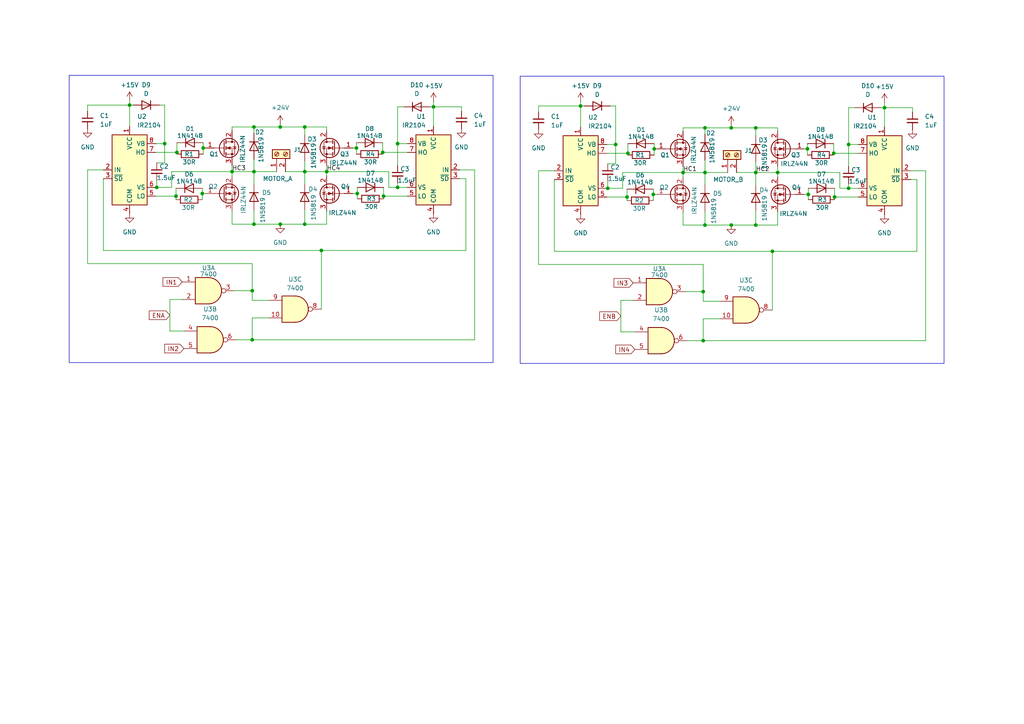
<source format=kicad_sch>
(kicad_sch (version 20230121) (generator eeschema)

  (uuid a02ba433-0958-4eeb-bb50-eb0569d9c6dd)

  (paper "A4")

  (lib_symbols
    (symbol "74xx:7400" (pin_names (offset 1.016)) (in_bom yes) (on_board yes)
      (property "Reference" "U" (at 0 1.27 0)
        (effects (font (size 1.27 1.27)))
      )
      (property "Value" "7400" (at 0 -1.27 0)
        (effects (font (size 1.27 1.27)))
      )
      (property "Footprint" "" (at 0 0 0)
        (effects (font (size 1.27 1.27)) hide)
      )
      (property "Datasheet" "http://www.ti.com/lit/gpn/sn7400" (at 0 0 0)
        (effects (font (size 1.27 1.27)) hide)
      )
      (property "ki_locked" "" (at 0 0 0)
        (effects (font (size 1.27 1.27)))
      )
      (property "ki_keywords" "TTL nand 2-input" (at 0 0 0)
        (effects (font (size 1.27 1.27)) hide)
      )
      (property "ki_description" "quad 2-input NAND gate" (at 0 0 0)
        (effects (font (size 1.27 1.27)) hide)
      )
      (property "ki_fp_filters" "DIP*W7.62mm* SO14*" (at 0 0 0)
        (effects (font (size 1.27 1.27)) hide)
      )
      (symbol "7400_1_1"
        (arc (start 0 -3.81) (mid 3.7934 0) (end 0 3.81)
          (stroke (width 0.254) (type default))
          (fill (type background))
        )
        (polyline
          (pts
            (xy 0 3.81)
            (xy -3.81 3.81)
            (xy -3.81 -3.81)
            (xy 0 -3.81)
          )
          (stroke (width 0.254) (type default))
          (fill (type background))
        )
        (pin input line (at -7.62 2.54 0) (length 3.81)
          (name "~" (effects (font (size 1.27 1.27))))
          (number "1" (effects (font (size 1.27 1.27))))
        )
        (pin input line (at -7.62 -2.54 0) (length 3.81)
          (name "~" (effects (font (size 1.27 1.27))))
          (number "2" (effects (font (size 1.27 1.27))))
        )
        (pin output inverted (at 7.62 0 180) (length 3.81)
          (name "~" (effects (font (size 1.27 1.27))))
          (number "3" (effects (font (size 1.27 1.27))))
        )
      )
      (symbol "7400_1_2"
        (arc (start -3.81 -3.81) (mid -2.589 0) (end -3.81 3.81)
          (stroke (width 0.254) (type default))
          (fill (type none))
        )
        (arc (start -0.6096 -3.81) (mid 2.1842 -2.5851) (end 3.81 0)
          (stroke (width 0.254) (type default))
          (fill (type background))
        )
        (polyline
          (pts
            (xy -3.81 -3.81)
            (xy -0.635 -3.81)
          )
          (stroke (width 0.254) (type default))
          (fill (type background))
        )
        (polyline
          (pts
            (xy -3.81 3.81)
            (xy -0.635 3.81)
          )
          (stroke (width 0.254) (type default))
          (fill (type background))
        )
        (polyline
          (pts
            (xy -0.635 3.81)
            (xy -3.81 3.81)
            (xy -3.81 3.81)
            (xy -3.556 3.4036)
            (xy -3.0226 2.2606)
            (xy -2.6924 1.0414)
            (xy -2.6162 -0.254)
            (xy -2.7686 -1.4986)
            (xy -3.175 -2.7178)
            (xy -3.81 -3.81)
            (xy -3.81 -3.81)
            (xy -0.635 -3.81)
          )
          (stroke (width -25.4) (type default))
          (fill (type background))
        )
        (arc (start 3.81 0) (mid 2.1915 2.5936) (end -0.6096 3.81)
          (stroke (width 0.254) (type default))
          (fill (type background))
        )
        (pin input inverted (at -7.62 2.54 0) (length 4.318)
          (name "~" (effects (font (size 1.27 1.27))))
          (number "1" (effects (font (size 1.27 1.27))))
        )
        (pin input inverted (at -7.62 -2.54 0) (length 4.318)
          (name "~" (effects (font (size 1.27 1.27))))
          (number "2" (effects (font (size 1.27 1.27))))
        )
        (pin output line (at 7.62 0 180) (length 3.81)
          (name "~" (effects (font (size 1.27 1.27))))
          (number "3" (effects (font (size 1.27 1.27))))
        )
      )
      (symbol "7400_2_1"
        (arc (start 0 -3.81) (mid 3.7934 0) (end 0 3.81)
          (stroke (width 0.254) (type default))
          (fill (type background))
        )
        (polyline
          (pts
            (xy 0 3.81)
            (xy -3.81 3.81)
            (xy -3.81 -3.81)
            (xy 0 -3.81)
          )
          (stroke (width 0.254) (type default))
          (fill (type background))
        )
        (pin input line (at -7.62 2.54 0) (length 3.81)
          (name "~" (effects (font (size 1.27 1.27))))
          (number "4" (effects (font (size 1.27 1.27))))
        )
        (pin input line (at -7.62 -2.54 0) (length 3.81)
          (name "~" (effects (font (size 1.27 1.27))))
          (number "5" (effects (font (size 1.27 1.27))))
        )
        (pin output inverted (at 7.62 0 180) (length 3.81)
          (name "~" (effects (font (size 1.27 1.27))))
          (number "6" (effects (font (size 1.27 1.27))))
        )
      )
      (symbol "7400_2_2"
        (arc (start -3.81 -3.81) (mid -2.589 0) (end -3.81 3.81)
          (stroke (width 0.254) (type default))
          (fill (type none))
        )
        (arc (start -0.6096 -3.81) (mid 2.1842 -2.5851) (end 3.81 0)
          (stroke (width 0.254) (type default))
          (fill (type background))
        )
        (polyline
          (pts
            (xy -3.81 -3.81)
            (xy -0.635 -3.81)
          )
          (stroke (width 0.254) (type default))
          (fill (type background))
        )
        (polyline
          (pts
            (xy -3.81 3.81)
            (xy -0.635 3.81)
          )
          (stroke (width 0.254) (type default))
          (fill (type background))
        )
        (polyline
          (pts
            (xy -0.635 3.81)
            (xy -3.81 3.81)
            (xy -3.81 3.81)
            (xy -3.556 3.4036)
            (xy -3.0226 2.2606)
            (xy -2.6924 1.0414)
            (xy -2.6162 -0.254)
            (xy -2.7686 -1.4986)
            (xy -3.175 -2.7178)
            (xy -3.81 -3.81)
            (xy -3.81 -3.81)
            (xy -0.635 -3.81)
          )
          (stroke (width -25.4) (type default))
          (fill (type background))
        )
        (arc (start 3.81 0) (mid 2.1915 2.5936) (end -0.6096 3.81)
          (stroke (width 0.254) (type default))
          (fill (type background))
        )
        (pin input inverted (at -7.62 2.54 0) (length 4.318)
          (name "~" (effects (font (size 1.27 1.27))))
          (number "4" (effects (font (size 1.27 1.27))))
        )
        (pin input inverted (at -7.62 -2.54 0) (length 4.318)
          (name "~" (effects (font (size 1.27 1.27))))
          (number "5" (effects (font (size 1.27 1.27))))
        )
        (pin output line (at 7.62 0 180) (length 3.81)
          (name "~" (effects (font (size 1.27 1.27))))
          (number "6" (effects (font (size 1.27 1.27))))
        )
      )
      (symbol "7400_3_1"
        (arc (start 0 -3.81) (mid 3.7934 0) (end 0 3.81)
          (stroke (width 0.254) (type default))
          (fill (type background))
        )
        (polyline
          (pts
            (xy 0 3.81)
            (xy -3.81 3.81)
            (xy -3.81 -3.81)
            (xy 0 -3.81)
          )
          (stroke (width 0.254) (type default))
          (fill (type background))
        )
        (pin input line (at -7.62 -2.54 0) (length 3.81)
          (name "~" (effects (font (size 1.27 1.27))))
          (number "10" (effects (font (size 1.27 1.27))))
        )
        (pin output inverted (at 7.62 0 180) (length 3.81)
          (name "~" (effects (font (size 1.27 1.27))))
          (number "8" (effects (font (size 1.27 1.27))))
        )
        (pin input line (at -7.62 2.54 0) (length 3.81)
          (name "~" (effects (font (size 1.27 1.27))))
          (number "9" (effects (font (size 1.27 1.27))))
        )
      )
      (symbol "7400_3_2"
        (arc (start -3.81 -3.81) (mid -2.589 0) (end -3.81 3.81)
          (stroke (width 0.254) (type default))
          (fill (type none))
        )
        (arc (start -0.6096 -3.81) (mid 2.1842 -2.5851) (end 3.81 0)
          (stroke (width 0.254) (type default))
          (fill (type background))
        )
        (polyline
          (pts
            (xy -3.81 -3.81)
            (xy -0.635 -3.81)
          )
          (stroke (width 0.254) (type default))
          (fill (type background))
        )
        (polyline
          (pts
            (xy -3.81 3.81)
            (xy -0.635 3.81)
          )
          (stroke (width 0.254) (type default))
          (fill (type background))
        )
        (polyline
          (pts
            (xy -0.635 3.81)
            (xy -3.81 3.81)
            (xy -3.81 3.81)
            (xy -3.556 3.4036)
            (xy -3.0226 2.2606)
            (xy -2.6924 1.0414)
            (xy -2.6162 -0.254)
            (xy -2.7686 -1.4986)
            (xy -3.175 -2.7178)
            (xy -3.81 -3.81)
            (xy -3.81 -3.81)
            (xy -0.635 -3.81)
          )
          (stroke (width -25.4) (type default))
          (fill (type background))
        )
        (arc (start 3.81 0) (mid 2.1915 2.5936) (end -0.6096 3.81)
          (stroke (width 0.254) (type default))
          (fill (type background))
        )
        (pin input inverted (at -7.62 -2.54 0) (length 4.318)
          (name "~" (effects (font (size 1.27 1.27))))
          (number "10" (effects (font (size 1.27 1.27))))
        )
        (pin output line (at 7.62 0 180) (length 3.81)
          (name "~" (effects (font (size 1.27 1.27))))
          (number "8" (effects (font (size 1.27 1.27))))
        )
        (pin input inverted (at -7.62 2.54 0) (length 4.318)
          (name "~" (effects (font (size 1.27 1.27))))
          (number "9" (effects (font (size 1.27 1.27))))
        )
      )
      (symbol "7400_4_1"
        (arc (start 0 -3.81) (mid 3.7934 0) (end 0 3.81)
          (stroke (width 0.254) (type default))
          (fill (type background))
        )
        (polyline
          (pts
            (xy 0 3.81)
            (xy -3.81 3.81)
            (xy -3.81 -3.81)
            (xy 0 -3.81)
          )
          (stroke (width 0.254) (type default))
          (fill (type background))
        )
        (pin output inverted (at 7.62 0 180) (length 3.81)
          (name "~" (effects (font (size 1.27 1.27))))
          (number "11" (effects (font (size 1.27 1.27))))
        )
        (pin input line (at -7.62 2.54 0) (length 3.81)
          (name "~" (effects (font (size 1.27 1.27))))
          (number "12" (effects (font (size 1.27 1.27))))
        )
        (pin input line (at -7.62 -2.54 0) (length 3.81)
          (name "~" (effects (font (size 1.27 1.27))))
          (number "13" (effects (font (size 1.27 1.27))))
        )
      )
      (symbol "7400_4_2"
        (arc (start -3.81 -3.81) (mid -2.589 0) (end -3.81 3.81)
          (stroke (width 0.254) (type default))
          (fill (type none))
        )
        (arc (start -0.6096 -3.81) (mid 2.1842 -2.5851) (end 3.81 0)
          (stroke (width 0.254) (type default))
          (fill (type background))
        )
        (polyline
          (pts
            (xy -3.81 -3.81)
            (xy -0.635 -3.81)
          )
          (stroke (width 0.254) (type default))
          (fill (type background))
        )
        (polyline
          (pts
            (xy -3.81 3.81)
            (xy -0.635 3.81)
          )
          (stroke (width 0.254) (type default))
          (fill (type background))
        )
        (polyline
          (pts
            (xy -0.635 3.81)
            (xy -3.81 3.81)
            (xy -3.81 3.81)
            (xy -3.556 3.4036)
            (xy -3.0226 2.2606)
            (xy -2.6924 1.0414)
            (xy -2.6162 -0.254)
            (xy -2.7686 -1.4986)
            (xy -3.175 -2.7178)
            (xy -3.81 -3.81)
            (xy -3.81 -3.81)
            (xy -0.635 -3.81)
          )
          (stroke (width -25.4) (type default))
          (fill (type background))
        )
        (arc (start 3.81 0) (mid 2.1915 2.5936) (end -0.6096 3.81)
          (stroke (width 0.254) (type default))
          (fill (type background))
        )
        (pin output line (at 7.62 0 180) (length 3.81)
          (name "~" (effects (font (size 1.27 1.27))))
          (number "11" (effects (font (size 1.27 1.27))))
        )
        (pin input inverted (at -7.62 2.54 0) (length 4.318)
          (name "~" (effects (font (size 1.27 1.27))))
          (number "12" (effects (font (size 1.27 1.27))))
        )
        (pin input inverted (at -7.62 -2.54 0) (length 4.318)
          (name "~" (effects (font (size 1.27 1.27))))
          (number "13" (effects (font (size 1.27 1.27))))
        )
      )
      (symbol "7400_5_0"
        (pin power_in line (at 0 12.7 270) (length 5.08)
          (name "VCC" (effects (font (size 1.27 1.27))))
          (number "14" (effects (font (size 1.27 1.27))))
        )
        (pin power_in line (at 0 -12.7 90) (length 5.08)
          (name "GND" (effects (font (size 1.27 1.27))))
          (number "7" (effects (font (size 1.27 1.27))))
        )
      )
      (symbol "7400_5_1"
        (rectangle (start -5.08 7.62) (end 5.08 -7.62)
          (stroke (width 0.254) (type default))
          (fill (type background))
        )
      )
    )
    (symbol "Connector:Screw_Terminal_01x02" (pin_names (offset 1.016) hide) (in_bom yes) (on_board yes)
      (property "Reference" "J" (at 0 2.54 0)
        (effects (font (size 1.27 1.27)))
      )
      (property "Value" "Screw_Terminal_01x02" (at 0 -5.08 0)
        (effects (font (size 1.27 1.27)))
      )
      (property "Footprint" "" (at 0 0 0)
        (effects (font (size 1.27 1.27)) hide)
      )
      (property "Datasheet" "~" (at 0 0 0)
        (effects (font (size 1.27 1.27)) hide)
      )
      (property "ki_keywords" "screw terminal" (at 0 0 0)
        (effects (font (size 1.27 1.27)) hide)
      )
      (property "ki_description" "Generic screw terminal, single row, 01x02, script generated (kicad-library-utils/schlib/autogen/connector/)" (at 0 0 0)
        (effects (font (size 1.27 1.27)) hide)
      )
      (property "ki_fp_filters" "TerminalBlock*:*" (at 0 0 0)
        (effects (font (size 1.27 1.27)) hide)
      )
      (symbol "Screw_Terminal_01x02_1_1"
        (rectangle (start -1.27 1.27) (end 1.27 -3.81)
          (stroke (width 0.254) (type default))
          (fill (type background))
        )
        (circle (center 0 -2.54) (radius 0.635)
          (stroke (width 0.1524) (type default))
          (fill (type none))
        )
        (polyline
          (pts
            (xy -0.5334 -2.2098)
            (xy 0.3302 -3.048)
          )
          (stroke (width 0.1524) (type default))
          (fill (type none))
        )
        (polyline
          (pts
            (xy -0.5334 0.3302)
            (xy 0.3302 -0.508)
          )
          (stroke (width 0.1524) (type default))
          (fill (type none))
        )
        (polyline
          (pts
            (xy -0.3556 -2.032)
            (xy 0.508 -2.8702)
          )
          (stroke (width 0.1524) (type default))
          (fill (type none))
        )
        (polyline
          (pts
            (xy -0.3556 0.508)
            (xy 0.508 -0.3302)
          )
          (stroke (width 0.1524) (type default))
          (fill (type none))
        )
        (circle (center 0 0) (radius 0.635)
          (stroke (width 0.1524) (type default))
          (fill (type none))
        )
        (pin passive line (at -5.08 0 0) (length 3.81)
          (name "Pin_1" (effects (font (size 1.27 1.27))))
          (number "1" (effects (font (size 1.27 1.27))))
        )
        (pin passive line (at -5.08 -2.54 0) (length 3.81)
          (name "Pin_2" (effects (font (size 1.27 1.27))))
          (number "2" (effects (font (size 1.27 1.27))))
        )
      )
    )
    (symbol "Device:C_Small" (pin_numbers hide) (pin_names (offset 0.254) hide) (in_bom yes) (on_board yes)
      (property "Reference" "C" (at 0.254 1.778 0)
        (effects (font (size 1.27 1.27)) (justify left))
      )
      (property "Value" "C_Small" (at 0.254 -2.032 0)
        (effects (font (size 1.27 1.27)) (justify left))
      )
      (property "Footprint" "" (at 0 0 0)
        (effects (font (size 1.27 1.27)) hide)
      )
      (property "Datasheet" "~" (at 0 0 0)
        (effects (font (size 1.27 1.27)) hide)
      )
      (property "ki_keywords" "capacitor cap" (at 0 0 0)
        (effects (font (size 1.27 1.27)) hide)
      )
      (property "ki_description" "Unpolarized capacitor, small symbol" (at 0 0 0)
        (effects (font (size 1.27 1.27)) hide)
      )
      (property "ki_fp_filters" "C_*" (at 0 0 0)
        (effects (font (size 1.27 1.27)) hide)
      )
      (symbol "C_Small_0_1"
        (polyline
          (pts
            (xy -1.524 -0.508)
            (xy 1.524 -0.508)
          )
          (stroke (width 0.3302) (type default))
          (fill (type none))
        )
        (polyline
          (pts
            (xy -1.524 0.508)
            (xy 1.524 0.508)
          )
          (stroke (width 0.3048) (type default))
          (fill (type none))
        )
      )
      (symbol "C_Small_1_1"
        (pin passive line (at 0 2.54 270) (length 2.032)
          (name "~" (effects (font (size 1.27 1.27))))
          (number "1" (effects (font (size 1.27 1.27))))
        )
        (pin passive line (at 0 -2.54 90) (length 2.032)
          (name "~" (effects (font (size 1.27 1.27))))
          (number "2" (effects (font (size 1.27 1.27))))
        )
      )
    )
    (symbol "Device:D" (pin_numbers hide) (pin_names (offset 1.016) hide) (in_bom yes) (on_board yes)
      (property "Reference" "D" (at 0 2.54 0)
        (effects (font (size 1.27 1.27)))
      )
      (property "Value" "D" (at 0 -2.54 0)
        (effects (font (size 1.27 1.27)))
      )
      (property "Footprint" "" (at 0 0 0)
        (effects (font (size 1.27 1.27)) hide)
      )
      (property "Datasheet" "~" (at 0 0 0)
        (effects (font (size 1.27 1.27)) hide)
      )
      (property "Sim.Device" "D" (at 0 0 0)
        (effects (font (size 1.27 1.27)) hide)
      )
      (property "Sim.Pins" "1=K 2=A" (at 0 0 0)
        (effects (font (size 1.27 1.27)) hide)
      )
      (property "ki_keywords" "diode" (at 0 0 0)
        (effects (font (size 1.27 1.27)) hide)
      )
      (property "ki_description" "Diode" (at 0 0 0)
        (effects (font (size 1.27 1.27)) hide)
      )
      (property "ki_fp_filters" "TO-???* *_Diode_* *SingleDiode* D_*" (at 0 0 0)
        (effects (font (size 1.27 1.27)) hide)
      )
      (symbol "D_0_1"
        (polyline
          (pts
            (xy -1.27 1.27)
            (xy -1.27 -1.27)
          )
          (stroke (width 0.254) (type default))
          (fill (type none))
        )
        (polyline
          (pts
            (xy 1.27 0)
            (xy -1.27 0)
          )
          (stroke (width 0) (type default))
          (fill (type none))
        )
        (polyline
          (pts
            (xy 1.27 1.27)
            (xy 1.27 -1.27)
            (xy -1.27 0)
            (xy 1.27 1.27)
          )
          (stroke (width 0.254) (type default))
          (fill (type none))
        )
      )
      (symbol "D_1_1"
        (pin passive line (at -3.81 0 0) (length 2.54)
          (name "K" (effects (font (size 1.27 1.27))))
          (number "1" (effects (font (size 1.27 1.27))))
        )
        (pin passive line (at 3.81 0 180) (length 2.54)
          (name "A" (effects (font (size 1.27 1.27))))
          (number "2" (effects (font (size 1.27 1.27))))
        )
      )
    )
    (symbol "Device:R" (pin_numbers hide) (pin_names (offset 0)) (in_bom yes) (on_board yes)
      (property "Reference" "R" (at 2.032 0 90)
        (effects (font (size 1.27 1.27)))
      )
      (property "Value" "R" (at 0 0 90)
        (effects (font (size 1.27 1.27)))
      )
      (property "Footprint" "" (at -1.778 0 90)
        (effects (font (size 1.27 1.27)) hide)
      )
      (property "Datasheet" "~" (at 0 0 0)
        (effects (font (size 1.27 1.27)) hide)
      )
      (property "ki_keywords" "R res resistor" (at 0 0 0)
        (effects (font (size 1.27 1.27)) hide)
      )
      (property "ki_description" "Resistor" (at 0 0 0)
        (effects (font (size 1.27 1.27)) hide)
      )
      (property "ki_fp_filters" "R_*" (at 0 0 0)
        (effects (font (size 1.27 1.27)) hide)
      )
      (symbol "R_0_1"
        (rectangle (start -1.016 -2.54) (end 1.016 2.54)
          (stroke (width 0.254) (type default))
          (fill (type none))
        )
      )
      (symbol "R_1_1"
        (pin passive line (at 0 3.81 270) (length 1.27)
          (name "~" (effects (font (size 1.27 1.27))))
          (number "1" (effects (font (size 1.27 1.27))))
        )
        (pin passive line (at 0 -3.81 90) (length 1.27)
          (name "~" (effects (font (size 1.27 1.27))))
          (number "2" (effects (font (size 1.27 1.27))))
        )
      )
    )
    (symbol "Driver_FET:IR2104" (in_bom yes) (on_board yes)
      (property "Reference" "U" (at 1.27 13.335 0)
        (effects (font (size 1.27 1.27)) (justify left))
      )
      (property "Value" "IR2104" (at 1.27 11.43 0)
        (effects (font (size 1.27 1.27)) (justify left))
      )
      (property "Footprint" "" (at 0 0 0)
        (effects (font (size 1.27 1.27) italic) hide)
      )
      (property "Datasheet" "https://www.infineon.com/dgdl/ir2104.pdf?fileId=5546d462533600a4015355c7c1c31671" (at 0 0 0)
        (effects (font (size 1.27 1.27)) hide)
      )
      (property "ki_keywords" "Gate Driver" (at 0 0 0)
        (effects (font (size 1.27 1.27)) hide)
      )
      (property "ki_description" "Half-Bridge Driver, 600V, 210/360mA, PDIP-8/SOIC-8" (at 0 0 0)
        (effects (font (size 1.27 1.27)) hide)
      )
      (property "ki_fp_filters" "SOIC*3.9x4.9mm*P1.27mm* DIP*W7.62mm*" (at 0 0 0)
        (effects (font (size 1.27 1.27)) hide)
      )
      (symbol "IR2104_0_1"
        (rectangle (start -5.08 -10.16) (end 5.08 10.16)
          (stroke (width 0.254) (type default))
          (fill (type background))
        )
      )
      (symbol "IR2104_1_1"
        (pin power_in line (at 0 12.7 270) (length 2.54)
          (name "VCC" (effects (font (size 1.27 1.27))))
          (number "1" (effects (font (size 1.27 1.27))))
        )
        (pin input line (at -7.62 0 0) (length 2.54)
          (name "IN" (effects (font (size 1.27 1.27))))
          (number "2" (effects (font (size 1.27 1.27))))
        )
        (pin input line (at -7.62 -2.54 0) (length 2.54)
          (name "~{SD}" (effects (font (size 1.27 1.27))))
          (number "3" (effects (font (size 1.27 1.27))))
        )
        (pin power_in line (at 0 -12.7 90) (length 2.54)
          (name "COM" (effects (font (size 1.27 1.27))))
          (number "4" (effects (font (size 1.27 1.27))))
        )
        (pin output line (at 7.62 -7.62 180) (length 2.54)
          (name "LO" (effects (font (size 1.27 1.27))))
          (number "5" (effects (font (size 1.27 1.27))))
        )
        (pin passive line (at 7.62 -5.08 180) (length 2.54)
          (name "VS" (effects (font (size 1.27 1.27))))
          (number "6" (effects (font (size 1.27 1.27))))
        )
        (pin output line (at 7.62 5.08 180) (length 2.54)
          (name "HO" (effects (font (size 1.27 1.27))))
          (number "7" (effects (font (size 1.27 1.27))))
        )
        (pin passive line (at 7.62 7.62 180) (length 2.54)
          (name "VB" (effects (font (size 1.27 1.27))))
          (number "8" (effects (font (size 1.27 1.27))))
        )
      )
    )
    (symbol "Transistor_FET:IRLZ44N" (pin_names hide) (in_bom yes) (on_board yes)
      (property "Reference" "Q" (at 6.35 1.905 0)
        (effects (font (size 1.27 1.27)) (justify left))
      )
      (property "Value" "IRLZ44N" (at 6.35 0 0)
        (effects (font (size 1.27 1.27)) (justify left))
      )
      (property "Footprint" "Package_TO_SOT_THT:TO-220-3_Vertical" (at 6.35 -1.905 0)
        (effects (font (size 1.27 1.27) italic) (justify left) hide)
      )
      (property "Datasheet" "http://www.irf.com/product-info/datasheets/data/irlz44n.pdf" (at 0 0 0)
        (effects (font (size 1.27 1.27)) (justify left) hide)
      )
      (property "ki_keywords" "N-Channel HEXFET MOSFET Logic-Level" (at 0 0 0)
        (effects (font (size 1.27 1.27)) hide)
      )
      (property "ki_description" "47A Id, 55V Vds, 22mOhm Rds Single N-Channel HEXFET Power MOSFET, TO-220AB" (at 0 0 0)
        (effects (font (size 1.27 1.27)) hide)
      )
      (property "ki_fp_filters" "TO?220*" (at 0 0 0)
        (effects (font (size 1.27 1.27)) hide)
      )
      (symbol "IRLZ44N_0_1"
        (polyline
          (pts
            (xy 0.254 0)
            (xy -2.54 0)
          )
          (stroke (width 0) (type default))
          (fill (type none))
        )
        (polyline
          (pts
            (xy 0.254 1.905)
            (xy 0.254 -1.905)
          )
          (stroke (width 0.254) (type default))
          (fill (type none))
        )
        (polyline
          (pts
            (xy 0.762 -1.27)
            (xy 0.762 -2.286)
          )
          (stroke (width 0.254) (type default))
          (fill (type none))
        )
        (polyline
          (pts
            (xy 0.762 0.508)
            (xy 0.762 -0.508)
          )
          (stroke (width 0.254) (type default))
          (fill (type none))
        )
        (polyline
          (pts
            (xy 0.762 2.286)
            (xy 0.762 1.27)
          )
          (stroke (width 0.254) (type default))
          (fill (type none))
        )
        (polyline
          (pts
            (xy 2.54 2.54)
            (xy 2.54 1.778)
          )
          (stroke (width 0) (type default))
          (fill (type none))
        )
        (polyline
          (pts
            (xy 2.54 -2.54)
            (xy 2.54 0)
            (xy 0.762 0)
          )
          (stroke (width 0) (type default))
          (fill (type none))
        )
        (polyline
          (pts
            (xy 0.762 -1.778)
            (xy 3.302 -1.778)
            (xy 3.302 1.778)
            (xy 0.762 1.778)
          )
          (stroke (width 0) (type default))
          (fill (type none))
        )
        (polyline
          (pts
            (xy 1.016 0)
            (xy 2.032 0.381)
            (xy 2.032 -0.381)
            (xy 1.016 0)
          )
          (stroke (width 0) (type default))
          (fill (type outline))
        )
        (polyline
          (pts
            (xy 2.794 0.508)
            (xy 2.921 0.381)
            (xy 3.683 0.381)
            (xy 3.81 0.254)
          )
          (stroke (width 0) (type default))
          (fill (type none))
        )
        (polyline
          (pts
            (xy 3.302 0.381)
            (xy 2.921 -0.254)
            (xy 3.683 -0.254)
            (xy 3.302 0.381)
          )
          (stroke (width 0) (type default))
          (fill (type none))
        )
        (circle (center 1.651 0) (radius 2.794)
          (stroke (width 0.254) (type default))
          (fill (type none))
        )
        (circle (center 2.54 -1.778) (radius 0.254)
          (stroke (width 0) (type default))
          (fill (type outline))
        )
        (circle (center 2.54 1.778) (radius 0.254)
          (stroke (width 0) (type default))
          (fill (type outline))
        )
      )
      (symbol "IRLZ44N_1_1"
        (pin input line (at -5.08 0 0) (length 2.54)
          (name "G" (effects (font (size 1.27 1.27))))
          (number "1" (effects (font (size 1.27 1.27))))
        )
        (pin passive line (at 2.54 5.08 270) (length 2.54)
          (name "D" (effects (font (size 1.27 1.27))))
          (number "2" (effects (font (size 1.27 1.27))))
        )
        (pin passive line (at 2.54 -5.08 90) (length 2.54)
          (name "S" (effects (font (size 1.27 1.27))))
          (number "3" (effects (font (size 1.27 1.27))))
        )
      )
    )
    (symbol "power:+15V" (power) (pin_names (offset 0)) (in_bom yes) (on_board yes)
      (property "Reference" "#PWR" (at 0 -3.81 0)
        (effects (font (size 1.27 1.27)) hide)
      )
      (property "Value" "+15V" (at 0 3.556 0)
        (effects (font (size 1.27 1.27)))
      )
      (property "Footprint" "" (at 0 0 0)
        (effects (font (size 1.27 1.27)) hide)
      )
      (property "Datasheet" "" (at 0 0 0)
        (effects (font (size 1.27 1.27)) hide)
      )
      (property "ki_keywords" "global power" (at 0 0 0)
        (effects (font (size 1.27 1.27)) hide)
      )
      (property "ki_description" "Power symbol creates a global label with name \"+15V\"" (at 0 0 0)
        (effects (font (size 1.27 1.27)) hide)
      )
      (symbol "+15V_0_1"
        (polyline
          (pts
            (xy -0.762 1.27)
            (xy 0 2.54)
          )
          (stroke (width 0) (type default))
          (fill (type none))
        )
        (polyline
          (pts
            (xy 0 0)
            (xy 0 2.54)
          )
          (stroke (width 0) (type default))
          (fill (type none))
        )
        (polyline
          (pts
            (xy 0 2.54)
            (xy 0.762 1.27)
          )
          (stroke (width 0) (type default))
          (fill (type none))
        )
      )
      (symbol "+15V_1_1"
        (pin power_in line (at 0 0 90) (length 0) hide
          (name "+15V" (effects (font (size 1.27 1.27))))
          (number "1" (effects (font (size 1.27 1.27))))
        )
      )
    )
    (symbol "power:+24V" (power) (pin_names (offset 0)) (in_bom yes) (on_board yes)
      (property "Reference" "#PWR" (at 0 -3.81 0)
        (effects (font (size 1.27 1.27)) hide)
      )
      (property "Value" "+24V" (at 0 3.556 0)
        (effects (font (size 1.27 1.27)))
      )
      (property "Footprint" "" (at 0 0 0)
        (effects (font (size 1.27 1.27)) hide)
      )
      (property "Datasheet" "" (at 0 0 0)
        (effects (font (size 1.27 1.27)) hide)
      )
      (property "ki_keywords" "global power" (at 0 0 0)
        (effects (font (size 1.27 1.27)) hide)
      )
      (property "ki_description" "Power symbol creates a global label with name \"+24V\"" (at 0 0 0)
        (effects (font (size 1.27 1.27)) hide)
      )
      (symbol "+24V_0_1"
        (polyline
          (pts
            (xy -0.762 1.27)
            (xy 0 2.54)
          )
          (stroke (width 0) (type default))
          (fill (type none))
        )
        (polyline
          (pts
            (xy 0 0)
            (xy 0 2.54)
          )
          (stroke (width 0) (type default))
          (fill (type none))
        )
        (polyline
          (pts
            (xy 0 2.54)
            (xy 0.762 1.27)
          )
          (stroke (width 0) (type default))
          (fill (type none))
        )
      )
      (symbol "+24V_1_1"
        (pin power_in line (at 0 0 90) (length 0) hide
          (name "+24V" (effects (font (size 1.27 1.27))))
          (number "1" (effects (font (size 1.27 1.27))))
        )
      )
    )
    (symbol "power:GND" (power) (pin_names (offset 0)) (in_bom yes) (on_board yes)
      (property "Reference" "#PWR" (at 0 -6.35 0)
        (effects (font (size 1.27 1.27)) hide)
      )
      (property "Value" "GND" (at 0 -3.81 0)
        (effects (font (size 1.27 1.27)))
      )
      (property "Footprint" "" (at 0 0 0)
        (effects (font (size 1.27 1.27)) hide)
      )
      (property "Datasheet" "" (at 0 0 0)
        (effects (font (size 1.27 1.27)) hide)
      )
      (property "ki_keywords" "global power" (at 0 0 0)
        (effects (font (size 1.27 1.27)) hide)
      )
      (property "ki_description" "Power symbol creates a global label with name \"GND\" , ground" (at 0 0 0)
        (effects (font (size 1.27 1.27)) hide)
      )
      (symbol "GND_0_1"
        (polyline
          (pts
            (xy 0 0)
            (xy 0 -1.27)
            (xy 1.27 -1.27)
            (xy 0 -2.54)
            (xy -1.27 -1.27)
            (xy 0 -1.27)
          )
          (stroke (width 0) (type default))
          (fill (type none))
        )
      )
      (symbol "GND_1_1"
        (pin power_in line (at 0 0 270) (length 0) hide
          (name "GND" (effects (font (size 1.27 1.27))))
          (number "1" (effects (font (size 1.27 1.27))))
        )
      )
    )
  )

  (junction (at 81.28 65.024) (diameter 0) (color 0 0 0 0)
    (uuid 09746a48-90ef-487d-a649-4722f1537af0)
  )
  (junction (at 58.674 56.134) (diameter 0) (color 0 0 0 0)
    (uuid 0a7ab876-3168-4f57-8e11-6f568dc5f0c6)
  )
  (junction (at 219.202 37.084) (diameter 0) (color 0 0 0 0)
    (uuid 0d9fcc83-7031-4fc7-bc8f-506f7a95a470)
  )
  (junction (at 94.742 49.784) (diameter 0) (color 0 0 0 0)
    (uuid 111e77c2-32a1-461f-81db-7b7773c6efeb)
  )
  (junction (at 204.47 65.278) (diameter 0) (color 0 0 0 0)
    (uuid 13b584f0-e318-4bb8-b62b-876b9603845f)
  )
  (junction (at 111.252 56.896) (diameter 0) (color 0 0 0 0)
    (uuid 2049af9d-1a19-4336-888e-efd38c0cac94)
  )
  (junction (at 189.484 56.388) (diameter 0) (color 0 0 0 0)
    (uuid 216423cc-1c5c-4d84-879a-bd9e5c5ab730)
  )
  (junction (at 225.552 50.038) (diameter 0) (color 0 0 0 0)
    (uuid 22a84599-34e2-466f-8074-c620133b9f0d)
  )
  (junction (at 204.47 37.084) (diameter 0) (color 0 0 0 0)
    (uuid 23f81a12-9fe3-49ac-aa25-efe60f95a7d6)
  )
  (junction (at 115.316 54.356) (diameter 0) (color 0 0 0 0)
    (uuid 253a91e4-3ec3-4127-b1ef-5f07952e300e)
  )
  (junction (at 203.962 98.806) (diameter 0) (color 0 0 0 0)
    (uuid 27b0e9da-c199-4f8b-b8c3-660218f88966)
  )
  (junction (at 234.442 56.388) (diameter 0) (color 0 0 0 0)
    (uuid 289dda1b-f1a5-4a77-b0f2-1a722a18ed3d)
  )
  (junction (at 88.392 65.024) (diameter 0) (color 0 0 0 0)
    (uuid 3e631484-5229-4d59-8d35-ef5cdb9b22d1)
  )
  (junction (at 246.126 54.61) (diameter 0) (color 0 0 0 0)
    (uuid 4c5e1bad-8a3c-4698-9e0d-5c7e522d133e)
  )
  (junction (at 242.062 57.15) (diameter 0) (color 0 0 0 0)
    (uuid 4c8621a9-3e77-434c-92a0-36973a11ff94)
  )
  (junction (at 182.118 44.45) (diameter 0) (color 0 0 0 0)
    (uuid 4f2c9004-dbfd-4c54-b591-ce4b7fdf63f6)
  )
  (junction (at 125.73 30.988) (diameter 0) (color 0 0 0 0)
    (uuid 5b915bfa-287d-49c9-ad20-67475a8b1bdd)
  )
  (junction (at 88.392 49.784) (diameter 0) (color 0 0 0 0)
    (uuid 5bc3bc0d-41cf-46b7-88f4-61cb00074ab6)
  )
  (junction (at 73.66 49.784) (diameter 0) (color 0 0 0 0)
    (uuid 5d891e4c-8d62-4e7d-b51d-ca2c12459a71)
  )
  (junction (at 115.316 41.656) (diameter 0) (color 0 0 0 0)
    (uuid 5fba422a-a5dd-450e-a962-ee7ac4c6966a)
  )
  (junction (at 73.152 98.552) (diameter 0) (color 0 0 0 0)
    (uuid 5fe1fdce-2193-4a09-9658-3d0b7c967ba1)
  )
  (junction (at 181.864 57.15) (diameter 0) (color 0 0 0 0)
    (uuid 6028dc79-5beb-4092-b2ae-8fb553354072)
  )
  (junction (at 224.028 72.898) (diameter 0) (color 0 0 0 0)
    (uuid 6c839115-ee6c-41de-a0be-ee2e7147cbe4)
  )
  (junction (at 88.392 36.83) (diameter 0) (color 0 0 0 0)
    (uuid 78c61dcd-9e72-499f-8641-fd2cc7bdaa62)
  )
  (junction (at 103.378 42.926) (diameter 0) (color 0 0 0 0)
    (uuid 798ee378-edcd-4c5b-a706-cae62dcb26d6)
  )
  (junction (at 73.152 84.328) (diameter 0) (color 0 0 0 0)
    (uuid 7a4bb067-9d8e-4284-b2bb-87c60e0aeaa5)
  )
  (junction (at 212.09 37.084) (diameter 0) (color 0 0 0 0)
    (uuid 7e5b14f9-7169-464d-8882-7cd082c3b433)
  )
  (junction (at 198.12 50.038) (diameter 0) (color 0 0 0 0)
    (uuid 7f75b382-843f-471f-bf53-0a17afdb7558)
  )
  (junction (at 246.126 41.91) (diameter 0) (color 0 0 0 0)
    (uuid 87ccb8b2-5fde-4def-8822-d3baf065765a)
  )
  (junction (at 203.962 84.582) (diameter 0) (color 0 0 0 0)
    (uuid 89c8ac40-07f4-4781-a85e-a23a37da9ca6)
  )
  (junction (at 58.928 42.926) (diameter 0) (color 0 0 0 0)
    (uuid 8f3a51fb-69a7-4864-98d6-198ab3dad534)
  )
  (junction (at 189.738 43.18) (diameter 0) (color 0 0 0 0)
    (uuid 9229acb5-1cc5-4b88-809a-17ff389bebb7)
  )
  (junction (at 37.592 30.48) (diameter 0) (color 0 0 0 0)
    (uuid 93594383-2c04-4ea0-abd6-7c78dec1f0a0)
  )
  (junction (at 47.752 41.656) (diameter 0) (color 0 0 0 0)
    (uuid 9edbbfcd-d3bf-4360-b164-ae686598490a)
  )
  (junction (at 176.276 54.61) (diameter 0) (color 0 0 0 0)
    (uuid a32c16ee-f824-45ee-92ce-c9db9173fa53)
  )
  (junction (at 241.808 44.45) (diameter 0) (color 0 0 0 0)
    (uuid a3c22826-fb42-4ea7-910d-5882d8560ed1)
  )
  (junction (at 103.632 56.134) (diameter 0) (color 0 0 0 0)
    (uuid a76f2522-0e1b-45ed-a51a-c8b6cb7c0cab)
  )
  (junction (at 234.188 43.18) (diameter 0) (color 0 0 0 0)
    (uuid acbd3318-5d06-427f-b609-4d31389957b4)
  )
  (junction (at 51.054 56.896) (diameter 0) (color 0 0 0 0)
    (uuid ad3b57e5-1f06-497f-85c5-4ac99be785ab)
  )
  (junction (at 204.47 50.038) (diameter 0) (color 0 0 0 0)
    (uuid b4f6084a-7b21-48a9-8761-267cf498eaca)
  )
  (junction (at 73.66 65.024) (diameter 0) (color 0 0 0 0)
    (uuid b67078c4-31a4-4bcc-87d5-1c00dfd2cbf8)
  )
  (junction (at 67.31 49.784) (diameter 0) (color 0 0 0 0)
    (uuid b6e73eb0-22ee-42d0-aaa3-528eebbf24bd)
  )
  (junction (at 73.66 36.83) (diameter 0) (color 0 0 0 0)
    (uuid b83bf112-68f7-4935-9df6-a9477ed5b2e5)
  )
  (junction (at 219.202 65.278) (diameter 0) (color 0 0 0 0)
    (uuid ba950b55-0909-413b-9844-a64a0320acd6)
  )
  (junction (at 81.28 36.83) (diameter 0) (color 0 0 0 0)
    (uuid c082a5c4-e435-4a42-a5da-e9175c775f30)
  )
  (junction (at 45.466 54.356) (diameter 0) (color 0 0 0 0)
    (uuid cead5576-e763-4c29-8f95-d8b234661334)
  )
  (junction (at 219.202 50.038) (diameter 0) (color 0 0 0 0)
    (uuid d6366854-44fa-4205-afd1-5d17b8bde094)
  )
  (junction (at 110.998 44.196) (diameter 0) (color 0 0 0 0)
    (uuid da9e5308-2ccf-4780-89a5-fb82a23566d1)
  )
  (junction (at 212.09 65.278) (diameter 0) (color 0 0 0 0)
    (uuid dc3dbee6-565a-42ff-9f83-df4571b2f84c)
  )
  (junction (at 93.218 72.644) (diameter 0) (color 0 0 0 0)
    (uuid e0b12a2c-4be8-437b-84cf-9f799c750bcc)
  )
  (junction (at 178.562 41.91) (diameter 0) (color 0 0 0 0)
    (uuid e568cf09-1ef1-4e1d-badf-7969921f4f28)
  )
  (junction (at 256.54 31.242) (diameter 0) (color 0 0 0 0)
    (uuid ea9eca15-d40c-4e86-a9f0-b0535d874744)
  )
  (junction (at 168.402 30.734) (diameter 0) (color 0 0 0 0)
    (uuid eb685629-3af1-490f-98e7-984210eb419d)
  )
  (junction (at 51.308 44.196) (diameter 0) (color 0 0 0 0)
    (uuid fc9ff2b1-0175-4c70-9e7a-6a91abae87ae)
  )

  (wire (pts (xy 88.392 49.784) (xy 88.392 53.34))
    (stroke (width 0) (type default))
    (uuid 003cefc8-81d1-4868-9f02-53ad8a37968b)
  )
  (wire (pts (xy 25.4 30.48) (xy 37.592 30.48))
    (stroke (width 0) (type default))
    (uuid 01f47e08-8af7-420f-888d-a554c26a0ae3)
  )
  (wire (pts (xy 176.022 44.45) (xy 182.118 44.45))
    (stroke (width 0) (type default))
    (uuid 03b5666f-ef9b-4e83-9f49-44092625c20c)
  )
  (wire (pts (xy 115.316 54.356) (xy 112.776 54.356))
    (stroke (width 0) (type default))
    (uuid 05bb6ff8-c5d9-4722-8c63-fff1c6087e08)
  )
  (wire (pts (xy 198.12 61.468) (xy 198.12 65.278))
    (stroke (width 0) (type default))
    (uuid 06182930-4201-4b8d-ac60-0eed4d880742)
  )
  (wire (pts (xy 58.928 42.926) (xy 59.69 42.926))
    (stroke (width 0) (type default))
    (uuid 06187831-2fb3-45f9-adfa-3d5b43a09732)
  )
  (wire (pts (xy 82.804 49.784) (xy 88.392 49.784))
    (stroke (width 0) (type default))
    (uuid 082ade84-9e8c-4ce1-98d6-07e6ba5f5022)
  )
  (wire (pts (xy 45.466 47.244) (xy 47.752 47.244))
    (stroke (width 0) (type default))
    (uuid 0855e7c7-ca62-43a1-b4ec-4165f718a46e)
  )
  (wire (pts (xy 176.276 54.61) (xy 180.594 54.61))
    (stroke (width 0) (type default))
    (uuid 091682cc-afb4-4308-a34b-73f8cf3bcbae)
  )
  (wire (pts (xy 133.35 49.276) (xy 137.668 49.276))
    (stroke (width 0) (type default))
    (uuid 09b3c58d-643a-48da-a438-72d1ab4180d9)
  )
  (wire (pts (xy 118.11 54.356) (xy 115.316 54.356))
    (stroke (width 0) (type default))
    (uuid 0a983067-67ef-4985-9fa7-8abbd18e8c91)
  )
  (wire (pts (xy 73.66 49.784) (xy 73.66 53.34))
    (stroke (width 0) (type default))
    (uuid 0c21a581-bf87-4892-9af4-0e81f40b88c1)
  )
  (wire (pts (xy 58.674 54.61) (xy 58.674 56.134))
    (stroke (width 0) (type default))
    (uuid 0d79c5d7-1c1a-47bf-b8c6-abd013ca9951)
  )
  (wire (pts (xy 204.47 50.038) (xy 211.074 50.038))
    (stroke (width 0) (type default))
    (uuid 0e35a4e7-2d85-4c18-a5e4-63f8027cc55c)
  )
  (wire (pts (xy 204.47 37.084) (xy 212.09 37.084))
    (stroke (width 0) (type default))
    (uuid 0e5ab035-45be-4c83-9067-7ed3594a4da8)
  )
  (wire (pts (xy 37.592 36.576) (xy 37.592 30.48))
    (stroke (width 0) (type default))
    (uuid 0fd80b71-f21b-4411-af52-87547538035e)
  )
  (wire (pts (xy 111.252 54.356) (xy 111.252 56.896))
    (stroke (width 0) (type default))
    (uuid 104162f1-01e3-41b1-bf1d-862529085a73)
  )
  (wire (pts (xy 265.938 72.898) (xy 265.938 52.07))
    (stroke (width 0) (type default))
    (uuid 11a142f3-18fe-4de4-b381-9b8891babe4f)
  )
  (wire (pts (xy 45.466 54.356) (xy 49.784 54.356))
    (stroke (width 0) (type default))
    (uuid 12f11341-2dd9-4f58-bd2c-399167099743)
  )
  (wire (pts (xy 111.252 56.896) (xy 118.11 56.896))
    (stroke (width 0) (type default))
    (uuid 135822c1-5f91-49fc-bf79-a12218b5e3ab)
  )
  (wire (pts (xy 198.12 38.1) (xy 198.12 37.084))
    (stroke (width 0) (type default))
    (uuid 135d49fc-7e87-4a96-8770-dd32a933c221)
  )
  (wire (pts (xy 45.212 54.356) (xy 45.466 54.356))
    (stroke (width 0) (type default))
    (uuid 137f77d5-9143-4f87-9337-29b6cc75c4cd)
  )
  (wire (pts (xy 93.218 72.644) (xy 93.218 89.662))
    (stroke (width 0) (type default))
    (uuid 16ad4c74-1346-456c-b74b-3abe71e52584)
  )
  (wire (pts (xy 265.938 52.07) (xy 264.16 52.07))
    (stroke (width 0) (type default))
    (uuid 16dd519d-5c07-49f1-9605-c42848bda350)
  )
  (wire (pts (xy 189.484 56.388) (xy 190.5 56.388))
    (stroke (width 0) (type default))
    (uuid 1715c62a-c604-4f20-b15c-51fcddb4f0eb)
  )
  (wire (pts (xy 67.31 49.784) (xy 67.31 51.054))
    (stroke (width 0) (type default))
    (uuid 1dc19e9c-0154-4e79-9e47-604c7e8fe9fc)
  )
  (wire (pts (xy 88.392 49.784) (xy 94.742 49.784))
    (stroke (width 0) (type default))
    (uuid 1e6e0133-d6b2-4f80-8300-fc9126ff889b)
  )
  (wire (pts (xy 246.126 53.34) (xy 246.126 54.61))
    (stroke (width 0) (type default))
    (uuid 220e155e-c32a-4356-9757-21d8c76c93f9)
  )
  (wire (pts (xy 241.808 41.656) (xy 241.808 44.45))
    (stroke (width 0) (type default))
    (uuid 227e3b6d-1f9a-426c-bfea-096aa1d6d03f)
  )
  (wire (pts (xy 180.086 87.122) (xy 180.086 96.266))
    (stroke (width 0) (type default))
    (uuid 2372b59a-1612-45e9-b304-e19c7711c737)
  )
  (wire (pts (xy 94.742 49.784) (xy 94.742 51.054))
    (stroke (width 0) (type default))
    (uuid 24947bfa-5b6d-4a5b-a8b4-6084e222b54d)
  )
  (wire (pts (xy 110.998 41.402) (xy 110.998 44.196))
    (stroke (width 0) (type default))
    (uuid 24f34f24-10e6-4870-9879-91b6070971f5)
  )
  (wire (pts (xy 178.562 41.91) (xy 176.022 41.91))
    (stroke (width 0) (type default))
    (uuid 2610d88e-56a4-481e-b7b0-5c585c4f2411)
  )
  (wire (pts (xy 219.202 46.99) (xy 219.202 50.038))
    (stroke (width 0) (type default))
    (uuid 289a0412-a250-4b00-8203-453e43fdbc17)
  )
  (wire (pts (xy 137.668 98.552) (xy 73.152 98.552))
    (stroke (width 0) (type default))
    (uuid 29750c14-4b71-4267-9fe3-cbb21b5beca2)
  )
  (wire (pts (xy 125.73 36.576) (xy 125.73 30.988))
    (stroke (width 0) (type default))
    (uuid 29ee2a4c-3ca7-4534-9fe5-1ddf802b6ea2)
  )
  (wire (pts (xy 73.66 36.83) (xy 81.28 36.83))
    (stroke (width 0) (type default))
    (uuid 2bb9b262-b85b-4348-991d-c7800446d61f)
  )
  (wire (pts (xy 225.552 48.26) (xy 225.552 50.038))
    (stroke (width 0) (type default))
    (uuid 2bfb245a-bbf2-4dc9-8a70-8a7e8c2ecd5e)
  )
  (wire (pts (xy 189.738 41.656) (xy 189.738 43.18))
    (stroke (width 0) (type default))
    (uuid 2c4de27d-3392-445e-ba23-981fdb6945b9)
  )
  (wire (pts (xy 115.316 53.086) (xy 115.316 54.356))
    (stroke (width 0) (type default))
    (uuid 2e20fcf2-6952-4fdd-824e-ea2fffd30469)
  )
  (wire (pts (xy 51.054 56.896) (xy 51.054 57.912))
    (stroke (width 0) (type default))
    (uuid 2f22ba7d-19b7-46de-8389-9bfe5e41023d)
  )
  (wire (pts (xy 212.09 37.084) (xy 219.202 37.084))
    (stroke (width 0) (type default))
    (uuid 2f8bf477-19de-46f1-afcb-c82843f57334)
  )
  (wire (pts (xy 49.784 54.356) (xy 49.784 49.784))
    (stroke (width 0) (type default))
    (uuid 307973dc-a281-40f7-9e87-ac8fa2a3639c)
  )
  (wire (pts (xy 176.022 57.15) (xy 181.864 57.15))
    (stroke (width 0) (type default))
    (uuid 32549ad6-4306-4b96-bfae-b4809c6a9cb6)
  )
  (wire (pts (xy 29.972 51.816) (xy 29.972 72.644))
    (stroke (width 0) (type default))
    (uuid 34640d08-5283-4c32-ad38-1674151bcffc)
  )
  (wire (pts (xy 37.592 29.21) (xy 37.592 30.48))
    (stroke (width 0) (type default))
    (uuid 36f1a8c5-d1c1-4fc3-89f6-dfaa5e451abd)
  )
  (wire (pts (xy 189.738 43.18) (xy 189.738 44.958))
    (stroke (width 0) (type default))
    (uuid 373acce8-cdc5-4ad3-9d73-615fa94bde97)
  )
  (wire (pts (xy 103.378 41.402) (xy 103.378 42.926))
    (stroke (width 0) (type default))
    (uuid 37c5c7d3-f67d-4bd4-9df4-60aea8315017)
  )
  (wire (pts (xy 93.218 72.644) (xy 135.128 72.644))
    (stroke (width 0) (type default))
    (uuid 37e42816-e067-42cd-b263-900cb53857cd)
  )
  (wire (pts (xy 49.276 86.868) (xy 49.276 96.012))
    (stroke (width 0) (type default))
    (uuid 3927b07f-8e8b-47df-8154-0a7864642836)
  )
  (wire (pts (xy 203.962 98.806) (xy 199.39 98.806))
    (stroke (width 0) (type default))
    (uuid 3a169aa4-49cd-4220-82c5-41986f9a2899)
  )
  (wire (pts (xy 246.126 41.91) (xy 248.92 41.91))
    (stroke (width 0) (type default))
    (uuid 3cc2ea31-f438-4586-9ddf-f72f1468f72d)
  )
  (wire (pts (xy 103.632 56.134) (xy 103.632 57.658))
    (stroke (width 0) (type default))
    (uuid 3d33b4c4-09f9-40d5-9060-3f7ecba29222)
  )
  (wire (pts (xy 182.118 41.656) (xy 182.118 44.45))
    (stroke (width 0) (type default))
    (uuid 3dc45687-31d2-444b-8203-71d3a5fb1759)
  )
  (wire (pts (xy 198.12 48.26) (xy 198.12 50.038))
    (stroke (width 0) (type default))
    (uuid 40131851-44ab-40dc-a81b-1dc8919973a2)
  )
  (wire (pts (xy 58.928 41.402) (xy 58.928 42.926))
    (stroke (width 0) (type default))
    (uuid 40cfc2c1-0151-4145-afad-32def8fc342e)
  )
  (wire (pts (xy 224.028 72.898) (xy 224.028 89.916))
    (stroke (width 0) (type default))
    (uuid 4227b8b2-5093-4ed8-8a79-589f068daa6c)
  )
  (wire (pts (xy 88.392 36.83) (xy 94.742 36.83))
    (stroke (width 0) (type default))
    (uuid 42526750-5554-4596-86d0-c70121e309e9)
  )
  (wire (pts (xy 94.742 65.024) (xy 88.392 65.024))
    (stroke (width 0) (type default))
    (uuid 434bbe23-ddba-4e25-8c32-1dad9c4065ae)
  )
  (wire (pts (xy 225.552 65.278) (xy 219.202 65.278))
    (stroke (width 0) (type default))
    (uuid 43e55611-0448-4960-99bb-ef917019c2d9)
  )
  (wire (pts (xy 133.858 32.258) (xy 133.858 30.988))
    (stroke (width 0) (type default))
    (uuid 440e879f-d7db-4467-af56-a10915bc958a)
  )
  (wire (pts (xy 47.752 41.656) (xy 45.212 41.656))
    (stroke (width 0) (type default))
    (uuid 46cdb5b4-d1b4-4f78-b886-a3eaf01cae78)
  )
  (wire (pts (xy 234.442 54.61) (xy 234.442 56.388))
    (stroke (width 0) (type default))
    (uuid 46effaa0-fb0b-4166-a363-9fe2b5872c02)
  )
  (wire (pts (xy 37.592 30.48) (xy 38.608 30.48))
    (stroke (width 0) (type default))
    (uuid 483b9068-727e-475e-8fad-82dbf3fe78c4)
  )
  (wire (pts (xy 58.674 56.134) (xy 59.69 56.134))
    (stroke (width 0) (type default))
    (uuid 48736b06-4c44-4c47-b3ec-6262a9c49e53)
  )
  (wire (pts (xy 73.152 76.454) (xy 73.152 84.328))
    (stroke (width 0) (type default))
    (uuid 4a06edc0-8b92-4c44-91da-84008b6f6792)
  )
  (wire (pts (xy 110.998 44.196) (xy 118.11 44.196))
    (stroke (width 0) (type default))
    (uuid 4d660245-a11c-48ee-886d-eb10e9690773)
  )
  (wire (pts (xy 160.782 72.898) (xy 224.028 72.898))
    (stroke (width 0) (type default))
    (uuid 4de1a94e-91b5-446a-8b4f-cf979a18622e)
  )
  (wire (pts (xy 112.776 54.356) (xy 112.776 49.784))
    (stroke (width 0) (type default))
    (uuid 56c69cf0-9d74-431a-91a1-a696937b5fff)
  )
  (wire (pts (xy 256.54 29.718) (xy 256.54 31.242))
    (stroke (width 0) (type default))
    (uuid 57e8b145-ed52-4d65-9958-dd697528282d)
  )
  (wire (pts (xy 241.808 44.45) (xy 248.92 44.45))
    (stroke (width 0) (type default))
    (uuid 58dd2984-1dab-4868-b9c7-9c5c43b05a99)
  )
  (wire (pts (xy 268.478 49.53) (xy 268.478 98.806))
    (stroke (width 0) (type default))
    (uuid 5bce9086-5923-4de2-8687-c7f8a9c31172)
  )
  (wire (pts (xy 125.73 29.464) (xy 125.73 30.988))
    (stroke (width 0) (type default))
    (uuid 5f7b5519-b805-4022-8d06-8732aa1eb124)
  )
  (wire (pts (xy 182.118 44.45) (xy 182.118 44.958))
    (stroke (width 0) (type default))
    (uuid 6234c3e5-0ef5-4981-84a7-e921e57b82d8)
  )
  (wire (pts (xy 177.038 30.734) (xy 178.562 30.734))
    (stroke (width 0) (type default))
    (uuid 64d46c06-e884-4b79-b960-d89a52c7b24a)
  )
  (wire (pts (xy 242.062 57.15) (xy 242.062 57.912))
    (stroke (width 0) (type default))
    (uuid 666bcff6-52ef-4f73-9a66-2775284c63ca)
  )
  (wire (pts (xy 180.594 50.038) (xy 198.12 50.038))
    (stroke (width 0) (type default))
    (uuid 6727d404-50d6-466a-a0c0-bbdf03c28808)
  )
  (wire (pts (xy 204.47 61.214) (xy 204.47 65.278))
    (stroke (width 0) (type default))
    (uuid 678a01fc-bb33-445f-8365-30cca2f76f8b)
  )
  (wire (pts (xy 81.28 36.83) (xy 88.392 36.83))
    (stroke (width 0) (type default))
    (uuid 67cf3ada-41c2-4f13-8b72-07c5b2a12f6d)
  )
  (wire (pts (xy 47.752 47.244) (xy 47.752 41.656))
    (stroke (width 0) (type default))
    (uuid 68ec534d-be81-4c27-95fb-e18e0588a98c)
  )
  (wire (pts (xy 219.202 37.084) (xy 225.552 37.084))
    (stroke (width 0) (type default))
    (uuid 6a57e310-9c7a-4d59-8e0a-7535befebd0e)
  )
  (wire (pts (xy 156.21 30.734) (xy 168.402 30.734))
    (stroke (width 0) (type default))
    (uuid 6df37ba0-18d0-4322-9f43-096d07da5e93)
  )
  (wire (pts (xy 203.962 87.376) (xy 208.788 87.376))
    (stroke (width 0) (type default))
    (uuid 6e6676d4-482a-4a03-930c-072a4c895513)
  )
  (wire (pts (xy 51.308 44.196) (xy 51.308 44.704))
    (stroke (width 0) (type default))
    (uuid 6e6e8325-d4fc-4ffb-86d6-93d594b092aa)
  )
  (wire (pts (xy 168.402 36.83) (xy 168.402 30.734))
    (stroke (width 0) (type default))
    (uuid 6faafe5e-73aa-4d99-a31f-113dbbb88215)
  )
  (wire (pts (xy 242.062 54.61) (xy 242.062 57.15))
    (stroke (width 0) (type default))
    (uuid 702e6d8e-b8de-4409-b116-b4418b7bca9d)
  )
  (wire (pts (xy 233.172 43.18) (xy 234.188 43.18))
    (stroke (width 0) (type default))
    (uuid 71493a36-5624-49f4-8173-364504b0beaf)
  )
  (wire (pts (xy 189.738 43.18) (xy 190.5 43.18))
    (stroke (width 0) (type default))
    (uuid 7272e765-612f-4c32-aefd-6b337e9c56e9)
  )
  (wire (pts (xy 168.402 30.734) (xy 169.418 30.734))
    (stroke (width 0) (type default))
    (uuid 735eadef-486f-4b49-b0ac-370c135e59c6)
  )
  (wire (pts (xy 180.594 54.61) (xy 180.594 50.038))
    (stroke (width 0) (type default))
    (uuid 75a29505-bb4a-4b0c-a97b-1b516a3e099f)
  )
  (wire (pts (xy 178.562 47.498) (xy 178.562 41.91))
    (stroke (width 0) (type default))
    (uuid 77c210cf-17c4-418a-a816-3eacfb3d56bf)
  )
  (wire (pts (xy 156.21 49.53) (xy 156.21 76.708))
    (stroke (width 0) (type default))
    (uuid 79ad5912-4e0a-40ce-82eb-539b57a0d1bf)
  )
  (wire (pts (xy 156.21 76.708) (xy 203.962 76.708))
    (stroke (width 0) (type default))
    (uuid 7aaae38b-a636-47b1-9689-5db6c4f5470a)
  )
  (wire (pts (xy 51.054 54.61) (xy 51.054 56.896))
    (stroke (width 0) (type default))
    (uuid 809a9f1f-c463-4ba9-93c0-06608ccfa080)
  )
  (wire (pts (xy 189.484 56.388) (xy 189.484 58.166))
    (stroke (width 0) (type default))
    (uuid 818a43cd-e138-4185-814f-6e86197de8fc)
  )
  (wire (pts (xy 73.152 98.552) (xy 68.58 98.552))
    (stroke (width 0) (type default))
    (uuid 8360c5c8-e6a2-4942-96b8-2174c65dcf03)
  )
  (wire (pts (xy 212.09 37.084) (xy 212.09 36.322))
    (stroke (width 0) (type default))
    (uuid 839eeb35-ffbc-42bc-a55d-65d519b4881a)
  )
  (wire (pts (xy 103.632 54.356) (xy 103.632 56.134))
    (stroke (width 0) (type default))
    (uuid 85c5ebe0-e528-4144-a2b1-9054d28ac4b6)
  )
  (wire (pts (xy 204.47 50.038) (xy 204.47 53.594))
    (stroke (width 0) (type default))
    (uuid 867d3e17-6ef9-4628-8721-4721f843ee4c)
  )
  (wire (pts (xy 219.202 65.278) (xy 212.09 65.278))
    (stroke (width 0) (type default))
    (uuid 868f5b12-a3fe-4b25-985f-d3fb8c06a692)
  )
  (wire (pts (xy 73.66 65.024) (xy 81.28 65.024))
    (stroke (width 0) (type default))
    (uuid 8703c18c-f77f-4fb4-9dca-70c93510f7ef)
  )
  (wire (pts (xy 156.21 32.512) (xy 156.21 30.734))
    (stroke (width 0) (type default))
    (uuid 873c74e4-6eab-442a-b12d-e200c3c25a40)
  )
  (wire (pts (xy 198.882 84.582) (xy 203.962 84.582))
    (stroke (width 0) (type default))
    (uuid 87dd49ae-9d47-47c9-835e-b5907ddb817d)
  )
  (wire (pts (xy 94.742 36.83) (xy 94.742 37.846))
    (stroke (width 0) (type default))
    (uuid 8837d3a7-92ac-4364-91e1-c62569b6efb7)
  )
  (wire (pts (xy 246.126 54.61) (xy 243.586 54.61))
    (stroke (width 0) (type default))
    (uuid 88cc24e3-3ccf-45fe-a57a-7e459ae54523)
  )
  (wire (pts (xy 81.28 36.83) (xy 81.28 36.068))
    (stroke (width 0) (type default))
    (uuid 88e748c6-4b41-4160-8734-ceb43995a86f)
  )
  (wire (pts (xy 58.674 56.134) (xy 58.674 57.912))
    (stroke (width 0) (type default))
    (uuid 8c64e71e-2091-4952-9e9d-42959cfca10a)
  )
  (wire (pts (xy 213.614 50.038) (xy 219.202 50.038))
    (stroke (width 0) (type default))
    (uuid 9189ded7-b69b-4b75-b49c-6ed492d9ea60)
  )
  (wire (pts (xy 47.752 30.48) (xy 47.752 41.656))
    (stroke (width 0) (type default))
    (uuid 91d9532f-2781-4c35-816a-20f9f9d5cf3c)
  )
  (wire (pts (xy 183.642 87.122) (xy 180.086 87.122))
    (stroke (width 0) (type default))
    (uuid 92b32538-0f36-4bf7-b765-5f80a545313b)
  )
  (wire (pts (xy 125.73 30.988) (xy 124.714 30.988))
    (stroke (width 0) (type default))
    (uuid 93e1b7b9-c507-48b8-abb5-883e92cc4104)
  )
  (wire (pts (xy 73.66 60.96) (xy 73.66 65.024))
    (stroke (width 0) (type default))
    (uuid 9454016b-6fa0-4056-984b-fef1ecae2593)
  )
  (wire (pts (xy 115.316 41.656) (xy 118.11 41.656))
    (stroke (width 0) (type default))
    (uuid 95c50a4f-ffb5-4d87-bb47-c604c0887564)
  )
  (wire (pts (xy 117.094 30.988) (xy 115.316 30.988))
    (stroke (width 0) (type default))
    (uuid 962b4aa1-62fc-47aa-939e-882e883ab4c6)
  )
  (wire (pts (xy 256.54 31.242) (xy 255.524 31.242))
    (stroke (width 0) (type default))
    (uuid 97b21f82-523e-4fc5-879e-f754bbf6b375)
  )
  (wire (pts (xy 77.978 92.202) (xy 73.152 92.202))
    (stroke (width 0) (type default))
    (uuid 992fde90-8fd2-4eab-924f-4a52beb94fe3)
  )
  (wire (pts (xy 264.16 49.53) (xy 268.478 49.53))
    (stroke (width 0) (type default))
    (uuid 99c66f2c-92c8-4da5-9820-77c6dd174090)
  )
  (wire (pts (xy 73.66 46.228) (xy 73.66 49.784))
    (stroke (width 0) (type default))
    (uuid 9b9820db-e15f-46b2-8400-e04c48f3d47e)
  )
  (wire (pts (xy 181.864 57.15) (xy 181.864 58.166))
    (stroke (width 0) (type default))
    (uuid 9d1911cc-e8e5-48cd-b337-8979d5c717ae)
  )
  (wire (pts (xy 243.586 50.038) (xy 225.552 50.038))
    (stroke (width 0) (type default))
    (uuid 9dc134f5-c119-43c8-ba33-c68dd8a7e8e7)
  )
  (wire (pts (xy 176.276 47.498) (xy 178.562 47.498))
    (stroke (width 0) (type default))
    (uuid 9e37113a-0bef-434e-a397-a2b2764dd1f9)
  )
  (wire (pts (xy 45.466 52.324) (xy 45.466 54.356))
    (stroke (width 0) (type default))
    (uuid 9f74e0f8-2179-4aaf-b452-bf82d1f61839)
  )
  (wire (pts (xy 198.12 65.278) (xy 204.47 65.278))
    (stroke (width 0) (type default))
    (uuid a0c09016-f402-46c6-be33-9dd4abf518f9)
  )
  (wire (pts (xy 25.4 49.276) (xy 25.4 76.454))
    (stroke (width 0) (type default))
    (uuid a1eb00e6-513a-4f70-bc02-9be6f63a43eb)
  )
  (wire (pts (xy 224.028 72.898) (xy 265.938 72.898))
    (stroke (width 0) (type default))
    (uuid a39f55be-2bf4-4591-a2fb-ef09c14c2b47)
  )
  (wire (pts (xy 88.392 60.96) (xy 88.392 65.024))
    (stroke (width 0) (type default))
    (uuid a9ccd490-ddf3-4b4f-a066-e64e31b728de)
  )
  (wire (pts (xy 264.668 32.512) (xy 264.668 31.242))
    (stroke (width 0) (type default))
    (uuid a9eef28a-9547-4490-b678-39318ccbbc01)
  )
  (wire (pts (xy 67.31 37.846) (xy 67.31 36.83))
    (stroke (width 0) (type default))
    (uuid ab6d39b6-56a5-42cc-9dcd-e1501c5071f5)
  )
  (wire (pts (xy 67.31 61.214) (xy 67.31 65.024))
    (stroke (width 0) (type default))
    (uuid abd31108-b4a8-4f7d-a96a-ffe91ca055bd)
  )
  (wire (pts (xy 49.276 96.012) (xy 53.34 96.012))
    (stroke (width 0) (type default))
    (uuid ad25b5a7-31f9-48fe-ac3c-3483c7b7ccf9)
  )
  (wire (pts (xy 67.31 48.006) (xy 67.31 49.784))
    (stroke (width 0) (type default))
    (uuid ad59d875-7dcd-4bdf-a7a6-92e76fb601db)
  )
  (wire (pts (xy 178.562 30.734) (xy 178.562 41.91))
    (stroke (width 0) (type default))
    (uuid ad86539d-ac8b-4edb-bf50-4b8836a7ae49)
  )
  (wire (pts (xy 204.47 65.278) (xy 212.09 65.278))
    (stroke (width 0) (type default))
    (uuid aedc46c2-3721-4ccc-b73d-a7e3c527b3b8)
  )
  (wire (pts (xy 189.484 54.864) (xy 189.484 56.388))
    (stroke (width 0) (type default))
    (uuid afcff2a6-efb3-4130-98db-8270f31ff97a)
  )
  (wire (pts (xy 25.4 76.454) (xy 73.152 76.454))
    (stroke (width 0) (type default))
    (uuid b0f73f75-42d0-42d3-9c63-dcfedea96962)
  )
  (wire (pts (xy 203.962 84.582) (xy 203.962 87.376))
    (stroke (width 0) (type default))
    (uuid b28cdaf9-7e3b-44fc-93cf-63cee673297c)
  )
  (wire (pts (xy 137.668 49.276) (xy 137.668 98.552))
    (stroke (width 0) (type default))
    (uuid b5864442-05dd-4f7f-8114-1a3864abde7d)
  )
  (wire (pts (xy 219.202 61.214) (xy 219.202 65.278))
    (stroke (width 0) (type default))
    (uuid b660b141-80bf-4a7f-b918-6c1af735ea11)
  )
  (wire (pts (xy 88.392 39.116) (xy 88.392 36.83))
    (stroke (width 0) (type default))
    (uuid b7ea7f40-5e1b-48de-8e47-6047a5591edf)
  )
  (wire (pts (xy 115.316 30.988) (xy 115.316 41.656))
    (stroke (width 0) (type default))
    (uuid b85e56a4-8926-4935-bc80-e2ec9dc36a4d)
  )
  (wire (pts (xy 103.378 42.926) (xy 103.378 44.704))
    (stroke (width 0) (type default))
    (uuid b8c38db4-5985-4e16-a9da-5fed71b17aff)
  )
  (wire (pts (xy 111.252 56.896) (xy 111.252 57.658))
    (stroke (width 0) (type default))
    (uuid bab733d7-e3e1-47f9-945c-7ceb2986816c)
  )
  (wire (pts (xy 58.928 42.926) (xy 58.928 44.704))
    (stroke (width 0) (type default))
    (uuid bc79a56c-7bf4-4a44-8c45-11f091c3bbf5)
  )
  (wire (pts (xy 45.212 56.896) (xy 51.054 56.896))
    (stroke (width 0) (type default))
    (uuid be6441d1-f3f6-47e4-84fc-23153cf57b56)
  )
  (wire (pts (xy 256.54 31.242) (xy 264.668 31.242))
    (stroke (width 0) (type default))
    (uuid be7270a4-4347-4d77-9693-29b5f814d639)
  )
  (wire (pts (xy 160.782 52.07) (xy 160.782 72.898))
    (stroke (width 0) (type default))
    (uuid befc5472-a0db-46bf-af61-1697d33b9d6d)
  )
  (wire (pts (xy 67.31 65.024) (xy 73.66 65.024))
    (stroke (width 0) (type default))
    (uuid bf33fe2e-2392-4f5c-a8f2-20415e4fa35b)
  )
  (wire (pts (xy 225.552 50.038) (xy 225.552 51.308))
    (stroke (width 0) (type default))
    (uuid bf65c1e7-efc1-4847-8c6a-5f75900900ec)
  )
  (wire (pts (xy 51.308 41.402) (xy 51.308 44.196))
    (stroke (width 0) (type default))
    (uuid bf951831-7175-4103-97b2-b4b10d9cf66e)
  )
  (wire (pts (xy 219.202 50.038) (xy 225.552 50.038))
    (stroke (width 0) (type default))
    (uuid c2c9b2cb-31d9-4b4a-b81d-3e79d949deea)
  )
  (wire (pts (xy 246.126 48.26) (xy 246.126 41.91))
    (stroke (width 0) (type default))
    (uuid c4af2edc-1d93-475d-aec0-0a3be0760de2)
  )
  (wire (pts (xy 73.152 87.122) (xy 77.978 87.122))
    (stroke (width 0) (type default))
    (uuid c777f23b-368c-488b-87c3-6e3a13f36799)
  )
  (wire (pts (xy 233.172 56.388) (xy 234.442 56.388))
    (stroke (width 0) (type default))
    (uuid caa6408a-c18a-4ab9-882d-4cfa093b7d4e)
  )
  (wire (pts (xy 73.66 49.784) (xy 80.264 49.784))
    (stroke (width 0) (type default))
    (uuid caba8400-ecff-48cd-993a-71e5a3793929)
  )
  (wire (pts (xy 88.392 65.024) (xy 81.28 65.024))
    (stroke (width 0) (type default))
    (uuid cc4784d1-822c-48c7-9d26-d269615657a5)
  )
  (wire (pts (xy 25.4 32.258) (xy 25.4 30.48))
    (stroke (width 0) (type default))
    (uuid cf9ec5cf-f632-466a-9b7d-27125153dc7f)
  )
  (wire (pts (xy 135.128 72.644) (xy 135.128 51.816))
    (stroke (width 0) (type default))
    (uuid d03791e8-dbe5-4f95-a0b1-8607f0ac921c)
  )
  (wire (pts (xy 256.54 36.83) (xy 256.54 31.242))
    (stroke (width 0) (type default))
    (uuid d1fc81cf-ba9d-4c1d-8c61-0bfe6f0e2256)
  )
  (wire (pts (xy 49.784 49.784) (xy 67.31 49.784))
    (stroke (width 0) (type default))
    (uuid d227792a-2536-4e34-a99f-b5675211519f)
  )
  (wire (pts (xy 125.73 30.988) (xy 133.858 30.988))
    (stroke (width 0) (type default))
    (uuid d2f88a7a-8c38-4289-993c-11ccfa9aed68)
  )
  (wire (pts (xy 94.742 61.214) (xy 94.742 65.024))
    (stroke (width 0) (type default))
    (uuid d42959b2-b87b-419e-8432-7e41d128cba6)
  )
  (wire (pts (xy 248.92 54.61) (xy 246.126 54.61))
    (stroke (width 0) (type default))
    (uuid d5448d71-93f9-4d3c-8a04-8d42d70441bd)
  )
  (wire (pts (xy 208.788 92.456) (xy 203.962 92.456))
    (stroke (width 0) (type default))
    (uuid d5d32aae-4d74-403e-b0dc-0a5f3e711e6f)
  )
  (wire (pts (xy 204.47 46.482) (xy 204.47 50.038))
    (stroke (width 0) (type default))
    (uuid d6f1c4a6-0807-4e10-80a7-4a7408d0814d)
  )
  (wire (pts (xy 68.072 84.328) (xy 73.152 84.328))
    (stroke (width 0) (type default))
    (uuid d78f6452-59f1-41b8-b24d-d6c887a488d6)
  )
  (wire (pts (xy 203.962 76.708) (xy 203.962 84.582))
    (stroke (width 0) (type default))
    (uuid d87670ff-e63c-4e00-ba75-669be01ad708)
  )
  (wire (pts (xy 112.776 49.784) (xy 94.742 49.784))
    (stroke (width 0) (type default))
    (uuid d9c40757-7ede-41aa-8772-064fbc586520)
  )
  (wire (pts (xy 168.402 29.464) (xy 168.402 30.734))
    (stroke (width 0) (type default))
    (uuid da64ecb4-3afe-4679-9c84-73e2bd37908a)
  )
  (wire (pts (xy 219.202 50.038) (xy 219.202 53.594))
    (stroke (width 0) (type default))
    (uuid db643b53-c25b-40ca-9e3d-21f423ccc10c)
  )
  (wire (pts (xy 67.31 36.83) (xy 73.66 36.83))
    (stroke (width 0) (type default))
    (uuid dc2c0d15-62b1-4aec-9c01-2e304626c4a7)
  )
  (wire (pts (xy 203.962 92.456) (xy 203.962 98.806))
    (stroke (width 0) (type default))
    (uuid dc58b5c1-46f6-4bf4-b6dd-d47d66d59f5f)
  )
  (wire (pts (xy 234.442 56.388) (xy 234.442 57.912))
    (stroke (width 0) (type default))
    (uuid dc7d36cb-2cf1-4e5e-b0b3-6838dd61606f)
  )
  (wire (pts (xy 135.128 51.816) (xy 133.35 51.816))
    (stroke (width 0) (type default))
    (uuid dd136c86-4846-48c0-8bb6-d1429aa8b5c8)
  )
  (wire (pts (xy 225.552 61.468) (xy 225.552 65.278))
    (stroke (width 0) (type default))
    (uuid dda82059-25cc-4184-9737-4adf394361f8)
  )
  (wire (pts (xy 181.864 54.864) (xy 181.864 57.15))
    (stroke (width 0) (type default))
    (uuid de2c7682-b77c-47ff-b07d-5105393eef19)
  )
  (wire (pts (xy 45.212 44.196) (xy 51.308 44.196))
    (stroke (width 0) (type default))
    (uuid de866d77-5596-4cc4-b50b-0e081f2fb940)
  )
  (wire (pts (xy 46.228 30.48) (xy 47.752 30.48))
    (stroke (width 0) (type default))
    (uuid dfcdc082-1c72-4fb5-82d0-679c21771256)
  )
  (wire (pts (xy 160.782 49.53) (xy 156.21 49.53))
    (stroke (width 0) (type default))
    (uuid e0ca28d2-626c-4e28-94b9-68fd1641ff8a)
  )
  (wire (pts (xy 198.12 50.038) (xy 198.12 51.308))
    (stroke (width 0) (type default))
    (uuid e1aebeab-8daf-4374-bf12-02acad77a5b4)
  )
  (wire (pts (xy 52.832 86.868) (xy 49.276 86.868))
    (stroke (width 0) (type default))
    (uuid e1e9726b-ee5c-457d-9264-560a32467a77)
  )
  (wire (pts (xy 241.808 44.45) (xy 241.808 44.958))
    (stroke (width 0) (type default))
    (uuid e22dfce7-15b9-43c0-b063-7215da00a5bd)
  )
  (wire (pts (xy 243.586 54.61) (xy 243.586 50.038))
    (stroke (width 0) (type default))
    (uuid e268c496-07e8-4d91-b0a6-2e27fdc0c942)
  )
  (wire (pts (xy 246.126 31.242) (xy 246.126 41.91))
    (stroke (width 0) (type default))
    (uuid e2adeda1-f372-46ff-ad2e-bc51390567ab)
  )
  (wire (pts (xy 242.062 57.15) (xy 248.92 57.15))
    (stroke (width 0) (type default))
    (uuid e2c30016-38d4-4497-83b4-8a2a0fb42ded)
  )
  (wire (pts (xy 29.972 72.644) (xy 93.218 72.644))
    (stroke (width 0) (type default))
    (uuid e3401895-5903-4fa3-aa19-a8e6b2d92f06)
  )
  (wire (pts (xy 176.276 52.578) (xy 176.276 54.61))
    (stroke (width 0) (type default))
    (uuid e4134af2-3d12-45cd-922c-6a30c70df4f1)
  )
  (wire (pts (xy 234.188 41.656) (xy 234.188 43.18))
    (stroke (width 0) (type default))
    (uuid e5835195-d067-4040-9635-aa79fe709a56)
  )
  (wire (pts (xy 102.362 42.926) (xy 103.378 42.926))
    (stroke (width 0) (type default))
    (uuid e58e9958-7dc9-460d-aa77-eb140e961f0a)
  )
  (wire (pts (xy 176.022 54.61) (xy 176.276 54.61))
    (stroke (width 0) (type default))
    (uuid e67d0776-2984-4ad7-8409-949c2feb3161)
  )
  (wire (pts (xy 180.086 96.266) (xy 184.15 96.266))
    (stroke (width 0) (type default))
    (uuid ed24de4d-7533-4e8b-a567-4fcb30485011)
  )
  (wire (pts (xy 225.552 37.084) (xy 225.552 38.1))
    (stroke (width 0) (type default))
    (uuid eecab3be-70d6-4efa-a8fa-63c25b7ab8a0)
  )
  (wire (pts (xy 73.66 36.83) (xy 73.66 38.608))
    (stroke (width 0) (type default))
    (uuid ef4853ec-2307-402f-9c43-f07d1d2a84c1)
  )
  (wire (pts (xy 88.392 46.736) (xy 88.392 49.784))
    (stroke (width 0) (type default))
    (uuid f0ae4645-bfbd-439e-ad2d-ab9ca6d2bddc)
  )
  (wire (pts (xy 73.152 92.202) (xy 73.152 98.552))
    (stroke (width 0) (type default))
    (uuid f413e0f5-37c2-49df-aae4-8ccd5329b134)
  )
  (wire (pts (xy 198.12 37.084) (xy 204.47 37.084))
    (stroke (width 0) (type default))
    (uuid f415b158-4922-419f-9221-39146ec7d2a2)
  )
  (wire (pts (xy 110.998 44.196) (xy 110.998 44.704))
    (stroke (width 0) (type default))
    (uuid f5ae822b-ab20-4f52-8f68-19d391372ace)
  )
  (wire (pts (xy 73.152 84.328) (xy 73.152 87.122))
    (stroke (width 0) (type default))
    (uuid f7846819-d73e-419a-a0f0-e72a67cbc7dd)
  )
  (wire (pts (xy 29.972 49.276) (xy 25.4 49.276))
    (stroke (width 0) (type default))
    (uuid f98f0ed0-30fd-4285-9e3d-a1a7913f6d08)
  )
  (wire (pts (xy 102.362 56.134) (xy 103.632 56.134))
    (stroke (width 0) (type default))
    (uuid fa454efa-b49d-420c-888a-8d49768d7da0)
  )
  (wire (pts (xy 234.188 43.18) (xy 234.188 44.958))
    (stroke (width 0) (type default))
    (uuid fb1fc1ce-b810-464a-81a0-a76e36121fa4)
  )
  (wire (pts (xy 268.478 98.806) (xy 203.962 98.806))
    (stroke (width 0) (type default))
    (uuid fc433dc4-67e4-4284-8ef7-c05bf184ede0)
  )
  (wire (pts (xy 73.66 49.784) (xy 67.31 49.784))
    (stroke (width 0) (type default))
    (uuid fc490f3a-bed2-4725-99d9-42197200e228)
  )
  (wire (pts (xy 204.47 50.038) (xy 198.12 50.038))
    (stroke (width 0) (type default))
    (uuid fc4aad8d-381f-4098-aee4-929bf1319fc9)
  )
  (wire (pts (xy 94.742 48.006) (xy 94.742 49.784))
    (stroke (width 0) (type default))
    (uuid fceed4ae-c2a9-46d9-95c9-d7991303bbc8)
  )
  (wire (pts (xy 204.47 37.084) (xy 204.47 38.862))
    (stroke (width 0) (type default))
    (uuid fd86243e-ae7e-49a7-ad74-335b7b9df4f8)
  )
  (wire (pts (xy 115.316 48.006) (xy 115.316 41.656))
    (stroke (width 0) (type default))
    (uuid fed6541f-dd1b-4c52-89de-93c0163d5117)
  )
  (wire (pts (xy 247.904 31.242) (xy 246.126 31.242))
    (stroke (width 0) (type default))
    (uuid ff0fcb6a-21b0-49ee-8845-7c28ead885c0)
  )
  (wire (pts (xy 219.202 39.37) (xy 219.202 37.084))
    (stroke (width 0) (type default))
    (uuid ff4f12a4-7dd1-4753-be73-f88a2bc28b1c)
  )

  (rectangle (start 20.066 21.844) (end 143.002 105.156)
    (stroke (width 0) (type default))
    (fill (type none))
    (uuid 06eedcc2-6ac9-45a6-baf0-d952e56bd0a5)
  )
  (rectangle (start 150.876 22.098) (end 273.812 105.41)
    (stroke (width 0) (type default))
    (fill (type none))
    (uuid 3776dc35-134d-4750-bfe6-613017d49b6d)
  )

  (label "HC2" (at 219.202 50.038 0) (fields_autoplaced)
    (effects (font (size 1.27 1.27)) (justify left bottom))
    (uuid 94495512-15fb-41b8-b9f9-e38252789ebd)
  )
  (label "HC4" (at 94.742 49.784 0) (fields_autoplaced)
    (effects (font (size 1.27 1.27)) (justify left bottom))
    (uuid a7ad6826-83ae-4826-bcfa-35e668de36b2)
  )
  (label "HC3" (at 67.31 49.784 0) (fields_autoplaced)
    (effects (font (size 1.27 1.27)) (justify left bottom))
    (uuid e1dff969-ffb6-491c-b8d9-8777cc9a1ca5)
  )
  (label "HC1" (at 198.12 50.038 0) (fields_autoplaced)
    (effects (font (size 1.27 1.27)) (justify left bottom))
    (uuid f7cb7815-22be-40fd-940e-3f1a91d41a60)
  )

  (global_label "IN3" (shape input) (at 183.642 82.042 180) (fields_autoplaced)
    (effects (font (size 1.27 1.27)) (justify right))
    (uuid 1a07cdb9-2e78-4f2a-9cd5-7c56ff9d7bd0)
    (property "Intersheetrefs" "${INTERSHEET_REFS}" (at 177.512 82.042 0)
      (effects (font (size 1.27 1.27)) (justify right) hide)
    )
  )
  (global_label "IN4" (shape input) (at 184.15 101.346 180) (fields_autoplaced)
    (effects (font (size 1.27 1.27)) (justify right))
    (uuid 4be47b58-d75e-4823-8058-1e33316c5bdc)
    (property "Intersheetrefs" "${INTERSHEET_REFS}" (at 178.02 101.346 0)
      (effects (font (size 1.27 1.27)) (justify right) hide)
    )
  )
  (global_label "IN2" (shape input) (at 53.34 101.092 180) (fields_autoplaced)
    (effects (font (size 1.27 1.27)) (justify right))
    (uuid 6afd85bd-2832-4e76-af77-b200e0dca436)
    (property "Intersheetrefs" "${INTERSHEET_REFS}" (at 47.21 101.092 0)
      (effects (font (size 1.27 1.27)) (justify right) hide)
    )
  )
  (global_label "ENA" (shape input) (at 49.276 91.44 180) (fields_autoplaced)
    (effects (font (size 1.27 1.27)) (justify right))
    (uuid 7eeee9c7-0d3c-4301-b3d9-855b69508c59)
    (property "Intersheetrefs" "${INTERSHEET_REFS}" (at 42.7227 91.44 0)
      (effects (font (size 1.27 1.27)) (justify right) hide)
    )
  )
  (global_label "ENB" (shape input) (at 180.086 91.694 180) (fields_autoplaced)
    (effects (font (size 1.27 1.27)) (justify right))
    (uuid aa162bb8-55ba-4816-89bb-fc3fff93882b)
    (property "Intersheetrefs" "${INTERSHEET_REFS}" (at 173.3513 91.694 0)
      (effects (font (size 1.27 1.27)) (justify right) hide)
    )
  )
  (global_label "IN1" (shape input) (at 52.832 81.788 180) (fields_autoplaced)
    (effects (font (size 1.27 1.27)) (justify right))
    (uuid f6fd653d-e0f0-49fc-9124-affe13012423)
    (property "Intersheetrefs" "${INTERSHEET_REFS}" (at 46.702 81.788 0)
      (effects (font (size 1.27 1.27)) (justify right) hide)
    )
  )

  (symbol (lib_id "Device:D") (at 173.228 30.734 180) (unit 1)
    (in_bom yes) (on_board yes) (dnp no) (fields_autoplaced)
    (uuid 011c7def-213d-40c4-a9db-9e3623568f48)
    (property "Reference" "D9" (at 173.228 24.892 0)
      (effects (font (size 1.27 1.27)))
    )
    (property "Value" "D" (at 173.228 27.432 0)
      (effects (font (size 1.27 1.27)))
    )
    (property "Footprint" "Diode_SMD:D_SOD-123" (at 173.228 30.734 0)
      (effects (font (size 1.27 1.27)) hide)
    )
    (property "Datasheet" "~" (at 173.228 30.734 0)
      (effects (font (size 1.27 1.27)) hide)
    )
    (property "Sim.Device" "D" (at 173.228 30.734 0)
      (effects (font (size 1.27 1.27)) hide)
    )
    (property "Sim.Pins" "1=K 2=A" (at 173.228 30.734 0)
      (effects (font (size 1.27 1.27)) hide)
    )
    (pin "1" (uuid 2796c20b-eade-4a40-9617-485bc801cb03))
    (pin "2" (uuid 1338f183-321a-41ce-ab2b-cd806e93f5ad))
    (instances
      (project "I2C Motor Driver"
        (path "/d913dd8b-020a-4df6-bee0-5f3177d157dc"
          (reference "D9") (unit 1)
        )
        (path "/d913dd8b-020a-4df6-bee0-5f3177d157dc/a4897344-dc37-43ec-b3e9-23d5b5427a8c"
          (reference "D13") (unit 1)
        )
      )
    )
  )

  (symbol (lib_id "Device:R") (at 107.188 44.704 270) (mirror x) (unit 1)
    (in_bom yes) (on_board yes) (dnp no)
    (uuid 01d72ecd-f142-49a1-b717-d4d1b2439172)
    (property "Reference" "R4" (at 107.442 44.704 90)
      (effects (font (size 1.27 1.27)))
    )
    (property "Value" "30R" (at 107.442 46.99 90)
      (effects (font (size 1.27 1.27)))
    )
    (property "Footprint" "Resistor_SMD:R_0805_2012Metric" (at 107.188 46.482 90)
      (effects (font (size 1.27 1.27)) hide)
    )
    (property "Datasheet" "~" (at 107.188 44.704 0)
      (effects (font (size 1.27 1.27)) hide)
    )
    (pin "1" (uuid 465db82c-ef37-446a-b139-501850d68164))
    (pin "2" (uuid e412513d-39fd-48d3-996b-85c29410688b))
    (instances
      (project "I2C Motor Driver"
        (path "/d913dd8b-020a-4df6-bee0-5f3177d157dc"
          (reference "R4") (unit 1)
        )
        (path "/d913dd8b-020a-4df6-bee0-5f3177d157dc/a4897344-dc37-43ec-b3e9-23d5b5427a8c"
          (reference "R9") (unit 1)
        )
      )
    )
  )

  (symbol (lib_id "Device:C_Small") (at 176.276 50.038 0) (unit 1)
    (in_bom yes) (on_board yes) (dnp no)
    (uuid 09a41c4f-7f47-44ea-8094-41e10b89aefd)
    (property "Reference" "C2" (at 177.038 48.514 0)
      (effects (font (size 1.27 1.27)) (justify left))
    )
    (property "Value" "1.5uF" (at 176.276 51.816 0)
      (effects (font (size 1.27 1.27)) (justify left))
    )
    (property "Footprint" "Capacitor_SMD:C_0805_2012Metric" (at 176.276 50.038 0)
      (effects (font (size 1.27 1.27)) hide)
    )
    (property "Datasheet" "~" (at 176.276 50.038 0)
      (effects (font (size 1.27 1.27)) hide)
    )
    (pin "1" (uuid 35b7aec9-a8e5-4af3-901c-0ff93fb64736))
    (pin "2" (uuid 09e45b39-dd55-4990-8a27-2a5773ecb823))
    (instances
      (project "I2C Motor Driver"
        (path "/d913dd8b-020a-4df6-bee0-5f3177d157dc"
          (reference "C2") (unit 1)
        )
        (path "/d913dd8b-020a-4df6-bee0-5f3177d157dc/a4897344-dc37-43ec-b3e9-23d5b5427a8c"
          (reference "C16") (unit 1)
        )
      )
    )
  )

  (symbol (lib_id "Transistor_FET:IRLZ44N") (at 228.092 56.388 0) (mirror y) (unit 1)
    (in_bom yes) (on_board yes) (dnp no)
    (uuid 1a33fd1a-51c7-4368-bfeb-75de5ce7f3de)
    (property "Reference" "Q4" (at 232.41 54.356 0)
      (effects (font (size 1.27 1.27)) (justify left))
    )
    (property "Value" "IRLZ44N" (at 234.188 61.976 0)
      (effects (font (size 1.27 1.27)) (justify left))
    )
    (property "Footprint" "Package_TO_SOT_THT:TO-220-3_Horizontal_TabDown" (at 221.742 58.293 0)
      (effects (font (size 1.27 1.27) italic) (justify left) hide)
    )
    (property "Datasheet" "http://www.irf.com/product-info/datasheets/data/irlz44n.pdf" (at 228.092 56.388 0)
      (effects (font (size 1.27 1.27)) (justify left) hide)
    )
    (pin "1" (uuid d85a871c-80d2-4375-bf4b-3b524cf9f3d7))
    (pin "2" (uuid 57b0b2d4-2fcb-46a8-8e06-f7eac8eb1c12))
    (pin "3" (uuid 9d24b8da-9aeb-4739-a25d-3055cf1a28b3))
    (instances
      (project "I2C Motor Driver"
        (path "/d913dd8b-020a-4df6-bee0-5f3177d157dc"
          (reference "Q4") (unit 1)
        )
        (path "/d913dd8b-020a-4df6-bee0-5f3177d157dc/a4897344-dc37-43ec-b3e9-23d5b5427a8c"
          (reference "Q8") (unit 1)
        )
      )
    )
  )

  (symbol (lib_id "74xx:7400") (at 191.77 98.806 0) (unit 2)
    (in_bom yes) (on_board yes) (dnp no) (fields_autoplaced)
    (uuid 1d23cde8-937e-48d8-8457-a85689314eb5)
    (property "Reference" "U3" (at 191.7617 89.916 0)
      (effects (font (size 1.27 1.27)))
    )
    (property "Value" "7400" (at 191.7617 92.456 0)
      (effects (font (size 1.27 1.27)))
    )
    (property "Footprint" "Package_SO:SOIC-14_3.9x8.7mm_P1.27mm" (at 191.77 98.806 0)
      (effects (font (size 1.27 1.27)) hide)
    )
    (property "Datasheet" "http://www.ti.com/lit/gpn/sn7400" (at 191.77 98.806 0)
      (effects (font (size 1.27 1.27)) hide)
    )
    (pin "1" (uuid ea99e580-fc9b-4e2c-abd3-73851cf254a6))
    (pin "2" (uuid a1f055cd-7671-455b-b1df-0b5dc67231fe))
    (pin "3" (uuid 0e50eba9-c3bb-47dd-859c-8cb8bfa2761b))
    (pin "4" (uuid 9c7e7515-d49c-4043-bc7b-7ffb151a8b60))
    (pin "5" (uuid d1c2a3d8-9982-4fda-9a2f-6a73a9f449b3))
    (pin "6" (uuid a636a499-08dd-44fb-917d-eff8bec854b2))
    (pin "10" (uuid e58c97db-e751-4809-8d8a-54c9575783f9))
    (pin "8" (uuid 9e33f423-318e-462a-9c41-d2455315282b))
    (pin "9" (uuid 5f8463a5-b377-4c75-b2d6-520538c7453a))
    (pin "11" (uuid 656f917a-1ac9-49ef-961a-2785b94e2e84))
    (pin "12" (uuid ceb15391-4b5f-40c6-8e4c-a3a100b7b3e9))
    (pin "13" (uuid 87139a70-2c1e-4f58-8434-95077c55e519))
    (pin "14" (uuid f1922fea-8841-4342-8f26-9fcc40e20b68))
    (pin "7" (uuid 0dffa2aa-3964-48a7-899e-f76fe021d5b4))
    (instances
      (project "I2C Motor Driver"
        (path "/d913dd8b-020a-4df6-bee0-5f3177d157dc"
          (reference "U3") (unit 2)
        )
        (path "/d913dd8b-020a-4df6-bee0-5f3177d157dc/a4897344-dc37-43ec-b3e9-23d5b5427a8c"
          (reference "U3") (unit 2)
        )
      )
    )
  )

  (symbol (lib_id "Device:C_Small") (at 264.668 35.052 0) (unit 1)
    (in_bom yes) (on_board yes) (dnp no) (fields_autoplaced)
    (uuid 25be3aee-0a5e-4d41-adc4-5d191ac5b76d)
    (property "Reference" "C4" (at 268.224 33.7883 0)
      (effects (font (size 1.27 1.27)) (justify left))
    )
    (property "Value" "1uF" (at 268.224 36.3283 0)
      (effects (font (size 1.27 1.27)) (justify left))
    )
    (property "Footprint" "Capacitor_SMD:C_0805_2012Metric" (at 264.668 35.052 0)
      (effects (font (size 1.27 1.27)) hide)
    )
    (property "Datasheet" "~" (at 264.668 35.052 0)
      (effects (font (size 1.27 1.27)) hide)
    )
    (pin "1" (uuid ed6b71cb-edcc-4f54-a60a-ee84ee368f53))
    (pin "2" (uuid 79b5265c-be80-4f9e-8ea9-0b5ac0c9a05e))
    (instances
      (project "I2C Motor Driver"
        (path "/d913dd8b-020a-4df6-bee0-5f3177d157dc"
          (reference "C4") (unit 1)
        )
        (path "/d913dd8b-020a-4df6-bee0-5f3177d157dc/a4897344-dc37-43ec-b3e9-23d5b5427a8c"
          (reference "C18") (unit 1)
        )
      )
    )
  )

  (symbol (lib_id "power:+15V") (at 125.73 29.464 0) (unit 1)
    (in_bom yes) (on_board yes) (dnp no) (fields_autoplaced)
    (uuid 26b33e92-493d-4466-83fd-5940d0727a80)
    (property "Reference" "#PWR04" (at 125.73 33.274 0)
      (effects (font (size 1.27 1.27)) hide)
    )
    (property "Value" "+15V" (at 125.73 24.892 0)
      (effects (font (size 1.27 1.27)))
    )
    (property "Footprint" "" (at 125.73 29.464 0)
      (effects (font (size 1.27 1.27)) hide)
    )
    (property "Datasheet" "" (at 125.73 29.464 0)
      (effects (font (size 1.27 1.27)) hide)
    )
    (pin "1" (uuid f2f251ac-8b6d-4e48-9528-033396bdb276))
    (instances
      (project "I2C Motor Driver"
        (path "/d913dd8b-020a-4df6-bee0-5f3177d157dc"
          (reference "#PWR04") (unit 1)
        )
        (path "/d913dd8b-020a-4df6-bee0-5f3177d157dc/a4897344-dc37-43ec-b3e9-23d5b5427a8c"
          (reference "#PWR032") (unit 1)
        )
      )
    )
  )

  (symbol (lib_id "Device:C_Small") (at 45.466 49.784 0) (unit 1)
    (in_bom yes) (on_board yes) (dnp no)
    (uuid 2c997916-9d74-4de3-bd10-c55b44d798cb)
    (property "Reference" "C2" (at 46.228 48.26 0)
      (effects (font (size 1.27 1.27)) (justify left))
    )
    (property "Value" "1.5uF" (at 45.466 51.562 0)
      (effects (font (size 1.27 1.27)) (justify left))
    )
    (property "Footprint" "Capacitor_SMD:C_0805_2012Metric" (at 45.466 49.784 0)
      (effects (font (size 1.27 1.27)) hide)
    )
    (property "Datasheet" "~" (at 45.466 49.784 0)
      (effects (font (size 1.27 1.27)) hide)
    )
    (pin "1" (uuid 76d78ef2-0f48-411d-b02d-b368a74c193e))
    (pin "2" (uuid 7bfe26bc-b00b-45fd-8e96-39dd8236de9c))
    (instances
      (project "I2C Motor Driver"
        (path "/d913dd8b-020a-4df6-bee0-5f3177d157dc"
          (reference "C2") (unit 1)
        )
        (path "/d913dd8b-020a-4df6-bee0-5f3177d157dc/a4897344-dc37-43ec-b3e9-23d5b5427a8c"
          (reference "C12") (unit 1)
        )
      )
    )
  )

  (symbol (lib_id "Device:D") (at 88.392 42.926 270) (unit 1)
    (in_bom yes) (on_board yes) (dnp no)
    (uuid 3271ef35-40f5-48eb-936c-2fd51fc7289b)
    (property "Reference" "D3" (at 89.154 40.386 90)
      (effects (font (size 1.27 1.27)) (justify left))
    )
    (property "Value" "1N5819" (at 90.932 41.402 0)
      (effects (font (size 1.27 1.27)) (justify left))
    )
    (property "Footprint" "Diode_THT:D_DO-41_SOD81_P7.62mm_Horizontal" (at 88.392 42.926 0)
      (effects (font (size 1.27 1.27)) hide)
    )
    (property "Datasheet" "~" (at 88.392 42.926 0)
      (effects (font (size 1.27 1.27)) hide)
    )
    (property "Sim.Device" "D" (at 88.392 42.926 0)
      (effects (font (size 1.27 1.27)) hide)
    )
    (property "Sim.Pins" "1=K 2=A" (at 88.392 42.926 0)
      (effects (font (size 1.27 1.27)) hide)
    )
    (pin "1" (uuid 3cd2c91a-84d3-4342-9689-b85087853e9e))
    (pin "2" (uuid 3e5f9ad4-95c1-4065-a6ea-4bf3e44d2de6))
    (instances
      (project "I2C Motor Driver"
        (path "/d913dd8b-020a-4df6-bee0-5f3177d157dc"
          (reference "D3") (unit 1)
        )
        (path "/d913dd8b-020a-4df6-bee0-5f3177d157dc/a4897344-dc37-43ec-b3e9-23d5b5427a8c"
          (reference "D8") (unit 1)
        )
      )
    )
  )

  (symbol (lib_id "Device:D") (at 238.252 54.61 180) (unit 1)
    (in_bom yes) (on_board yes) (dnp no)
    (uuid 33c251ad-0837-4692-acb2-ea8d376c00b8)
    (property "Reference" "D7" (at 238.252 50.546 0)
      (effects (font (size 1.27 1.27)))
    )
    (property "Value" "1N4148" (at 238.252 52.578 0)
      (effects (font (size 1.27 1.27)))
    )
    (property "Footprint" "Diode_SMD:D_SOD-123" (at 238.252 54.61 0)
      (effects (font (size 1.27 1.27)) hide)
    )
    (property "Datasheet" "~" (at 238.252 54.61 0)
      (effects (font (size 1.27 1.27)) hide)
    )
    (property "Sim.Device" "D" (at 238.252 54.61 0)
      (effects (font (size 1.27 1.27)) hide)
    )
    (property "Sim.Pins" "1=K 2=A" (at 238.252 54.61 0)
      (effects (font (size 1.27 1.27)) hide)
    )
    (pin "1" (uuid e836a739-0373-444b-9ce0-4e57561505d9))
    (pin "2" (uuid d5d00902-5edb-445d-ade1-50a01df0424d))
    (instances
      (project "I2C Motor Driver"
        (path "/d913dd8b-020a-4df6-bee0-5f3177d157dc"
          (reference "D7") (unit 1)
        )
        (path "/d913dd8b-020a-4df6-bee0-5f3177d157dc/a4897344-dc37-43ec-b3e9-23d5b5427a8c"
          (reference "D21") (unit 1)
        )
      )
    )
  )

  (symbol (lib_id "Device:D") (at 107.442 54.356 180) (unit 1)
    (in_bom yes) (on_board yes) (dnp no)
    (uuid 362250ac-31d6-44ab-9563-8d6f9a16c020)
    (property "Reference" "D7" (at 107.442 50.292 0)
      (effects (font (size 1.27 1.27)))
    )
    (property "Value" "1N4148" (at 107.442 52.324 0)
      (effects (font (size 1.27 1.27)))
    )
    (property "Footprint" "Diode_SMD:D_SOD-123" (at 107.442 54.356 0)
      (effects (font (size 1.27 1.27)) hide)
    )
    (property "Datasheet" "~" (at 107.442 54.356 0)
      (effects (font (size 1.27 1.27)) hide)
    )
    (property "Sim.Device" "D" (at 107.442 54.356 0)
      (effects (font (size 1.27 1.27)) hide)
    )
    (property "Sim.Pins" "1=K 2=A" (at 107.442 54.356 0)
      (effects (font (size 1.27 1.27)) hide)
    )
    (pin "1" (uuid 19f738d5-0e6f-4d7c-8c64-0e1a5065b338))
    (pin "2" (uuid 546cd606-c4ad-4d36-9492-5c666b43e454))
    (instances
      (project "I2C Motor Driver"
        (path "/d913dd8b-020a-4df6-bee0-5f3177d157dc"
          (reference "D7") (unit 1)
        )
        (path "/d913dd8b-020a-4df6-bee0-5f3177d157dc/a4897344-dc37-43ec-b3e9-23d5b5427a8c"
          (reference "D11") (unit 1)
        )
      )
    )
  )

  (symbol (lib_id "Device:C_Small") (at 156.21 35.052 0) (unit 1)
    (in_bom yes) (on_board yes) (dnp no) (fields_autoplaced)
    (uuid 3909ac0b-d7e8-455e-bc93-9442e41d598a)
    (property "Reference" "C1" (at 159.766 33.7883 0)
      (effects (font (size 1.27 1.27)) (justify left))
    )
    (property "Value" "1uF" (at 159.766 36.3283 0)
      (effects (font (size 1.27 1.27)) (justify left))
    )
    (property "Footprint" "Capacitor_SMD:C_0805_2012Metric" (at 156.21 35.052 0)
      (effects (font (size 1.27 1.27)) hide)
    )
    (property "Datasheet" "~" (at 156.21 35.052 0)
      (effects (font (size 1.27 1.27)) hide)
    )
    (pin "1" (uuid 54500ee1-c419-4b49-adae-2e75e211862a))
    (pin "2" (uuid e8f14c69-ccaf-4427-a99c-bf51bc9cd5ae))
    (instances
      (project "I2C Motor Driver"
        (path "/d913dd8b-020a-4df6-bee0-5f3177d157dc"
          (reference "C1") (unit 1)
        )
        (path "/d913dd8b-020a-4df6-bee0-5f3177d157dc/a4897344-dc37-43ec-b3e9-23d5b5427a8c"
          (reference "C15") (unit 1)
        )
      )
    )
  )

  (symbol (lib_id "Device:D") (at 219.202 43.18 270) (unit 1)
    (in_bom yes) (on_board yes) (dnp no)
    (uuid 393bb8c5-97df-44ef-86fd-c3f4ec790cb5)
    (property "Reference" "D3" (at 219.964 40.64 90)
      (effects (font (size 1.27 1.27)) (justify left))
    )
    (property "Value" "1N5819" (at 221.742 41.656 0)
      (effects (font (size 1.27 1.27)) (justify left))
    )
    (property "Footprint" "Diode_THT:D_DO-41_SOD81_P7.62mm_Horizontal" (at 219.202 43.18 0)
      (effects (font (size 1.27 1.27)) hide)
    )
    (property "Datasheet" "~" (at 219.202 43.18 0)
      (effects (font (size 1.27 1.27)) hide)
    )
    (property "Sim.Device" "D" (at 219.202 43.18 0)
      (effects (font (size 1.27 1.27)) hide)
    )
    (property "Sim.Pins" "1=K 2=A" (at 219.202 43.18 0)
      (effects (font (size 1.27 1.27)) hide)
    )
    (pin "1" (uuid 36d54bcb-f9d4-4726-a46c-8362d2f6b37e))
    (pin "2" (uuid 80f8491d-cb18-42cf-8cdc-a51a22d12c1b))
    (instances
      (project "I2C Motor Driver"
        (path "/d913dd8b-020a-4df6-bee0-5f3177d157dc"
          (reference "D3") (unit 1)
        )
        (path "/d913dd8b-020a-4df6-bee0-5f3177d157dc/a4897344-dc37-43ec-b3e9-23d5b5427a8c"
          (reference "D18") (unit 1)
        )
      )
    )
  )

  (symbol (lib_id "Device:R") (at 237.998 44.958 270) (mirror x) (unit 1)
    (in_bom yes) (on_board yes) (dnp no)
    (uuid 399afe3e-627e-4dd4-8ec7-8e2e21c476bb)
    (property "Reference" "R4" (at 238.252 44.958 90)
      (effects (font (size 1.27 1.27)))
    )
    (property "Value" "30R" (at 238.252 47.244 90)
      (effects (font (size 1.27 1.27)))
    )
    (property "Footprint" "Resistor_SMD:R_0805_2012Metric" (at 237.998 46.736 90)
      (effects (font (size 1.27 1.27)) hide)
    )
    (property "Datasheet" "~" (at 237.998 44.958 0)
      (effects (font (size 1.27 1.27)) hide)
    )
    (pin "1" (uuid 3d8c9dfe-f24e-440e-86bf-0cd9ed961d14))
    (pin "2" (uuid 2c0a0d76-c719-438f-bf26-1c2863317eef))
    (instances
      (project "I2C Motor Driver"
        (path "/d913dd8b-020a-4df6-bee0-5f3177d157dc"
          (reference "R4") (unit 1)
        )
        (path "/d913dd8b-020a-4df6-bee0-5f3177d157dc/a4897344-dc37-43ec-b3e9-23d5b5427a8c"
          (reference "R13") (unit 1)
        )
      )
    )
  )

  (symbol (lib_id "Device:D") (at 204.47 57.404 270) (unit 1)
    (in_bom yes) (on_board yes) (dnp no)
    (uuid 3bd3b02f-34e5-4aed-974e-46819ad2639a)
    (property "Reference" "D5" (at 206.756 56.134 90)
      (effects (font (size 1.27 1.27)) (justify left))
    )
    (property "Value" "1N5819" (at 207.01 57.404 0)
      (effects (font (size 1.27 1.27)) (justify left))
    )
    (property "Footprint" "Diode_THT:D_DO-41_SOD81_P7.62mm_Horizontal" (at 204.47 57.404 0)
      (effects (font (size 1.27 1.27)) hide)
    )
    (property "Datasheet" "~" (at 204.47 57.404 0)
      (effects (font (size 1.27 1.27)) hide)
    )
    (property "Sim.Device" "D" (at 204.47 57.404 0)
      (effects (font (size 1.27 1.27)) hide)
    )
    (property "Sim.Pins" "1=K 2=A" (at 204.47 57.404 0)
      (effects (font (size 1.27 1.27)) hide)
    )
    (pin "1" (uuid 91e28ec1-8bad-464b-933c-4d284936f80f))
    (pin "2" (uuid faae69bc-f9c2-4194-b834-e505700815bc))
    (instances
      (project "I2C Motor Driver"
        (path "/d913dd8b-020a-4df6-bee0-5f3177d157dc"
          (reference "D5") (unit 1)
        )
        (path "/d913dd8b-020a-4df6-bee0-5f3177d157dc/a4897344-dc37-43ec-b3e9-23d5b5427a8c"
          (reference "D17") (unit 1)
        )
      )
    )
  )

  (symbol (lib_id "Driver_FET:IR2104") (at 37.592 49.276 0) (unit 1)
    (in_bom yes) (on_board yes) (dnp no) (fields_autoplaced)
    (uuid 42923335-f29c-405c-ac18-5de429cb89ce)
    (property "Reference" "U2" (at 39.7861 33.782 0)
      (effects (font (size 1.27 1.27)) (justify left))
    )
    (property "Value" "IR2104" (at 39.7861 36.322 0)
      (effects (font (size 1.27 1.27)) (justify left))
    )
    (property "Footprint" "Package_SO:SOIC-8_3.9x4.9mm_P1.27mm" (at 37.592 49.276 0)
      (effects (font (size 1.27 1.27) italic) hide)
    )
    (property "Datasheet" "https://www.infineon.com/dgdl/ir2104.pdf?fileId=5546d462533600a4015355c7c1c31671" (at 37.592 49.276 0)
      (effects (font (size 1.27 1.27)) hide)
    )
    (pin "1" (uuid d7d98e88-6b93-4f44-b4eb-85fa2252571e))
    (pin "2" (uuid e659b9f2-88d4-47bb-93d9-e424e5286c1e))
    (pin "3" (uuid 0ef875ae-e6af-4518-926b-d042df112253))
    (pin "4" (uuid b92c062c-715f-4e8c-a280-3054ff915a1b))
    (pin "5" (uuid c835a680-2e85-4b48-a83e-ac56fd5c2299))
    (pin "6" (uuid f024fd5b-f035-478f-8eab-755ee1301698))
    (pin "7" (uuid 8b74f6a3-f196-479b-a84c-335c810cab7c))
    (pin "8" (uuid 10737a8a-0058-4e91-8b1d-e6604c2cb128))
    (instances
      (project "I2C Motor Driver"
        (path "/d913dd8b-020a-4df6-bee0-5f3177d157dc"
          (reference "U2") (unit 1)
        )
        (path "/d913dd8b-020a-4df6-bee0-5f3177d157dc/a4897344-dc37-43ec-b3e9-23d5b5427a8c"
          (reference "U4") (unit 1)
        )
      )
    )
  )

  (symbol (lib_id "Device:D") (at 185.674 54.864 0) (mirror x) (unit 1)
    (in_bom yes) (on_board yes) (dnp no)
    (uuid 456ef60b-5d60-47c8-8d21-81507912620b)
    (property "Reference" "D6" (at 185.674 50.8 0)
      (effects (font (size 1.27 1.27)))
    )
    (property "Value" "1N4148" (at 185.674 52.832 0)
      (effects (font (size 1.27 1.27)))
    )
    (property "Footprint" "Diode_SMD:D_SOD-123" (at 185.674 54.864 0)
      (effects (font (size 1.27 1.27)) hide)
    )
    (property "Datasheet" "~" (at 185.674 54.864 0)
      (effects (font (size 1.27 1.27)) hide)
    )
    (property "Sim.Device" "D" (at 185.674 54.864 0)
      (effects (font (size 1.27 1.27)) hide)
    )
    (property "Sim.Pins" "1=K 2=A" (at 185.674 54.864 0)
      (effects (font (size 1.27 1.27)) hide)
    )
    (pin "1" (uuid 7901e541-7be5-4e64-a651-563779dd4067))
    (pin "2" (uuid bd027fb5-a3ac-48b7-8e07-4139b14f6cdd))
    (instances
      (project "I2C Motor Driver"
        (path "/d913dd8b-020a-4df6-bee0-5f3177d157dc"
          (reference "D6") (unit 1)
        )
        (path "/d913dd8b-020a-4df6-bee0-5f3177d157dc/a4897344-dc37-43ec-b3e9-23d5b5427a8c"
          (reference "D14") (unit 1)
        )
      )
    )
  )

  (symbol (lib_id "Driver_FET:IR2104") (at 256.54 49.53 0) (mirror y) (unit 1)
    (in_bom yes) (on_board yes) (dnp no)
    (uuid 472d2a9a-388a-4ee1-bcc1-927243e17ff7)
    (property "Reference" "U1" (at 254.3459 34.036 0)
      (effects (font (size 1.27 1.27)) (justify left))
    )
    (property "Value" "IR2104" (at 254.3459 36.576 0)
      (effects (font (size 1.27 1.27)) (justify left))
    )
    (property "Footprint" "Package_SO:SOIC-8_3.9x4.9mm_P1.27mm" (at 256.54 49.53 0)
      (effects (font (size 1.27 1.27) italic) hide)
    )
    (property "Datasheet" "https://www.infineon.com/dgdl/ir2104.pdf?fileId=5546d462533600a4015355c7c1c31671" (at 256.54 49.53 0)
      (effects (font (size 1.27 1.27)) hide)
    )
    (pin "1" (uuid dd87ab3b-e7b3-475a-9c26-2c3298ec21fc))
    (pin "2" (uuid 1e8903e2-9bd4-4503-8226-5ebcc99cbd61))
    (pin "3" (uuid 53a65998-81ae-45a5-9010-7682f83295b0))
    (pin "4" (uuid 36baa50b-0a07-4dd8-b149-33a5c58ba451))
    (pin "5" (uuid 34238a1c-f36e-4590-9dca-f6d5bfea9b78))
    (pin "6" (uuid 231c10a5-0aab-4f69-943f-155d93a12323))
    (pin "7" (uuid 0793a730-edca-4510-adbd-f8287233736b))
    (pin "8" (uuid 47190d13-1304-4bed-a11f-831292ec084e))
    (instances
      (project "I2C Motor Driver"
        (path "/d913dd8b-020a-4df6-bee0-5f3177d157dc"
          (reference "U1") (unit 1)
        )
        (path "/d913dd8b-020a-4df6-bee0-5f3177d157dc/a4897344-dc37-43ec-b3e9-23d5b5427a8c"
          (reference "U7") (unit 1)
        )
      )
    )
  )

  (symbol (lib_id "Transistor_FET:IRLZ44N") (at 64.77 56.134 0) (unit 1)
    (in_bom yes) (on_board yes) (dnp no)
    (uuid 4e7b2ae1-55aa-489d-9fd0-106854232530)
    (property "Reference" "Q2" (at 60.452 54.102 0)
      (effects (font (size 1.27 1.27)) (justify left))
    )
    (property "Value" "IRLZ44N" (at 70.612 61.976 90)
      (effects (font (size 1.27 1.27)) (justify left))
    )
    (property "Footprint" "Package_TO_SOT_THT:TO-220-3_Horizontal_TabDown" (at 71.12 58.039 0)
      (effects (font (size 1.27 1.27) italic) (justify left) hide)
    )
    (property "Datasheet" "http://www.irf.com/product-info/datasheets/data/irlz44n.pdf" (at 64.77 56.134 0)
      (effects (font (size 1.27 1.27)) (justify left) hide)
    )
    (pin "1" (uuid b09d2737-9d98-4de1-aaee-a693b85591de))
    (pin "2" (uuid 95effabe-6eaf-478e-94fe-bf77725c5271))
    (pin "3" (uuid e75f7195-07c1-4dc7-946a-6457e0c1fde9))
    (instances
      (project "I2C Motor Driver"
        (path "/d913dd8b-020a-4df6-bee0-5f3177d157dc"
          (reference "Q2") (unit 1)
        )
        (path "/d913dd8b-020a-4df6-bee0-5f3177d157dc/a4897344-dc37-43ec-b3e9-23d5b5427a8c"
          (reference "Q2") (unit 1)
        )
      )
    )
  )

  (symbol (lib_id "power:GND") (at 256.54 62.23 0) (unit 1)
    (in_bom yes) (on_board yes) (dnp no) (fields_autoplaced)
    (uuid 501e1ebe-1450-465d-aa16-3b6847c2bae0)
    (property "Reference" "#PWR06" (at 256.54 68.58 0)
      (effects (font (size 1.27 1.27)) hide)
    )
    (property "Value" "GND" (at 256.54 67.564 0)
      (effects (font (size 1.27 1.27)))
    )
    (property "Footprint" "" (at 256.54 62.23 0)
      (effects (font (size 1.27 1.27)) hide)
    )
    (property "Datasheet" "" (at 256.54 62.23 0)
      (effects (font (size 1.27 1.27)) hide)
    )
    (pin "1" (uuid 50733b65-537f-4889-a7f8-a3d6fcd12e70))
    (instances
      (project "I2C Motor Driver"
        (path "/d913dd8b-020a-4df6-bee0-5f3177d157dc"
          (reference "#PWR06") (unit 1)
        )
        (path "/d913dd8b-020a-4df6-bee0-5f3177d157dc/a4897344-dc37-43ec-b3e9-23d5b5427a8c"
          (reference "#PWR041") (unit 1)
        )
      )
    )
  )

  (symbol (lib_id "Transistor_FET:IRLZ44N") (at 97.282 42.926 0) (mirror y) (unit 1)
    (in_bom yes) (on_board yes) (dnp no)
    (uuid 54f85478-ec8f-4d2a-81a3-97896c7bf7f8)
    (property "Reference" "Q3" (at 101.346 44.704 0)
      (effects (font (size 1.27 1.27)) (justify left))
    )
    (property "Value" "IRLZ44N" (at 103.632 47.244 0)
      (effects (font (size 1.27 1.27)) (justify left))
    )
    (property "Footprint" "Package_TO_SOT_THT:TO-220-3_Horizontal_TabDown" (at 90.932 44.831 0)
      (effects (font (size 1.27 1.27) italic) (justify left) hide)
    )
    (property "Datasheet" "http://www.irf.com/product-info/datasheets/data/irlz44n.pdf" (at 97.282 42.926 0)
      (effects (font (size 1.27 1.27)) (justify left) hide)
    )
    (pin "1" (uuid 28e10f00-614a-4b23-a4e7-d823cf864d2f))
    (pin "2" (uuid af7c0819-c06a-4a6b-93ad-35606b6fa364))
    (pin "3" (uuid 9b4e5dc2-3d06-47f0-badc-5fadea5d24df))
    (instances
      (project "I2C Motor Driver"
        (path "/d913dd8b-020a-4df6-bee0-5f3177d157dc"
          (reference "Q3") (unit 1)
        )
        (path "/d913dd8b-020a-4df6-bee0-5f3177d157dc/a4897344-dc37-43ec-b3e9-23d5b5427a8c"
          (reference "Q3") (unit 1)
        )
      )
    )
  )

  (symbol (lib_id "Device:R") (at 107.442 57.658 270) (mirror x) (unit 1)
    (in_bom yes) (on_board yes) (dnp no)
    (uuid 5676e1cb-51e9-4c7f-ac41-dd5a9bca8749)
    (property "Reference" "R3" (at 107.696 57.658 90)
      (effects (font (size 1.27 1.27)))
    )
    (property "Value" "30R" (at 107.696 59.944 90)
      (effects (font (size 1.27 1.27)))
    )
    (property "Footprint" "Resistor_SMD:R_0805_2012Metric" (at 107.442 59.436 90)
      (effects (font (size 1.27 1.27)) hide)
    )
    (property "Datasheet" "~" (at 107.442 57.658 0)
      (effects (font (size 1.27 1.27)) hide)
    )
    (pin "1" (uuid c2ba773f-b45e-4f8b-adf5-c5d0da7ca711))
    (pin "2" (uuid aeaec9c7-aba6-40f3-a2a1-2c81ebb6bc3e))
    (instances
      (project "I2C Motor Driver"
        (path "/d913dd8b-020a-4df6-bee0-5f3177d157dc"
          (reference "R3") (unit 1)
        )
        (path "/d913dd8b-020a-4df6-bee0-5f3177d157dc/a4897344-dc37-43ec-b3e9-23d5b5427a8c"
          (reference "R10") (unit 1)
        )
      )
    )
  )

  (symbol (lib_id "Transistor_FET:IRLZ44N") (at 228.092 43.18 0) (mirror y) (unit 1)
    (in_bom yes) (on_board yes) (dnp no)
    (uuid 56883172-5450-4c3d-a860-206e7dba0ab6)
    (property "Reference" "Q3" (at 232.156 44.958 0)
      (effects (font (size 1.27 1.27)) (justify left))
    )
    (property "Value" "IRLZ44N" (at 234.442 47.498 0)
      (effects (font (size 1.27 1.27)) (justify left))
    )
    (property "Footprint" "Package_TO_SOT_THT:TO-220-3_Horizontal_TabDown" (at 221.742 45.085 0)
      (effects (font (size 1.27 1.27) italic) (justify left) hide)
    )
    (property "Datasheet" "http://www.irf.com/product-info/datasheets/data/irlz44n.pdf" (at 228.092 43.18 0)
      (effects (font (size 1.27 1.27)) (justify left) hide)
    )
    (pin "1" (uuid 37949105-7349-4dc3-aac5-e5c9c6257698))
    (pin "2" (uuid 47344c9b-d3d1-4ad8-aac4-a026c60bc015))
    (pin "3" (uuid 95520c2f-0144-4131-94ab-ea276b90602d))
    (instances
      (project "I2C Motor Driver"
        (path "/d913dd8b-020a-4df6-bee0-5f3177d157dc"
          (reference "Q3") (unit 1)
        )
        (path "/d913dd8b-020a-4df6-bee0-5f3177d157dc/a4897344-dc37-43ec-b3e9-23d5b5427a8c"
          (reference "Q7") (unit 1)
        )
      )
    )
  )

  (symbol (lib_id "Device:R") (at 185.928 44.958 90) (unit 1)
    (in_bom yes) (on_board yes) (dnp no)
    (uuid 56c85ccd-2668-4455-9cc7-1c16d8d74568)
    (property "Reference" "R1" (at 185.674 44.958 90)
      (effects (font (size 1.27 1.27)))
    )
    (property "Value" "30R" (at 185.674 47.244 90)
      (effects (font (size 1.27 1.27)))
    )
    (property "Footprint" "Resistor_SMD:R_0805_2012Metric" (at 185.928 46.736 90)
      (effects (font (size 1.27 1.27)) hide)
    )
    (property "Datasheet" "~" (at 185.928 44.958 0)
      (effects (font (size 1.27 1.27)) hide)
    )
    (pin "1" (uuid 135adc62-e83e-4101-8c67-174927ca2d74))
    (pin "2" (uuid 93c84358-489f-4df8-953f-adf98c0b18f5))
    (instances
      (project "I2C Motor Driver"
        (path "/d913dd8b-020a-4df6-bee0-5f3177d157dc"
          (reference "R1") (unit 1)
        )
        (path "/d913dd8b-020a-4df6-bee0-5f3177d157dc/a4897344-dc37-43ec-b3e9-23d5b5427a8c"
          (reference "R12") (unit 1)
        )
      )
    )
  )

  (symbol (lib_id "Transistor_FET:IRLZ44N") (at 195.58 56.388 0) (unit 1)
    (in_bom yes) (on_board yes) (dnp no)
    (uuid 57ad74f6-db3a-4514-a72a-349c0455c31b)
    (property "Reference" "Q2" (at 191.262 54.356 0)
      (effects (font (size 1.27 1.27)) (justify left))
    )
    (property "Value" "IRLZ44N" (at 201.422 62.23 90)
      (effects (font (size 1.27 1.27)) (justify left))
    )
    (property "Footprint" "Package_TO_SOT_THT:TO-220-3_Horizontal_TabDown" (at 201.93 58.293 0)
      (effects (font (size 1.27 1.27) italic) (justify left) hide)
    )
    (property "Datasheet" "http://www.irf.com/product-info/datasheets/data/irlz44n.pdf" (at 195.58 56.388 0)
      (effects (font (size 1.27 1.27)) (justify left) hide)
    )
    (pin "1" (uuid aca9112c-bbc9-4a0b-a421-91eab553e046))
    (pin "2" (uuid 6082112c-7a4d-4830-9186-12ff8072c7ba))
    (pin "3" (uuid f045242d-5df4-4581-adb4-7e89edc62076))
    (instances
      (project "I2C Motor Driver"
        (path "/d913dd8b-020a-4df6-bee0-5f3177d157dc"
          (reference "Q2") (unit 1)
        )
        (path "/d913dd8b-020a-4df6-bee0-5f3177d157dc/a4897344-dc37-43ec-b3e9-23d5b5427a8c"
          (reference "Q6") (unit 1)
        )
      )
    )
  )

  (symbol (lib_id "Device:D") (at 107.188 41.402 180) (unit 1)
    (in_bom yes) (on_board yes) (dnp no)
    (uuid 5a66652c-9473-4662-bc15-2ce771ccfb76)
    (property "Reference" "D8" (at 107.188 37.338 0)
      (effects (font (size 1.27 1.27)))
    )
    (property "Value" "1N4148" (at 107.188 39.37 0)
      (effects (font (size 1.27 1.27)))
    )
    (property "Footprint" "Diode_SMD:D_SOD-123" (at 107.188 41.402 0)
      (effects (font (size 1.27 1.27)) hide)
    )
    (property "Datasheet" "~" (at 107.188 41.402 0)
      (effects (font (size 1.27 1.27)) hide)
    )
    (property "Sim.Device" "D" (at 107.188 41.402 0)
      (effects (font (size 1.27 1.27)) hide)
    )
    (property "Sim.Pins" "1=K 2=A" (at 107.188 41.402 0)
      (effects (font (size 1.27 1.27)) hide)
    )
    (pin "1" (uuid 5f5ed68a-c219-4d66-a114-12433fa6f694))
    (pin "2" (uuid 3d541bb4-6754-451e-b91f-2cf4e4cd122a))
    (instances
      (project "I2C Motor Driver"
        (path "/d913dd8b-020a-4df6-bee0-5f3177d157dc"
          (reference "D8") (unit 1)
        )
        (path "/d913dd8b-020a-4df6-bee0-5f3177d157dc/a4897344-dc37-43ec-b3e9-23d5b5427a8c"
          (reference "D10") (unit 1)
        )
      )
    )
  )

  (symbol (lib_id "Transistor_FET:IRLZ44N") (at 97.282 56.134 0) (mirror y) (unit 1)
    (in_bom yes) (on_board yes) (dnp no)
    (uuid 5b4bfe96-3936-4be8-96d7-0978d25fe970)
    (property "Reference" "Q4" (at 101.6 54.102 0)
      (effects (font (size 1.27 1.27)) (justify left))
    )
    (property "Value" "IRLZ44N" (at 103.378 61.722 0)
      (effects (font (size 1.27 1.27)) (justify left))
    )
    (property "Footprint" "Package_TO_SOT_THT:TO-220-3_Horizontal_TabDown" (at 90.932 58.039 0)
      (effects (font (size 1.27 1.27) italic) (justify left) hide)
    )
    (property "Datasheet" "http://www.irf.com/product-info/datasheets/data/irlz44n.pdf" (at 97.282 56.134 0)
      (effects (font (size 1.27 1.27)) (justify left) hide)
    )
    (pin "1" (uuid e90b879f-c975-4d5c-9046-987801d7be36))
    (pin "2" (uuid c6e5e27a-9212-4aef-9a32-bb8f1bae9161))
    (pin "3" (uuid d2aaa293-4f6e-4021-9d47-cb8c147801c7))
    (instances
      (project "I2C Motor Driver"
        (path "/d913dd8b-020a-4df6-bee0-5f3177d157dc"
          (reference "Q4") (unit 1)
        )
        (path "/d913dd8b-020a-4df6-bee0-5f3177d157dc/a4897344-dc37-43ec-b3e9-23d5b5427a8c"
          (reference "Q4") (unit 1)
        )
      )
    )
  )

  (symbol (lib_id "power:GND") (at 133.858 37.338 0) (unit 1)
    (in_bom yes) (on_board yes) (dnp no) (fields_autoplaced)
    (uuid 5bb49bdf-441d-443f-bdc9-69a79d52db61)
    (property "Reference" "#PWR08" (at 133.858 43.688 0)
      (effects (font (size 1.27 1.27)) hide)
    )
    (property "Value" "GND" (at 133.858 42.672 0)
      (effects (font (size 1.27 1.27)))
    )
    (property "Footprint" "" (at 133.858 37.338 0)
      (effects (font (size 1.27 1.27)) hide)
    )
    (property "Datasheet" "" (at 133.858 37.338 0)
      (effects (font (size 1.27 1.27)) hide)
    )
    (pin "1" (uuid 8589e99d-6417-42b1-a7b7-7e31bd65cfcf))
    (instances
      (project "I2C Motor Driver"
        (path "/d913dd8b-020a-4df6-bee0-5f3177d157dc"
          (reference "#PWR08") (unit 1)
        )
        (path "/d913dd8b-020a-4df6-bee0-5f3177d157dc/a4897344-dc37-43ec-b3e9-23d5b5427a8c"
          (reference "#PWR034") (unit 1)
        )
      )
    )
  )

  (symbol (lib_id "power:GND") (at 156.21 37.592 0) (unit 1)
    (in_bom yes) (on_board yes) (dnp no) (fields_autoplaced)
    (uuid 5ef685cd-9256-424f-9669-c6d0ac3abae9)
    (property "Reference" "#PWR07" (at 156.21 43.942 0)
      (effects (font (size 1.27 1.27)) hide)
    )
    (property "Value" "GND" (at 156.21 42.926 0)
      (effects (font (size 1.27 1.27)))
    )
    (property "Footprint" "" (at 156.21 37.592 0)
      (effects (font (size 1.27 1.27)) hide)
    )
    (property "Datasheet" "" (at 156.21 37.592 0)
      (effects (font (size 1.27 1.27)) hide)
    )
    (pin "1" (uuid a8c1bddd-ee67-4452-935d-16987a3465f3))
    (instances
      (project "I2C Motor Driver"
        (path "/d913dd8b-020a-4df6-bee0-5f3177d157dc"
          (reference "#PWR07") (unit 1)
        )
        (path "/d913dd8b-020a-4df6-bee0-5f3177d157dc/a4897344-dc37-43ec-b3e9-23d5b5427a8c"
          (reference "#PWR035") (unit 1)
        )
      )
    )
  )

  (symbol (lib_id "Device:D") (at 54.864 54.61 0) (mirror x) (unit 1)
    (in_bom yes) (on_board yes) (dnp no)
    (uuid 666a1223-15a1-479f-8e76-c6a6bb2366ad)
    (property "Reference" "D6" (at 54.864 50.546 0)
      (effects (font (size 1.27 1.27)))
    )
    (property "Value" "1N4148" (at 54.864 52.578 0)
      (effects (font (size 1.27 1.27)))
    )
    (property "Footprint" "Diode_SMD:D_SOD-123" (at 54.864 54.61 0)
      (effects (font (size 1.27 1.27)) hide)
    )
    (property "Datasheet" "~" (at 54.864 54.61 0)
      (effects (font (size 1.27 1.27)) hide)
    )
    (property "Sim.Device" "D" (at 54.864 54.61 0)
      (effects (font (size 1.27 1.27)) hide)
    )
    (property "Sim.Pins" "1=K 2=A" (at 54.864 54.61 0)
      (effects (font (size 1.27 1.27)) hide)
    )
    (pin "1" (uuid 9655b790-2b17-4aa9-9eff-7d508db5afa4))
    (pin "2" (uuid 4c3ec448-0694-4495-8874-3e368fda8f92))
    (instances
      (project "I2C Motor Driver"
        (path "/d913dd8b-020a-4df6-bee0-5f3177d157dc"
          (reference "D6") (unit 1)
        )
        (path "/d913dd8b-020a-4df6-bee0-5f3177d157dc/a4897344-dc37-43ec-b3e9-23d5b5427a8c"
          (reference "D4") (unit 1)
        )
      )
    )
  )

  (symbol (lib_id "power:GND") (at 81.28 65.024 0) (unit 1)
    (in_bom yes) (on_board yes) (dnp no) (fields_autoplaced)
    (uuid 677fd7c5-4a11-4de9-9a44-004e431744d9)
    (property "Reference" "#PWR02" (at 81.28 71.374 0)
      (effects (font (size 1.27 1.27)) hide)
    )
    (property "Value" "GND" (at 81.28 70.358 0)
      (effects (font (size 1.27 1.27)))
    )
    (property "Footprint" "" (at 81.28 65.024 0)
      (effects (font (size 1.27 1.27)) hide)
    )
    (property "Datasheet" "" (at 81.28 65.024 0)
      (effects (font (size 1.27 1.27)) hide)
    )
    (pin "1" (uuid 6c49520f-62de-497c-b129-9d18cf92f60c))
    (instances
      (project "I2C Motor Driver"
        (path "/d913dd8b-020a-4df6-bee0-5f3177d157dc"
          (reference "#PWR02") (unit 1)
        )
        (path "/d913dd8b-020a-4df6-bee0-5f3177d157dc/a4897344-dc37-43ec-b3e9-23d5b5427a8c"
          (reference "#PWR031") (unit 1)
        )
      )
    )
  )

  (symbol (lib_id "Device:D") (at 55.118 41.402 0) (mirror x) (unit 1)
    (in_bom yes) (on_board yes) (dnp no)
    (uuid 6adf4160-4d6e-4e33-ab84-abeb7673d845)
    (property "Reference" "D1" (at 55.118 37.338 0)
      (effects (font (size 1.27 1.27)))
    )
    (property "Value" "1N4148" (at 55.118 39.37 0)
      (effects (font (size 1.27 1.27)))
    )
    (property "Footprint" "Diode_SMD:D_SOD-123" (at 55.118 41.402 0)
      (effects (font (size 1.27 1.27)) hide)
    )
    (property "Datasheet" "~" (at 55.118 41.402 0)
      (effects (font (size 1.27 1.27)) hide)
    )
    (property "Sim.Device" "D" (at 55.118 41.402 0)
      (effects (font (size 1.27 1.27)) hide)
    )
    (property "Sim.Pins" "1=K 2=A" (at 55.118 41.402 0)
      (effects (font (size 1.27 1.27)) hide)
    )
    (pin "1" (uuid 302c8414-726b-4d18-bace-9105e50433a6))
    (pin "2" (uuid a270c28c-c27a-4462-8dcf-b44527770b29))
    (instances
      (project "I2C Motor Driver"
        (path "/d913dd8b-020a-4df6-bee0-5f3177d157dc"
          (reference "D1") (unit 1)
        )
        (path "/d913dd8b-020a-4df6-bee0-5f3177d157dc/a4897344-dc37-43ec-b3e9-23d5b5427a8c"
          (reference "D5") (unit 1)
        )
      )
    )
  )

  (symbol (lib_id "Device:D") (at 204.47 42.672 270) (unit 1)
    (in_bom yes) (on_board yes) (dnp no)
    (uuid 6afa538b-6576-4429-b51e-73ec02bac8e3)
    (property "Reference" "D2" (at 204.724 38.608 90)
      (effects (font (size 1.27 1.27)) (justify left))
    )
    (property "Value" "1N5819" (at 206.502 39.878 0)
      (effects (font (size 1.27 1.27)) (justify left))
    )
    (property "Footprint" "Diode_THT:D_DO-41_SOD81_P7.62mm_Horizontal" (at 204.47 42.672 0)
      (effects (font (size 1.27 1.27)) hide)
    )
    (property "Datasheet" "~" (at 204.47 42.672 0)
      (effects (font (size 1.27 1.27)) hide)
    )
    (property "Sim.Device" "D" (at 204.47 42.672 0)
      (effects (font (size 1.27 1.27)) hide)
    )
    (property "Sim.Pins" "1=K 2=A" (at 204.47 42.672 0)
      (effects (font (size 1.27 1.27)) hide)
    )
    (pin "1" (uuid 3ba0f30b-e5f6-41d9-ab3b-24b29197251e))
    (pin "2" (uuid a1950be6-b086-42cf-8412-519df8e42176))
    (instances
      (project "I2C Motor Driver"
        (path "/d913dd8b-020a-4df6-bee0-5f3177d157dc"
          (reference "D2") (unit 1)
        )
        (path "/d913dd8b-020a-4df6-bee0-5f3177d157dc/a4897344-dc37-43ec-b3e9-23d5b5427a8c"
          (reference "D16") (unit 1)
        )
      )
    )
  )

  (symbol (lib_id "power:+15V") (at 256.54 29.718 0) (unit 1)
    (in_bom yes) (on_board yes) (dnp no) (fields_autoplaced)
    (uuid 6b18296b-86bd-437d-93ab-3b45c087308d)
    (property "Reference" "#PWR04" (at 256.54 33.528 0)
      (effects (font (size 1.27 1.27)) hide)
    )
    (property "Value" "+15V" (at 256.54 25.146 0)
      (effects (font (size 1.27 1.27)))
    )
    (property "Footprint" "" (at 256.54 29.718 0)
      (effects (font (size 1.27 1.27)) hide)
    )
    (property "Datasheet" "" (at 256.54 29.718 0)
      (effects (font (size 1.27 1.27)) hide)
    )
    (pin "1" (uuid e7117924-5da5-40f0-9548-a1448adac006))
    (instances
      (project "I2C Motor Driver"
        (path "/d913dd8b-020a-4df6-bee0-5f3177d157dc"
          (reference "#PWR04") (unit 1)
        )
        (path "/d913dd8b-020a-4df6-bee0-5f3177d157dc/a4897344-dc37-43ec-b3e9-23d5b5427a8c"
          (reference "#PWR040") (unit 1)
        )
      )
    )
  )

  (symbol (lib_id "Device:D") (at 251.714 31.242 0) (unit 1)
    (in_bom yes) (on_board yes) (dnp no) (fields_autoplaced)
    (uuid 6b5c1ad2-e222-4bf2-9ab3-8100b87d22b2)
    (property "Reference" "D10" (at 251.714 24.892 0)
      (effects (font (size 1.27 1.27)))
    )
    (property "Value" "D" (at 251.714 27.432 0)
      (effects (font (size 1.27 1.27)))
    )
    (property "Footprint" "Diode_SMD:D_SOD-123" (at 251.714 31.242 0)
      (effects (font (size 1.27 1.27)) hide)
    )
    (property "Datasheet" "~" (at 251.714 31.242 0)
      (effects (font (size 1.27 1.27)) hide)
    )
    (property "Sim.Device" "D" (at 251.714 31.242 0)
      (effects (font (size 1.27 1.27)) hide)
    )
    (property "Sim.Pins" "1=K 2=A" (at 251.714 31.242 0)
      (effects (font (size 1.27 1.27)) hide)
    )
    (pin "1" (uuid 9a51b878-fa81-4ec0-86ae-507271688496))
    (pin "2" (uuid b216bdc3-dd29-4479-80fe-c4ff667fc5ba))
    (instances
      (project "I2C Motor Driver"
        (path "/d913dd8b-020a-4df6-bee0-5f3177d157dc"
          (reference "D10") (unit 1)
        )
        (path "/d913dd8b-020a-4df6-bee0-5f3177d157dc/a4897344-dc37-43ec-b3e9-23d5b5427a8c"
          (reference "D22") (unit 1)
        )
      )
    )
  )

  (symbol (lib_id "power:GND") (at 264.668 37.592 0) (unit 1)
    (in_bom yes) (on_board yes) (dnp no) (fields_autoplaced)
    (uuid 722e40a1-0115-4853-b729-bb8c6c37fd04)
    (property "Reference" "#PWR08" (at 264.668 43.942 0)
      (effects (font (size 1.27 1.27)) hide)
    )
    (property "Value" "GND" (at 264.668 42.926 0)
      (effects (font (size 1.27 1.27)))
    )
    (property "Footprint" "" (at 264.668 37.592 0)
      (effects (font (size 1.27 1.27)) hide)
    )
    (property "Datasheet" "" (at 264.668 37.592 0)
      (effects (font (size 1.27 1.27)) hide)
    )
    (pin "1" (uuid 1a90f2a1-7755-423c-b517-8d03078a9d1c))
    (instances
      (project "I2C Motor Driver"
        (path "/d913dd8b-020a-4df6-bee0-5f3177d157dc"
          (reference "#PWR08") (unit 1)
        )
        (path "/d913dd8b-020a-4df6-bee0-5f3177d157dc/a4897344-dc37-43ec-b3e9-23d5b5427a8c"
          (reference "#PWR042") (unit 1)
        )
      )
    )
  )

  (symbol (lib_id "Transistor_FET:IRLZ44N") (at 64.77 42.926 0) (unit 1)
    (in_bom yes) (on_board yes) (dnp no)
    (uuid 752b3667-0238-4229-92f3-37f04d31970f)
    (property "Reference" "Q1" (at 60.706 44.704 0)
      (effects (font (size 1.27 1.27)) (justify left))
    )
    (property "Value" "IRLZ44N" (at 70.358 47.244 90)
      (effects (font (size 1.27 1.27)) (justify left))
    )
    (property "Footprint" "Package_TO_SOT_THT:TO-220-3_Horizontal_TabDown" (at 71.12 44.831 0)
      (effects (font (size 1.27 1.27) italic) (justify left) hide)
    )
    (property "Datasheet" "http://www.irf.com/product-info/datasheets/data/irlz44n.pdf" (at 64.77 42.926 0)
      (effects (font (size 1.27 1.27)) (justify left) hide)
    )
    (pin "1" (uuid f9dd8cd2-3576-4b5b-a541-7e7abe876e36))
    (pin "2" (uuid d3051eca-7359-4156-a693-fe133230e70b))
    (pin "3" (uuid e2f080f4-e19b-4dc1-9ff6-ef5f1829d8c4))
    (instances
      (project "I2C Motor Driver"
        (path "/d913dd8b-020a-4df6-bee0-5f3177d157dc"
          (reference "Q1") (unit 1)
        )
        (path "/d913dd8b-020a-4df6-bee0-5f3177d157dc/a4897344-dc37-43ec-b3e9-23d5b5427a8c"
          (reference "Q1") (unit 1)
        )
      )
    )
  )

  (symbol (lib_id "Connector:Screw_Terminal_01x02") (at 211.074 44.958 90) (unit 1)
    (in_bom yes) (on_board yes) (dnp no)
    (uuid 8b866cb4-c5ca-4e3e-a7ec-311e12077a35)
    (property "Reference" "J1" (at 215.9 43.688 90)
      (effects (font (size 1.27 1.27)) (justify right))
    )
    (property "Value" "MOTOR_B" (at 215.646 52.07 90)
      (effects (font (size 1.27 1.27)) (justify left))
    )
    (property "Footprint" "TerminalBlock:TerminalBlock_bornier-2_P5.08mm" (at 211.074 44.958 0)
      (effects (font (size 1.27 1.27)) hide)
    )
    (property "Datasheet" "~" (at 211.074 44.958 0)
      (effects (font (size 1.27 1.27)) hide)
    )
    (pin "1" (uuid 20e976af-dafc-49c8-9942-d2f0ac04d040))
    (pin "2" (uuid 67fa99d7-707c-4dd9-8c85-6a85971840fb))
    (instances
      (project "I2C Motor Driver"
        (path "/d913dd8b-020a-4df6-bee0-5f3177d157dc"
          (reference "J1") (unit 1)
        )
        (path "/d913dd8b-020a-4df6-bee0-5f3177d157dc/a4897344-dc37-43ec-b3e9-23d5b5427a8c"
          (reference "J8") (unit 1)
        )
      )
    )
  )

  (symbol (lib_id "power:GND") (at 25.4 37.338 0) (unit 1)
    (in_bom yes) (on_board yes) (dnp no) (fields_autoplaced)
    (uuid 8d2c4e27-b60b-4410-934b-8059fc80ad89)
    (property "Reference" "#PWR07" (at 25.4 43.688 0)
      (effects (font (size 1.27 1.27)) hide)
    )
    (property "Value" "GND" (at 25.4 42.672 0)
      (effects (font (size 1.27 1.27)))
    )
    (property "Footprint" "" (at 25.4 37.338 0)
      (effects (font (size 1.27 1.27)) hide)
    )
    (property "Datasheet" "" (at 25.4 37.338 0)
      (effects (font (size 1.27 1.27)) hide)
    )
    (pin "1" (uuid 911b835a-c5cf-436f-9714-3b411a318b81))
    (instances
      (project "I2C Motor Driver"
        (path "/d913dd8b-020a-4df6-bee0-5f3177d157dc"
          (reference "#PWR07") (unit 1)
        )
        (path "/d913dd8b-020a-4df6-bee0-5f3177d157dc/a4897344-dc37-43ec-b3e9-23d5b5427a8c"
          (reference "#PWR027") (unit 1)
        )
      )
    )
  )

  (symbol (lib_id "74xx:7400") (at 60.452 84.328 0) (unit 1)
    (in_bom yes) (on_board yes) (dnp no)
    (uuid 8f87331f-b930-44ec-86b3-2d3ebd7cfb69)
    (property "Reference" "U3" (at 60.452 77.724 0)
      (effects (font (size 1.27 1.27)))
    )
    (property "Value" "7400" (at 60.452 79.502 0)
      (effects (font (size 1.27 1.27)))
    )
    (property "Footprint" "Package_SO:SOIC-14_3.9x8.7mm_P1.27mm" (at 60.452 84.328 0)
      (effects (font (size 1.27 1.27)) hide)
    )
    (property "Datasheet" "http://www.ti.com/lit/gpn/sn7400" (at 60.452 84.328 0)
      (effects (font (size 1.27 1.27)) hide)
    )
    (pin "1" (uuid 7cd588e3-e1a6-4c18-8a51-47ff55233a6e))
    (pin "2" (uuid 2bc3d225-87c8-4e3a-ac95-72ed71d5cf56))
    (pin "3" (uuid 47a08484-ff9a-4af4-b26e-da073bb86ee1))
    (pin "4" (uuid 7b1b0301-64b2-4661-86fb-e6ef147e3c46))
    (pin "5" (uuid 882d19e5-16b0-4a94-8928-8743e3dcd175))
    (pin "6" (uuid 0212ce17-9100-4833-81e2-9943979706ed))
    (pin "10" (uuid b7525d22-4079-4f44-9c7d-b1130d6ff94d))
    (pin "8" (uuid b59293df-c0bb-459c-ad44-a9561e4354f5))
    (pin "9" (uuid 7b475a19-fa36-4e02-ae93-37fede0779e8))
    (pin "11" (uuid 5f82fb14-e175-4e4d-8f5f-a213ece1ef9b))
    (pin "12" (uuid fd5620ac-091f-4916-8961-b2c61999e1fc))
    (pin "13" (uuid 8530c035-f62c-4e94-984b-c194dd3f05d3))
    (pin "14" (uuid 3a336efb-c2e2-4c4a-b41f-1d89315b9e7d))
    (pin "7" (uuid 5c1ced5d-1d08-48bb-af1e-a39447497448))
    (instances
      (project "I2C Motor Driver"
        (path "/d913dd8b-020a-4df6-bee0-5f3177d157dc"
          (reference "U3") (unit 1)
        )
        (path "/d913dd8b-020a-4df6-bee0-5f3177d157dc/a4897344-dc37-43ec-b3e9-23d5b5427a8c"
          (reference "U2") (unit 1)
        )
      )
    )
  )

  (symbol (lib_id "power:GND") (at 125.73 61.976 0) (unit 1)
    (in_bom yes) (on_board yes) (dnp no) (fields_autoplaced)
    (uuid 8fb8cc05-4670-42c4-b889-dce0271043ac)
    (property "Reference" "#PWR06" (at 125.73 68.326 0)
      (effects (font (size 1.27 1.27)) hide)
    )
    (property "Value" "GND" (at 125.73 67.31 0)
      (effects (font (size 1.27 1.27)))
    )
    (property "Footprint" "" (at 125.73 61.976 0)
      (effects (font (size 1.27 1.27)) hide)
    )
    (property "Datasheet" "" (at 125.73 61.976 0)
      (effects (font (size 1.27 1.27)) hide)
    )
    (pin "1" (uuid 13073664-8f29-40bb-99d5-1aec0f6f0f20))
    (instances
      (project "I2C Motor Driver"
        (path "/d913dd8b-020a-4df6-bee0-5f3177d157dc"
          (reference "#PWR06") (unit 1)
        )
        (path "/d913dd8b-020a-4df6-bee0-5f3177d157dc/a4897344-dc37-43ec-b3e9-23d5b5427a8c"
          (reference "#PWR033") (unit 1)
        )
      )
    )
  )

  (symbol (lib_id "74xx:7400") (at 60.96 98.552 0) (unit 2)
    (in_bom yes) (on_board yes) (dnp no) (fields_autoplaced)
    (uuid 927ab6ac-3c70-40c9-bab4-e570fb8e2557)
    (property "Reference" "U3" (at 60.9517 89.662 0)
      (effects (font (size 1.27 1.27)))
    )
    (property "Value" "7400" (at 60.9517 92.202 0)
      (effects (font (size 1.27 1.27)))
    )
    (property "Footprint" "Package_SO:SOIC-14_3.9x8.7mm_P1.27mm" (at 60.96 98.552 0)
      (effects (font (size 1.27 1.27)) hide)
    )
    (property "Datasheet" "http://www.ti.com/lit/gpn/sn7400" (at 60.96 98.552 0)
      (effects (font (size 1.27 1.27)) hide)
    )
    (pin "1" (uuid ea99e580-fc9b-4e2c-abd3-73851cf254a7))
    (pin "2" (uuid a1f055cd-7671-455b-b1df-0b5dc67231ff))
    (pin "3" (uuid 0e50eba9-c3bb-47dd-859c-8cb8bfa2761c))
    (pin "4" (uuid cf70bff2-8fcc-4134-8ca2-e46a8134d2c8))
    (pin "5" (uuid 209db59c-2624-4247-b313-5761115ef3ca))
    (pin "6" (uuid d617b720-e008-429f-b74d-3e2d63ff0786))
    (pin "10" (uuid e58c97db-e751-4809-8d8a-54c9575783fa))
    (pin "8" (uuid 9e33f423-318e-462a-9c41-d2455315282c))
    (pin "9" (uuid 5f8463a5-b377-4c75-b2d6-520538c7453b))
    (pin "11" (uuid 656f917a-1ac9-49ef-961a-2785b94e2e85))
    (pin "12" (uuid ceb15391-4b5f-40c6-8e4c-a3a100b7b3ea))
    (pin "13" (uuid 87139a70-2c1e-4f58-8434-95077c55e51a))
    (pin "14" (uuid f1922fea-8841-4342-8f26-9fcc40e20b69))
    (pin "7" (uuid 0dffa2aa-3964-48a7-899e-f76fe021d5b5))
    (instances
      (project "I2C Motor Driver"
        (path "/d913dd8b-020a-4df6-bee0-5f3177d157dc"
          (reference "U3") (unit 2)
        )
        (path "/d913dd8b-020a-4df6-bee0-5f3177d157dc/a4897344-dc37-43ec-b3e9-23d5b5427a8c"
          (reference "U2") (unit 2)
        )
      )
    )
  )

  (symbol (lib_id "74xx:7400") (at 85.598 89.662 0) (unit 3)
    (in_bom yes) (on_board yes) (dnp no) (fields_autoplaced)
    (uuid 93bde19e-6d5b-474b-979e-50dd64982c5f)
    (property "Reference" "U3" (at 85.5897 81.026 0)
      (effects (font (size 1.27 1.27)))
    )
    (property "Value" "7400" (at 85.5897 83.566 0)
      (effects (font (size 1.27 1.27)))
    )
    (property "Footprint" "Package_SO:SOIC-14_3.9x8.7mm_P1.27mm" (at 85.598 89.662 0)
      (effects (font (size 1.27 1.27)) hide)
    )
    (property "Datasheet" "http://www.ti.com/lit/gpn/sn7400" (at 85.598 89.662 0)
      (effects (font (size 1.27 1.27)) hide)
    )
    (pin "1" (uuid e77ee533-ef93-4b18-9ae2-d983e397a197))
    (pin "2" (uuid d822a272-ac3e-4be6-94cd-bccad7270072))
    (pin "3" (uuid 1d936835-28de-4709-8540-252e63908fdf))
    (pin "4" (uuid 97009a9f-8a98-4f45-bc47-583ff9ac3501))
    (pin "5" (uuid cc2a7827-675d-48dc-b003-85cbe65fcb00))
    (pin "6" (uuid 228ab7a2-7f87-4cc7-9fe8-19bc4c0efbd3))
    (pin "10" (uuid 9e115269-5ab1-48ef-aaab-7302010b77f5))
    (pin "8" (uuid f5332ceb-d893-4e20-a9e5-4f4d88df6c17))
    (pin "9" (uuid 4875f156-141f-454b-b71f-c99ede8857af))
    (pin "11" (uuid 5c8312a9-5e73-4384-879d-09610469e485))
    (pin "12" (uuid 38aa3cdb-70b3-4fa1-927d-6115ca26d772))
    (pin "13" (uuid 2a99e4bb-133b-4916-917d-9a76c2047755))
    (pin "14" (uuid a91cb6a3-93a5-46f2-b8ce-6005bd7796cb))
    (pin "7" (uuid f81fc7a7-da7e-4daa-8951-5b8090bca65b))
    (instances
      (project "I2C Motor Driver"
        (path "/d913dd8b-020a-4df6-bee0-5f3177d157dc"
          (reference "U3") (unit 3)
        )
        (path "/d913dd8b-020a-4df6-bee0-5f3177d157dc/a4897344-dc37-43ec-b3e9-23d5b5427a8c"
          (reference "U2") (unit 3)
        )
      )
    )
  )

  (symbol (lib_id "Device:R") (at 54.864 57.912 90) (unit 1)
    (in_bom yes) (on_board yes) (dnp no)
    (uuid 952b18de-6250-4494-a1da-80dd435429dc)
    (property "Reference" "R2" (at 54.61 57.912 90)
      (effects (font (size 1.27 1.27)))
    )
    (property "Value" "30R" (at 54.61 60.198 90)
      (effects (font (size 1.27 1.27)))
    )
    (property "Footprint" "Resistor_SMD:R_0805_2012Metric" (at 54.864 59.69 90)
      (effects (font (size 1.27 1.27)) hide)
    )
    (property "Datasheet" "~" (at 54.864 57.912 0)
      (effects (font (size 1.27 1.27)) hide)
    )
    (pin "1" (uuid 36fa2293-6c1c-4490-9582-aefb286cef71))
    (pin "2" (uuid 5ed7ab9f-0c5f-4e35-9a6c-d2f834055728))
    (instances
      (project "I2C Motor Driver"
        (path "/d913dd8b-020a-4df6-bee0-5f3177d157dc"
          (reference "R2") (unit 1)
        )
        (path "/d913dd8b-020a-4df6-bee0-5f3177d157dc/a4897344-dc37-43ec-b3e9-23d5b5427a8c"
          (reference "R7") (unit 1)
        )
      )
    )
  )

  (symbol (lib_id "power:+24V") (at 81.28 36.068 0) (unit 1)
    (in_bom yes) (on_board yes) (dnp no) (fields_autoplaced)
    (uuid 999dc615-968e-42ae-9354-1a4df87937b9)
    (property "Reference" "#PWR01" (at 81.28 39.878 0)
      (effects (font (size 1.27 1.27)) hide)
    )
    (property "Value" "+24V" (at 81.28 31.242 0)
      (effects (font (size 1.27 1.27)))
    )
    (property "Footprint" "" (at 81.28 36.068 0)
      (effects (font (size 1.27 1.27)) hide)
    )
    (property "Datasheet" "" (at 81.28 36.068 0)
      (effects (font (size 1.27 1.27)) hide)
    )
    (pin "1" (uuid d62307fb-153e-4dbb-96ed-3d6539c18563))
    (instances
      (project "I2C Motor Driver"
        (path "/d913dd8b-020a-4df6-bee0-5f3177d157dc"
          (reference "#PWR01") (unit 1)
        )
        (path "/d913dd8b-020a-4df6-bee0-5f3177d157dc/a4897344-dc37-43ec-b3e9-23d5b5427a8c"
          (reference "#PWR030") (unit 1)
        )
      )
    )
  )

  (symbol (lib_id "power:+15V") (at 37.592 29.21 0) (unit 1)
    (in_bom yes) (on_board yes) (dnp no) (fields_autoplaced)
    (uuid 9bced7f7-98af-45d6-9b87-30b7da96ee12)
    (property "Reference" "#PWR03" (at 37.592 33.02 0)
      (effects (font (size 1.27 1.27)) hide)
    )
    (property "Value" "+15V" (at 37.592 24.638 0)
      (effects (font (size 1.27 1.27)))
    )
    (property "Footprint" "" (at 37.592 29.21 0)
      (effects (font (size 1.27 1.27)) hide)
    )
    (property "Datasheet" "" (at 37.592 29.21 0)
      (effects (font (size 1.27 1.27)) hide)
    )
    (pin "1" (uuid 7bc11281-62bf-4688-b8d1-7b9de291824c))
    (instances
      (project "I2C Motor Driver"
        (path "/d913dd8b-020a-4df6-bee0-5f3177d157dc"
          (reference "#PWR03") (unit 1)
        )
        (path "/d913dd8b-020a-4df6-bee0-5f3177d157dc/a4897344-dc37-43ec-b3e9-23d5b5427a8c"
          (reference "#PWR028") (unit 1)
        )
      )
    )
  )

  (symbol (lib_id "Device:R") (at 238.252 57.912 270) (mirror x) (unit 1)
    (in_bom yes) (on_board yes) (dnp no)
    (uuid 9d080da1-ba30-4ed4-8831-b01005b43aa8)
    (property "Reference" "R3" (at 238.506 57.912 90)
      (effects (font (size 1.27 1.27)))
    )
    (property "Value" "30R" (at 238.506 60.198 90)
      (effects (font (size 1.27 1.27)))
    )
    (property "Footprint" "Resistor_SMD:R_0805_2012Metric" (at 238.252 59.69 90)
      (effects (font (size 1.27 1.27)) hide)
    )
    (property "Datasheet" "~" (at 238.252 57.912 0)
      (effects (font (size 1.27 1.27)) hide)
    )
    (pin "1" (uuid 0b4c1145-fe99-4fc3-a88d-d35205f6a4a9))
    (pin "2" (uuid e8184608-16fb-484a-87ff-450a7d035443))
    (instances
      (project "I2C Motor Driver"
        (path "/d913dd8b-020a-4df6-bee0-5f3177d157dc"
          (reference "R3") (unit 1)
        )
        (path "/d913dd8b-020a-4df6-bee0-5f3177d157dc/a4897344-dc37-43ec-b3e9-23d5b5427a8c"
          (reference "R14") (unit 1)
        )
      )
    )
  )

  (symbol (lib_id "Device:R") (at 185.674 58.166 90) (unit 1)
    (in_bom yes) (on_board yes) (dnp no)
    (uuid 9ecf5da9-62c0-4cd8-ab75-439213b0b14d)
    (property "Reference" "R2" (at 185.42 58.166 90)
      (effects (font (size 1.27 1.27)))
    )
    (property "Value" "30R" (at 185.42 60.452 90)
      (effects (font (size 1.27 1.27)))
    )
    (property "Footprint" "Resistor_SMD:R_0805_2012Metric" (at 185.674 59.944 90)
      (effects (font (size 1.27 1.27)) hide)
    )
    (property "Datasheet" "~" (at 185.674 58.166 0)
      (effects (font (size 1.27 1.27)) hide)
    )
    (pin "1" (uuid 8e6b01d5-38d7-4581-82d2-acaec4b9f239))
    (pin "2" (uuid 2d76f184-1021-408b-bf03-af49c6dc5c98))
    (instances
      (project "I2C Motor Driver"
        (path "/d913dd8b-020a-4df6-bee0-5f3177d157dc"
          (reference "R2") (unit 1)
        )
        (path "/d913dd8b-020a-4df6-bee0-5f3177d157dc/a4897344-dc37-43ec-b3e9-23d5b5427a8c"
          (reference "R11") (unit 1)
        )
      )
    )
  )

  (symbol (lib_id "74xx:7400") (at 216.408 89.916 0) (unit 3)
    (in_bom yes) (on_board yes) (dnp no) (fields_autoplaced)
    (uuid 9fe2337b-0d7f-48a7-9fcd-a07275039c7f)
    (property "Reference" "U3" (at 216.3997 81.28 0)
      (effects (font (size 1.27 1.27)))
    )
    (property "Value" "7400" (at 216.3997 83.82 0)
      (effects (font (size 1.27 1.27)))
    )
    (property "Footprint" "Package_SO:SOIC-14_3.9x8.7mm_P1.27mm" (at 216.408 89.916 0)
      (effects (font (size 1.27 1.27)) hide)
    )
    (property "Datasheet" "http://www.ti.com/lit/gpn/sn7400" (at 216.408 89.916 0)
      (effects (font (size 1.27 1.27)) hide)
    )
    (pin "1" (uuid e77ee533-ef93-4b18-9ae2-d983e397a198))
    (pin "2" (uuid d822a272-ac3e-4be6-94cd-bccad7270073))
    (pin "3" (uuid 1d936835-28de-4709-8540-252e63908fe0))
    (pin "4" (uuid 97009a9f-8a98-4f45-bc47-583ff9ac3502))
    (pin "5" (uuid cc2a7827-675d-48dc-b003-85cbe65fcb01))
    (pin "6" (uuid 228ab7a2-7f87-4cc7-9fe8-19bc4c0efbd4))
    (pin "10" (uuid 8cb8a48c-d66e-46e7-9238-92e69d927303))
    (pin "8" (uuid aca742d0-8c62-400f-aca0-6d4c1642893d))
    (pin "9" (uuid 6dcd6faa-393a-4ac6-88d1-dc0f36794242))
    (pin "11" (uuid 5c8312a9-5e73-4384-879d-09610469e486))
    (pin "12" (uuid 38aa3cdb-70b3-4fa1-927d-6115ca26d773))
    (pin "13" (uuid 2a99e4bb-133b-4916-917d-9a76c2047756))
    (pin "14" (uuid a91cb6a3-93a5-46f2-b8ce-6005bd7796cc))
    (pin "7" (uuid f81fc7a7-da7e-4daa-8951-5b8090bca65c))
    (instances
      (project "I2C Motor Driver"
        (path "/d913dd8b-020a-4df6-bee0-5f3177d157dc"
          (reference "U3") (unit 3)
        )
        (path "/d913dd8b-020a-4df6-bee0-5f3177d157dc/a4897344-dc37-43ec-b3e9-23d5b5427a8c"
          (reference "U3") (unit 3)
        )
      )
    )
  )

  (symbol (lib_id "power:+24V") (at 212.09 36.322 0) (unit 1)
    (in_bom yes) (on_board yes) (dnp no) (fields_autoplaced)
    (uuid a4892486-802d-446e-a8f6-9b66a094e16c)
    (property "Reference" "#PWR01" (at 212.09 40.132 0)
      (effects (font (size 1.27 1.27)) hide)
    )
    (property "Value" "+24V" (at 212.09 31.496 0)
      (effects (font (size 1.27 1.27)))
    )
    (property "Footprint" "" (at 212.09 36.322 0)
      (effects (font (size 1.27 1.27)) hide)
    )
    (property "Datasheet" "" (at 212.09 36.322 0)
      (effects (font (size 1.27 1.27)) hide)
    )
    (pin "1" (uuid 32d914df-a246-4140-9e3a-49f0e4974510))
    (instances
      (project "I2C Motor Driver"
        (path "/d913dd8b-020a-4df6-bee0-5f3177d157dc"
          (reference "#PWR01") (unit 1)
        )
        (path "/d913dd8b-020a-4df6-bee0-5f3177d157dc/a4897344-dc37-43ec-b3e9-23d5b5427a8c"
          (reference "#PWR038") (unit 1)
        )
      )
    )
  )

  (symbol (lib_id "74xx:7400") (at 191.262 84.582 0) (unit 1)
    (in_bom yes) (on_board yes) (dnp no)
    (uuid ac2d554e-7727-484e-bfef-0e5c53b576f9)
    (property "Reference" "U3" (at 191.262 77.978 0)
      (effects (font (size 1.27 1.27)))
    )
    (property "Value" "7400" (at 191.262 79.756 0)
      (effects (font (size 1.27 1.27)))
    )
    (property "Footprint" "Package_SO:SOIC-14_3.9x8.7mm_P1.27mm" (at 191.262 84.582 0)
      (effects (font (size 1.27 1.27)) hide)
    )
    (property "Datasheet" "http://www.ti.com/lit/gpn/sn7400" (at 191.262 84.582 0)
      (effects (font (size 1.27 1.27)) hide)
    )
    (pin "1" (uuid 8617b3aa-49f8-431d-a256-e65bb0dca55b))
    (pin "2" (uuid bf47fbc0-4b75-4557-91b3-454b8e5c71f9))
    (pin "3" (uuid bd9670a6-91cb-4b70-964e-99e1b21c4d29))
    (pin "4" (uuid 7b1b0301-64b2-4661-86fb-e6ef147e3c47))
    (pin "5" (uuid 882d19e5-16b0-4a94-8928-8743e3dcd176))
    (pin "6" (uuid 0212ce17-9100-4833-81e2-9943979706ee))
    (pin "10" (uuid b7525d22-4079-4f44-9c7d-b1130d6ff94e))
    (pin "8" (uuid b59293df-c0bb-459c-ad44-a9561e4354f6))
    (pin "9" (uuid 7b475a19-fa36-4e02-ae93-37fede0779e9))
    (pin "11" (uuid 5f82fb14-e175-4e4d-8f5f-a213ece1ef9c))
    (pin "12" (uuid fd5620ac-091f-4916-8961-b2c61999e1fd))
    (pin "13" (uuid 8530c035-f62c-4e94-984b-c194dd3f05d4))
    (pin "14" (uuid 3a336efb-c2e2-4c4a-b41f-1d89315b9e7e))
    (pin "7" (uuid 5c1ced5d-1d08-48bb-af1e-a39447497449))
    (instances
      (project "I2C Motor Driver"
        (path "/d913dd8b-020a-4df6-bee0-5f3177d157dc"
          (reference "U3") (unit 1)
        )
        (path "/d913dd8b-020a-4df6-bee0-5f3177d157dc/a4897344-dc37-43ec-b3e9-23d5b5427a8c"
          (reference "U3") (unit 1)
        )
      )
    )
  )

  (symbol (lib_id "Device:C_Small") (at 25.4 34.798 0) (unit 1)
    (in_bom yes) (on_board yes) (dnp no) (fields_autoplaced)
    (uuid ae139617-8d52-405a-b312-fea846c114ee)
    (property "Reference" "C1" (at 28.956 33.5343 0)
      (effects (font (size 1.27 1.27)) (justify left))
    )
    (property "Value" "1uF" (at 28.956 36.0743 0)
      (effects (font (size 1.27 1.27)) (justify left))
    )
    (property "Footprint" "Capacitor_SMD:C_0805_2012Metric" (at 25.4 34.798 0)
      (effects (font (size 1.27 1.27)) hide)
    )
    (property "Datasheet" "~" (at 25.4 34.798 0)
      (effects (font (size 1.27 1.27)) hide)
    )
    (pin "1" (uuid 8179834a-e493-45cf-93b5-9c70bbe477c7))
    (pin "2" (uuid eb0b6a91-bd72-4f2f-acab-576633fe56bf))
    (instances
      (project "I2C Motor Driver"
        (path "/d913dd8b-020a-4df6-bee0-5f3177d157dc"
          (reference "C1") (unit 1)
        )
        (path "/d913dd8b-020a-4df6-bee0-5f3177d157dc/a4897344-dc37-43ec-b3e9-23d5b5427a8c"
          (reference "C11") (unit 1)
        )
      )
    )
  )

  (symbol (lib_id "Connector:Screw_Terminal_01x02") (at 80.264 44.704 90) (unit 1)
    (in_bom yes) (on_board yes) (dnp no)
    (uuid b7c94bc1-5096-46ee-94c3-63ae7d9d37a6)
    (property "Reference" "J1" (at 85.09 43.434 90)
      (effects (font (size 1.27 1.27)) (justify right))
    )
    (property "Value" "MOTOR_A" (at 84.836 51.816 90)
      (effects (font (size 1.27 1.27)) (justify left))
    )
    (property "Footprint" "TerminalBlock:TerminalBlock_bornier-2_P5.08mm" (at 80.264 44.704 0)
      (effects (font (size 1.27 1.27)) hide)
    )
    (property "Datasheet" "~" (at 80.264 44.704 0)
      (effects (font (size 1.27 1.27)) hide)
    )
    (pin "1" (uuid 93624612-d6a1-4649-9f7c-1488b0965f28))
    (pin "2" (uuid 0fcf8cc9-392b-43fe-8438-5cccf5d02b0a))
    (instances
      (project "I2C Motor Driver"
        (path "/d913dd8b-020a-4df6-bee0-5f3177d157dc"
          (reference "J1") (unit 1)
        )
        (path "/d913dd8b-020a-4df6-bee0-5f3177d157dc/a4897344-dc37-43ec-b3e9-23d5b5427a8c"
          (reference "J7") (unit 1)
        )
      )
    )
  )

  (symbol (lib_id "power:GND") (at 37.592 61.976 0) (unit 1)
    (in_bom yes) (on_board yes) (dnp no) (fields_autoplaced)
    (uuid caa74a2c-0dc2-48a2-acef-a4dc18d30c5b)
    (property "Reference" "#PWR05" (at 37.592 68.326 0)
      (effects (font (size 1.27 1.27)) hide)
    )
    (property "Value" "GND" (at 37.592 67.31 0)
      (effects (font (size 1.27 1.27)))
    )
    (property "Footprint" "" (at 37.592 61.976 0)
      (effects (font (size 1.27 1.27)) hide)
    )
    (property "Datasheet" "" (at 37.592 61.976 0)
      (effects (font (size 1.27 1.27)) hide)
    )
    (pin "1" (uuid 28e88a16-6427-4dbd-b0b9-1ebb358343dd))
    (instances
      (project "I2C Motor Driver"
        (path "/d913dd8b-020a-4df6-bee0-5f3177d157dc"
          (reference "#PWR05") (unit 1)
        )
        (path "/d913dd8b-020a-4df6-bee0-5f3177d157dc/a4897344-dc37-43ec-b3e9-23d5b5427a8c"
          (reference "#PWR029") (unit 1)
        )
      )
    )
  )

  (symbol (lib_id "Transistor_FET:IRLZ44N") (at 195.58 43.18 0) (unit 1)
    (in_bom yes) (on_board yes) (dnp no)
    (uuid cb0790a4-58f3-4cda-abd3-beea9677523b)
    (property "Reference" "Q1" (at 191.516 44.958 0)
      (effects (font (size 1.27 1.27)) (justify left))
    )
    (property "Value" "IRLZ44N" (at 201.168 47.498 90)
      (effects (font (size 1.27 1.27)) (justify left))
    )
    (property "Footprint" "Package_TO_SOT_THT:TO-220-3_Horizontal_TabDown" (at 201.93 45.085 0)
      (effects (font (size 1.27 1.27) italic) (justify left) hide)
    )
    (property "Datasheet" "http://www.irf.com/product-info/datasheets/data/irlz44n.pdf" (at 195.58 43.18 0)
      (effects (font (size 1.27 1.27)) (justify left) hide)
    )
    (pin "1" (uuid 419d8ebe-99fd-41f6-95cb-fef6e332770b))
    (pin "2" (uuid 68b90527-1ce0-4fe8-9dcf-07a2d7ae8f63))
    (pin "3" (uuid a1009889-f093-484d-96a6-e5286833107b))
    (instances
      (project "I2C Motor Driver"
        (path "/d913dd8b-020a-4df6-bee0-5f3177d157dc"
          (reference "Q1") (unit 1)
        )
        (path "/d913dd8b-020a-4df6-bee0-5f3177d157dc/a4897344-dc37-43ec-b3e9-23d5b5427a8c"
          (reference "Q5") (unit 1)
        )
      )
    )
  )

  (symbol (lib_id "Device:D") (at 88.392 57.15 270) (unit 1)
    (in_bom yes) (on_board yes) (dnp no)
    (uuid d11563cd-79f0-4f04-802b-06717395551e)
    (property "Reference" "D4" (at 89.408 54.864 90)
      (effects (font (size 1.27 1.27)) (justify left))
    )
    (property "Value" "1N5819" (at 90.932 56.388 0)
      (effects (font (size 1.27 1.27)) (justify left))
    )
    (property "Footprint" "Diode_THT:D_DO-41_SOD81_P7.62mm_Horizontal" (at 88.392 57.15 0)
      (effects (font (size 1.27 1.27)) hide)
    )
    (property "Datasheet" "~" (at 88.392 57.15 0)
      (effects (font (size 1.27 1.27)) hide)
    )
    (property "Sim.Device" "D" (at 88.392 57.15 0)
      (effects (font (size 1.27 1.27)) hide)
    )
    (property "Sim.Pins" "1=K 2=A" (at 88.392 57.15 0)
      (effects (font (size 1.27 1.27)) hide)
    )
    (pin "1" (uuid 3efb34b3-d18f-417a-864a-3dcb65465474))
    (pin "2" (uuid 62727aae-107c-4576-9782-1db0c5b1d485))
    (instances
      (project "I2C Motor Driver"
        (path "/d913dd8b-020a-4df6-bee0-5f3177d157dc"
          (reference "D4") (unit 1)
        )
        (path "/d913dd8b-020a-4df6-bee0-5f3177d157dc/a4897344-dc37-43ec-b3e9-23d5b5427a8c"
          (reference "D9") (unit 1)
        )
      )
    )
  )

  (symbol (lib_id "Device:C_Small") (at 246.126 50.8 0) (unit 1)
    (in_bom yes) (on_board yes) (dnp no)
    (uuid d15bd833-4869-42b8-b763-d5945536ad7a)
    (property "Reference" "C3" (at 246.888 49.276 0)
      (effects (font (size 1.27 1.27)) (justify left))
    )
    (property "Value" "1.5uF" (at 246.126 52.578 0)
      (effects (font (size 1.27 1.27)) (justify left))
    )
    (property "Footprint" "Capacitor_SMD:C_0805_2012Metric" (at 246.126 50.8 0)
      (effects (font (size 1.27 1.27)) hide)
    )
    (property "Datasheet" "~" (at 246.126 50.8 0)
      (effects (font (size 1.27 1.27)) hide)
    )
    (pin "1" (uuid 1d1f75e5-a1e4-45d3-b7f3-f3946de9f476))
    (pin "2" (uuid 7e57fe29-0695-4a65-b640-b348fdeec09c))
    (instances
      (project "I2C Motor Driver"
        (path "/d913dd8b-020a-4df6-bee0-5f3177d157dc"
          (reference "C3") (unit 1)
        )
        (path "/d913dd8b-020a-4df6-bee0-5f3177d157dc/a4897344-dc37-43ec-b3e9-23d5b5427a8c"
          (reference "C17") (unit 1)
        )
      )
    )
  )

  (symbol (lib_id "Device:D") (at 73.66 42.418 270) (unit 1)
    (in_bom yes) (on_board yes) (dnp no)
    (uuid d2bd221a-f398-4a52-a41b-bcdf0158d236)
    (property "Reference" "D2" (at 73.914 38.354 90)
      (effects (font (size 1.27 1.27)) (justify left))
    )
    (property "Value" "1N5819" (at 75.692 39.624 0)
      (effects (font (size 1.27 1.27)) (justify left))
    )
    (property "Footprint" "Diode_THT:D_DO-41_SOD81_P7.62mm_Horizontal" (at 73.66 42.418 0)
      (effects (font (size 1.27 1.27)) hide)
    )
    (property "Datasheet" "~" (at 73.66 42.418 0)
      (effects (font (size 1.27 1.27)) hide)
    )
    (property "Sim.Device" "D" (at 73.66 42.418 0)
      (effects (font (size 1.27 1.27)) hide)
    )
    (property "Sim.Pins" "1=K 2=A" (at 73.66 42.418 0)
      (effects (font (size 1.27 1.27)) hide)
    )
    (pin "1" (uuid 4c4a62c7-0050-4c08-a2b5-efcc66965b5f))
    (pin "2" (uuid cc577fa4-f2b7-4d68-aa85-72589753cc74))
    (instances
      (project "I2C Motor Driver"
        (path "/d913dd8b-020a-4df6-bee0-5f3177d157dc"
          (reference "D2") (unit 1)
        )
        (path "/d913dd8b-020a-4df6-bee0-5f3177d157dc/a4897344-dc37-43ec-b3e9-23d5b5427a8c"
          (reference "D6") (unit 1)
        )
      )
    )
  )

  (symbol (lib_id "Driver_FET:IR2104") (at 125.73 49.276 0) (mirror y) (unit 1)
    (in_bom yes) (on_board yes) (dnp no)
    (uuid d6278e76-7f3b-4cc3-99fe-51c98616f16e)
    (property "Reference" "U1" (at 123.5359 33.782 0)
      (effects (font (size 1.27 1.27)) (justify left))
    )
    (property "Value" "IR2104" (at 123.5359 36.322 0)
      (effects (font (size 1.27 1.27)) (justify left))
    )
    (property "Footprint" "Package_SO:SOIC-8_3.9x4.9mm_P1.27mm" (at 125.73 49.276 0)
      (effects (font (size 1.27 1.27) italic) hide)
    )
    (property "Datasheet" "https://www.infineon.com/dgdl/ir2104.pdf?fileId=5546d462533600a4015355c7c1c31671" (at 125.73 49.276 0)
      (effects (font (size 1.27 1.27)) hide)
    )
    (pin "1" (uuid 52c009de-abd7-4b8c-b200-8713d68dbf22))
    (pin "2" (uuid a5498213-131f-4262-8077-7c943031b6a9))
    (pin "3" (uuid 506de021-15f1-48f0-81a7-7968f761f373))
    (pin "4" (uuid 643fda0a-a187-43e7-8f4e-ee84ea5e9038))
    (pin "5" (uuid 67e71a6c-5c77-4e88-9629-d44c258a507a))
    (pin "6" (uuid 8f7ea22d-9dbe-4643-b564-3ad61a70b95a))
    (pin "7" (uuid 1f5b1fe7-c50a-4e6b-b258-72dc8f64eae2))
    (pin "8" (uuid ae5a4ae1-b1e8-443d-b4fb-788dff462eec))
    (instances
      (project "I2C Motor Driver"
        (path "/d913dd8b-020a-4df6-bee0-5f3177d157dc"
          (reference "U1") (unit 1)
        )
        (path "/d913dd8b-020a-4df6-bee0-5f3177d157dc/a4897344-dc37-43ec-b3e9-23d5b5427a8c"
          (reference "U5") (unit 1)
        )
      )
    )
  )

  (symbol (lib_id "Device:D") (at 120.904 30.988 0) (unit 1)
    (in_bom yes) (on_board yes) (dnp no) (fields_autoplaced)
    (uuid d7ca02f7-1678-41c7-ab86-3a5d3679a26d)
    (property "Reference" "D10" (at 120.904 24.638 0)
      (effects (font (size 1.27 1.27)))
    )
    (property "Value" "D" (at 120.904 27.178 0)
      (effects (font (size 1.27 1.27)))
    )
    (property "Footprint" "Diode_SMD:D_SOD-123" (at 120.904 30.988 0)
      (effects (font (size 1.27 1.27)) hide)
    )
    (property "Datasheet" "~" (at 120.904 30.988 0)
      (effects (font (size 1.27 1.27)) hide)
    )
    (property "Sim.Device" "D" (at 120.904 30.988 0)
      (effects (font (size 1.27 1.27)) hide)
    )
    (property "Sim.Pins" "1=K 2=A" (at 120.904 30.988 0)
      (effects (font (size 1.27 1.27)) hide)
    )
    (pin "1" (uuid 9ee695b6-ebfb-446d-8794-87320043077b))
    (pin "2" (uuid 9713a8a0-cd7a-43e3-a26c-a84fc29620d3))
    (instances
      (project "I2C Motor Driver"
        (path "/d913dd8b-020a-4df6-bee0-5f3177d157dc"
          (reference "D10") (unit 1)
        )
        (path "/d913dd8b-020a-4df6-bee0-5f3177d157dc/a4897344-dc37-43ec-b3e9-23d5b5427a8c"
          (reference "D12") (unit 1)
        )
      )
    )
  )

  (symbol (lib_id "power:GND") (at 212.09 65.278 0) (unit 1)
    (in_bom yes) (on_board yes) (dnp no) (fields_autoplaced)
    (uuid dc3d4d31-34a2-4314-b8fa-0cca39452424)
    (property "Reference" "#PWR02" (at 212.09 71.628 0)
      (effects (font (size 1.27 1.27)) hide)
    )
    (property "Value" "GND" (at 212.09 70.612 0)
      (effects (font (size 1.27 1.27)))
    )
    (property "Footprint" "" (at 212.09 65.278 0)
      (effects (font (size 1.27 1.27)) hide)
    )
    (property "Datasheet" "" (at 212.09 65.278 0)
      (effects (font (size 1.27 1.27)) hide)
    )
    (pin "1" (uuid d9605f24-e2d3-4c89-a98a-6132bdbef92e))
    (instances
      (project "I2C Motor Driver"
        (path "/d913dd8b-020a-4df6-bee0-5f3177d157dc"
          (reference "#PWR02") (unit 1)
        )
        (path "/d913dd8b-020a-4df6-bee0-5f3177d157dc/a4897344-dc37-43ec-b3e9-23d5b5427a8c"
          (reference "#PWR039") (unit 1)
        )
      )
    )
  )

  (symbol (lib_id "power:+15V") (at 168.402 29.464 0) (unit 1)
    (in_bom yes) (on_board yes) (dnp no) (fields_autoplaced)
    (uuid e3e5187d-72b0-4788-b641-e26eeba7df96)
    (property "Reference" "#PWR03" (at 168.402 33.274 0)
      (effects (font (size 1.27 1.27)) hide)
    )
    (property "Value" "+15V" (at 168.402 24.892 0)
      (effects (font (size 1.27 1.27)))
    )
    (property "Footprint" "" (at 168.402 29.464 0)
      (effects (font (size 1.27 1.27)) hide)
    )
    (property "Datasheet" "" (at 168.402 29.464 0)
      (effects (font (size 1.27 1.27)) hide)
    )
    (pin "1" (uuid 8b96b9cb-1b15-4c1c-b510-cb612311068c))
    (instances
      (project "I2C Motor Driver"
        (path "/d913dd8b-020a-4df6-bee0-5f3177d157dc"
          (reference "#PWR03") (unit 1)
        )
        (path "/d913dd8b-020a-4df6-bee0-5f3177d157dc/a4897344-dc37-43ec-b3e9-23d5b5427a8c"
          (reference "#PWR036") (unit 1)
        )
      )
    )
  )

  (symbol (lib_id "Device:D") (at 219.202 57.404 270) (unit 1)
    (in_bom yes) (on_board yes) (dnp no)
    (uuid e4f0059f-0386-40b3-9524-ba57010e515e)
    (property "Reference" "D4" (at 220.218 55.118 90)
      (effects (font (size 1.27 1.27)) (justify left))
    )
    (property "Value" "1N5819" (at 221.742 56.642 0)
      (effects (font (size 1.27 1.27)) (justify left))
    )
    (property "Footprint" "Diode_THT:D_DO-41_SOD81_P7.62mm_Horizontal" (at 219.202 57.404 0)
      (effects (font (size 1.27 1.27)) hide)
    )
    (property "Datasheet" "~" (at 219.202 57.404 0)
      (effects (font (size 1.27 1.27)) hide)
    )
    (property "Sim.Device" "D" (at 219.202 57.404 0)
      (effects (font (size 1.27 1.27)) hide)
    )
    (property "Sim.Pins" "1=K 2=A" (at 219.202 57.404 0)
      (effects (font (size 1.27 1.27)) hide)
    )
    (pin "1" (uuid 24ba2b79-8e57-47f0-b628-bc26fe18495b))
    (pin "2" (uuid ebee1334-03b2-4d7a-ae1b-48b9b29200d8))
    (instances
      (project "I2C Motor Driver"
        (path "/d913dd8b-020a-4df6-bee0-5f3177d157dc"
          (reference "D4") (unit 1)
        )
        (path "/d913dd8b-020a-4df6-bee0-5f3177d157dc/a4897344-dc37-43ec-b3e9-23d5b5427a8c"
          (reference "D19") (unit 1)
        )
      )
    )
  )

  (symbol (lib_id "Driver_FET:IR2104") (at 168.402 49.53 0) (unit 1)
    (in_bom yes) (on_board yes) (dnp no) (fields_autoplaced)
    (uuid e50d90d7-34dc-4798-804a-a21c4fc98181)
    (property "Reference" "U2" (at 170.5961 34.036 0)
      (effects (font (size 1.27 1.27)) (justify left))
    )
    (property "Value" "IR2104" (at 170.5961 36.576 0)
      (effects (font (size 1.27 1.27)) (justify left))
    )
    (property "Footprint" "Package_SO:SOIC-8_3.9x4.9mm_P1.27mm" (at 168.402 49.53 0)
      (effects (font (size 1.27 1.27) italic) hide)
    )
    (property "Datasheet" "https://www.infineon.com/dgdl/ir2104.pdf?fileId=5546d462533600a4015355c7c1c31671" (at 168.402 49.53 0)
      (effects (font (size 1.27 1.27)) hide)
    )
    (pin "1" (uuid 39a2e66b-3e1b-4308-b678-3e2d4ecaf2bd))
    (pin "2" (uuid e1f8929d-27d1-40d8-8638-d1418a6a4209))
    (pin "3" (uuid c129a7a1-0b60-4b71-acd0-8253567ec19c))
    (pin "4" (uuid 37e57402-561c-4a69-9e97-b5d94298780a))
    (pin "5" (uuid d3b7fe42-2aba-43d0-8cc7-1a183efcfa1b))
    (pin "6" (uuid 2d41871e-abc2-4218-9506-f3cf01e45621))
    (pin "7" (uuid a5b3dd46-1a7c-4ce0-a924-fb28d3ec09c8))
    (pin "8" (uuid 20e62656-4f94-4c92-b3bf-64a46a5e773b))
    (instances
      (project "I2C Motor Driver"
        (path "/d913dd8b-020a-4df6-bee0-5f3177d157dc"
          (reference "U2") (unit 1)
        )
        (path "/d913dd8b-020a-4df6-bee0-5f3177d157dc/a4897344-dc37-43ec-b3e9-23d5b5427a8c"
          (reference "U6") (unit 1)
        )
      )
    )
  )

  (symbol (lib_id "Device:D") (at 185.928 41.656 0) (mirror x) (unit 1)
    (in_bom yes) (on_board yes) (dnp no)
    (uuid e58ae22a-ba07-469f-a4d0-7b82ef6c7412)
    (property "Reference" "D1" (at 185.928 37.592 0)
      (effects (font (size 1.27 1.27)))
    )
    (property "Value" "1N4148" (at 185.928 39.624 0)
      (effects (font (size 1.27 1.27)))
    )
    (property "Footprint" "Diode_SMD:D_SOD-123" (at 185.928 41.656 0)
      (effects (font (size 1.27 1.27)) hide)
    )
    (property "Datasheet" "~" (at 185.928 41.656 0)
      (effects (font (size 1.27 1.27)) hide)
    )
    (property "Sim.Device" "D" (at 185.928 41.656 0)
      (effects (font (size 1.27 1.27)) hide)
    )
    (property "Sim.Pins" "1=K 2=A" (at 185.928 41.656 0)
      (effects (font (size 1.27 1.27)) hide)
    )
    (pin "1" (uuid 1899787c-e804-4a25-9972-c6f7dcacf519))
    (pin "2" (uuid 6c1ae63d-830d-4df7-8036-2e5bac23a44c))
    (instances
      (project "I2C Motor Driver"
        (path "/d913dd8b-020a-4df6-bee0-5f3177d157dc"
          (reference "D1") (unit 1)
        )
        (path "/d913dd8b-020a-4df6-bee0-5f3177d157dc/a4897344-dc37-43ec-b3e9-23d5b5427a8c"
          (reference "D15") (unit 1)
        )
      )
    )
  )

  (symbol (lib_id "power:GND") (at 168.402 62.23 0) (unit 1)
    (in_bom yes) (on_board yes) (dnp no) (fields_autoplaced)
    (uuid eaf34914-20b5-4305-9da5-18285b75b6c3)
    (property "Reference" "#PWR05" (at 168.402 68.58 0)
      (effects (font (size 1.27 1.27)) hide)
    )
    (property "Value" "GND" (at 168.402 67.564 0)
      (effects (font (size 1.27 1.27)))
    )
    (property "Footprint" "" (at 168.402 62.23 0)
      (effects (font (size 1.27 1.27)) hide)
    )
    (property "Datasheet" "" (at 168.402 62.23 0)
      (effects (font (size 1.27 1.27)) hide)
    )
    (pin "1" (uuid 260634f7-915f-4d3a-a116-479d7a2fb915))
    (instances
      (project "I2C Motor Driver"
        (path "/d913dd8b-020a-4df6-bee0-5f3177d157dc"
          (reference "#PWR05") (unit 1)
        )
        (path "/d913dd8b-020a-4df6-bee0-5f3177d157dc/a4897344-dc37-43ec-b3e9-23d5b5427a8c"
          (reference "#PWR037") (unit 1)
        )
      )
    )
  )

  (symbol (lib_id "Device:R") (at 55.118 44.704 90) (unit 1)
    (in_bom yes) (on_board yes) (dnp no)
    (uuid ee452ea7-450b-4cad-85a4-24f3a9fae39a)
    (property "Reference" "R1" (at 54.864 44.704 90)
      (effects (font (size 1.27 1.27)))
    )
    (property "Value" "30R" (at 54.864 46.99 90)
      (effects (font (size 1.27 1.27)))
    )
    (property "Footprint" "Resistor_SMD:R_0805_2012Metric" (at 55.118 46.482 90)
      (effects (font (size 1.27 1.27)) hide)
    )
    (property "Datasheet" "~" (at 55.118 44.704 0)
      (effects (font (size 1.27 1.27)) hide)
    )
    (pin "1" (uuid 9c5c27d1-33da-441b-8116-a9260206b83c))
    (pin "2" (uuid a546f918-6d56-4799-9e44-230f5d200bdb))
    (instances
      (project "I2C Motor Driver"
        (path "/d913dd8b-020a-4df6-bee0-5f3177d157dc"
          (reference "R1") (unit 1)
        )
        (path "/d913dd8b-020a-4df6-bee0-5f3177d157dc/a4897344-dc37-43ec-b3e9-23d5b5427a8c"
          (reference "R8") (unit 1)
        )
      )
    )
  )

  (symbol (lib_id "Device:D") (at 237.998 41.656 180) (unit 1)
    (in_bom yes) (on_board yes) (dnp no)
    (uuid f41887f3-6694-4014-bedf-cf9a32aa40f1)
    (property "Reference" "D8" (at 237.998 37.592 0)
      (effects (font (size 1.27 1.27)))
    )
    (property "Value" "1N4148" (at 237.998 39.624 0)
      (effects (font (size 1.27 1.27)))
    )
    (property "Footprint" "Diode_SMD:D_SOD-123" (at 237.998 41.656 0)
      (effects (font (size 1.27 1.27)) hide)
    )
    (property "Datasheet" "~" (at 237.998 41.656 0)
      (effects (font (size 1.27 1.27)) hide)
    )
    (property "Sim.Device" "D" (at 237.998 41.656 0)
      (effects (font (size 1.27 1.27)) hide)
    )
    (property "Sim.Pins" "1=K 2=A" (at 237.998 41.656 0)
      (effects (font (size 1.27 1.27)) hide)
    )
    (pin "1" (uuid d2df1efc-b629-46c7-a8f7-ec1922a52c10))
    (pin "2" (uuid b0bafdc5-388c-4e8c-b03a-17fcc8770a48))
    (instances
      (project "I2C Motor Driver"
        (path "/d913dd8b-020a-4df6-bee0-5f3177d157dc"
          (reference "D8") (unit 1)
        )
        (path "/d913dd8b-020a-4df6-bee0-5f3177d157dc/a4897344-dc37-43ec-b3e9-23d5b5427a8c"
          (reference "D20") (unit 1)
        )
      )
    )
  )

  (symbol (lib_id "Device:C_Small") (at 115.316 50.546 0) (unit 1)
    (in_bom yes) (on_board yes) (dnp no)
    (uuid f6fdfaf8-74bb-4fc4-bc8b-6df15076e118)
    (property "Reference" "C3" (at 116.078 49.022 0)
      (effects (font (size 1.27 1.27)) (justify left))
    )
    (property "Value" "1.5uF" (at 115.316 52.324 0)
      (effects (font (size 1.27 1.27)) (justify left))
    )
    (property "Footprint" "Capacitor_SMD:C_0805_2012Metric" (at 115.316 50.546 0)
      (effects (font (size 1.27 1.27)) hide)
    )
    (property "Datasheet" "~" (at 115.316 50.546 0)
      (effects (font (size 1.27 1.27)) hide)
    )
    (pin "1" (uuid f6bd5277-562a-46e1-b87f-37e9c4e8361f))
    (pin "2" (uuid 8a460722-1e47-4578-831e-a54a3ebbc5d7))
    (instances
      (project "I2C Motor Driver"
        (path "/d913dd8b-020a-4df6-bee0-5f3177d157dc"
          (reference "C3") (unit 1)
        )
        (path "/d913dd8b-020a-4df6-bee0-5f3177d157dc/a4897344-dc37-43ec-b3e9-23d5b5427a8c"
          (reference "C13") (unit 1)
        )
      )
    )
  )

  (symbol (lib_id "Device:D") (at 73.66 57.15 270) (unit 1)
    (in_bom yes) (on_board yes) (dnp no)
    (uuid f89e6419-2dd6-492b-80b4-18f8c8bfd20f)
    (property "Reference" "D5" (at 75.946 55.88 90)
      (effects (font (size 1.27 1.27)) (justify left))
    )
    (property "Value" "1N5819" (at 76.2 57.15 0)
      (effects (font (size 1.27 1.27)) (justify left))
    )
    (property "Footprint" "Diode_THT:D_DO-41_SOD81_P7.62mm_Horizontal" (at 73.66 57.15 0)
      (effects (font (size 1.27 1.27)) hide)
    )
    (property "Datasheet" "~" (at 73.66 57.15 0)
      (effects (font (size 1.27 1.27)) hide)
    )
    (property "Sim.Device" "D" (at 73.66 57.15 0)
      (effects (font (size 1.27 1.27)) hide)
    )
    (property "Sim.Pins" "1=K 2=A" (at 73.66 57.15 0)
      (effects (font (size 1.27 1.27)) hide)
    )
    (pin "1" (uuid 294ab6af-e5fa-4bee-8c86-e7892f308454))
    (pin "2" (uuid cea3d8d0-0a3e-443f-97d7-11379f742659))
    (instances
      (project "I2C Motor Driver"
        (path "/d913dd8b-020a-4df6-bee0-5f3177d157dc"
          (reference "D5") (unit 1)
        )
        (path "/d913dd8b-020a-4df6-bee0-5f3177d157dc/a4897344-dc37-43ec-b3e9-23d5b5427a8c"
          (reference "D7") (unit 1)
        )
      )
    )
  )

  (symbol (lib_id "Device:D") (at 42.418 30.48 180) (unit 1)
    (in_bom yes) (on_board yes) (dnp no) (fields_autoplaced)
    (uuid fb825dbe-8a35-434f-aa2a-bb1f0ec5953a)
    (property "Reference" "D9" (at 42.418 24.638 0)
      (effects (font (size 1.27 1.27)))
    )
    (property "Value" "D" (at 42.418 27.178 0)
      (effects (font (size 1.27 1.27)))
    )
    (property "Footprint" "Diode_SMD:D_SOD-123" (at 42.418 30.48 0)
      (effects (font (size 1.27 1.27)) hide)
    )
    (property "Datasheet" "~" (at 42.418 30.48 0)
      (effects (font (size 1.27 1.27)) hide)
    )
    (property "Sim.Device" "D" (at 42.418 30.48 0)
      (effects (font (size 1.27 1.27)) hide)
    )
    (property "Sim.Pins" "1=K 2=A" (at 42.418 30.48 0)
      (effects (font (size 1.27 1.27)) hide)
    )
    (pin "1" (uuid 0357a664-2f14-4fbe-9a65-717b33b97894))
    (pin "2" (uuid 1579f432-8b11-4490-a4bb-0ce512a53894))
    (instances
      (project "I2C Motor Driver"
        (path "/d913dd8b-020a-4df6-bee0-5f3177d157dc"
          (reference "D9") (unit 1)
        )
        (path "/d913dd8b-020a-4df6-bee0-5f3177d157dc/a4897344-dc37-43ec-b3e9-23d5b5427a8c"
          (reference "D3") (unit 1)
        )
      )
    )
  )

  (symbol (lib_id "Device:C_Small") (at 133.858 34.798 0) (unit 1)
    (in_bom yes) (on_board yes) (dnp no) (fields_autoplaced)
    (uuid ff62d04f-ba99-4764-9b41-e197621b713c)
    (property "Reference" "C4" (at 137.414 33.5343 0)
      (effects (font (size 1.27 1.27)) (justify left))
    )
    (property "Value" "1uF" (at 137.414 36.0743 0)
      (effects (font (size 1.27 1.27)) (justify left))
    )
    (property "Footprint" "Capacitor_SMD:C_0805_2012Metric" (at 133.858 34.798 0)
      (effects (font (size 1.27 1.27)) hide)
    )
    (property "Datasheet" "~" (at 133.858 34.798 0)
      (effects (font (size 1.27 1.27)) hide)
    )
    (pin "1" (uuid b472d421-fe2f-42cb-ae55-5e72add7d5be))
    (pin "2" (uuid cdc290cb-73f6-4c72-9658-2f3892f33663))
    (instances
      (project "I2C Motor Driver"
        (path "/d913dd8b-020a-4df6-bee0-5f3177d157dc"
          (reference "C4") (unit 1)
        )
        (path "/d913dd8b-020a-4df6-bee0-5f3177d157dc/a4897344-dc37-43ec-b3e9-23d5b5427a8c"
          (reference "C14") (unit 1)
        )
      )
    )
  )
)

</source>
